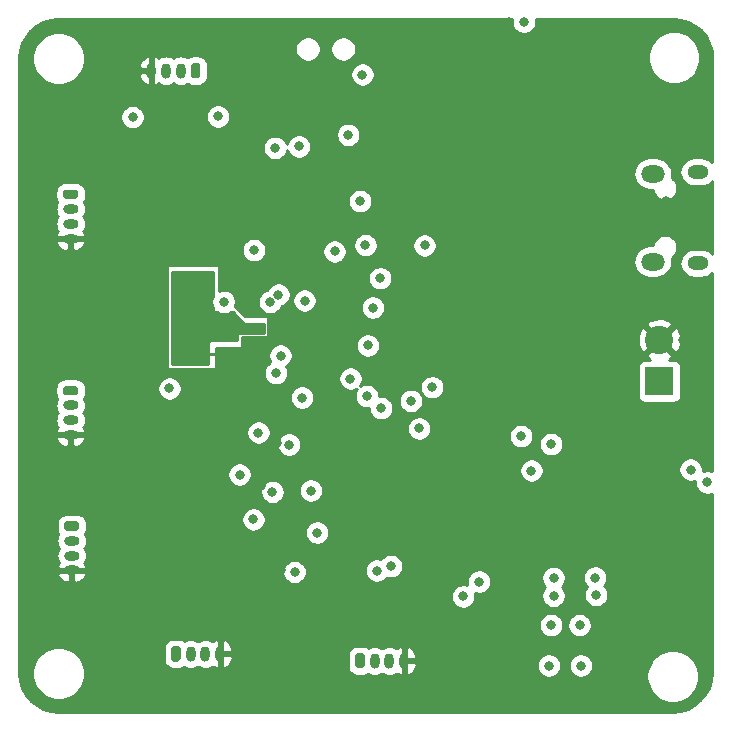
<source format=gbr>
%TF.GenerationSoftware,KiCad,Pcbnew,(5.1.8)-1*%
%TF.CreationDate,2021-01-21T22:43:38-05:00*%
%TF.ProjectId,Sensor Project,53656e73-6f72-4205-9072-6f6a6563742e,rev?*%
%TF.SameCoordinates,Original*%
%TF.FileFunction,Copper,L2,Inr*%
%TF.FilePolarity,Positive*%
%FSLAX46Y46*%
G04 Gerber Fmt 4.6, Leading zero omitted, Abs format (unit mm)*
G04 Created by KiCad (PCBNEW (5.1.8)-1) date 2021-01-21 22:43:38*
%MOMM*%
%LPD*%
G01*
G04 APERTURE LIST*
%TA.AperFunction,ComponentPad*%
%ADD10O,1.800000X1.150000*%
%TD*%
%TA.AperFunction,ComponentPad*%
%ADD11O,2.000000X1.450000*%
%TD*%
%TA.AperFunction,ComponentPad*%
%ADD12C,2.400000*%
%TD*%
%TA.AperFunction,ComponentPad*%
%ADD13R,2.400000X2.400000*%
%TD*%
%TA.AperFunction,ComponentPad*%
%ADD14O,0.800000X1.300000*%
%TD*%
%TA.AperFunction,ComponentPad*%
%ADD15O,1.300000X0.800000*%
%TD*%
%TA.AperFunction,ViaPad*%
%ADD16C,0.800000*%
%TD*%
%TA.AperFunction,Conductor*%
%ADD17C,0.250000*%
%TD*%
%TA.AperFunction,Conductor*%
%ADD18C,0.254000*%
%TD*%
%TA.AperFunction,Conductor*%
%ADD19C,0.100000*%
%TD*%
G04 APERTURE END LIST*
D10*
%TO.N,Net-(J1-Pad6)*%
%TO.C,J1*%
X183100000Y-79595000D03*
X183100000Y-87345000D03*
D11*
X179300000Y-79745000D03*
X179300000Y-87195000D03*
%TD*%
D12*
%TO.N,GND*%
%TO.C,J2*%
X179860000Y-93830000D03*
D13*
%TO.N,VCC*%
X179860000Y-97330000D03*
%TD*%
D14*
%TO.N,GND*%
%TO.C,J4*%
X136840000Y-71030000D03*
%TO.N,Net-(J4-Pad3)*%
X138090000Y-71030000D03*
%TO.N,Net-(J4-Pad2)*%
X139340000Y-71030000D03*
%TO.N,+3V3*%
%TA.AperFunction,ComponentPad*%
G36*
G01*
X140990000Y-70580000D02*
X140990000Y-71480000D01*
G75*
G02*
X140790000Y-71680000I-200000J0D01*
G01*
X140390000Y-71680000D01*
G75*
G02*
X140190000Y-71480000I0J200000D01*
G01*
X140190000Y-70580000D01*
G75*
G02*
X140390000Y-70380000I200000J0D01*
G01*
X140790000Y-70380000D01*
G75*
G02*
X140990000Y-70580000I0J-200000D01*
G01*
G37*
%TD.AperFunction*%
%TD*%
%TO.N,GND*%
%TO.C,J3*%
X158250000Y-121000000D03*
%TO.N,Net-(J3-Pad3)*%
X157000000Y-121000000D03*
%TO.N,Net-(J3-Pad2)*%
X155750000Y-121000000D03*
%TO.N,+3V3*%
%TA.AperFunction,ComponentPad*%
G36*
G01*
X154100000Y-121450000D02*
X154100000Y-120550000D01*
G75*
G02*
X154300000Y-120350000I200000J0D01*
G01*
X154700000Y-120350000D01*
G75*
G02*
X154900000Y-120550000I0J-200000D01*
G01*
X154900000Y-121450000D01*
G75*
G02*
X154700000Y-121650000I-200000J0D01*
G01*
X154300000Y-121650000D01*
G75*
G02*
X154100000Y-121450000I0J200000D01*
G01*
G37*
%TD.AperFunction*%
%TD*%
%TO.N,GND*%
%TO.C,J7*%
X142670000Y-120410000D03*
%TO.N,Net-(J7-Pad3)*%
X141420000Y-120410000D03*
%TO.N,Net-(J7-Pad2)*%
X140170000Y-120410000D03*
%TO.N,+3V3*%
%TA.AperFunction,ComponentPad*%
G36*
G01*
X138520000Y-120860000D02*
X138520000Y-119960000D01*
G75*
G02*
X138720000Y-119760000I200000J0D01*
G01*
X139120000Y-119760000D01*
G75*
G02*
X139320000Y-119960000I0J-200000D01*
G01*
X139320000Y-120860000D01*
G75*
G02*
X139120000Y-121060000I-200000J0D01*
G01*
X138720000Y-121060000D01*
G75*
G02*
X138520000Y-120860000I0J200000D01*
G01*
G37*
%TD.AperFunction*%
%TD*%
D15*
%TO.N,GND*%
%TO.C,J6*%
X130100000Y-113340000D03*
%TO.N,Net-(J6-Pad3)*%
X130100000Y-112090000D03*
%TO.N,Net-(J6-Pad2)*%
X130100000Y-110840000D03*
%TO.N,+3V3*%
%TA.AperFunction,ComponentPad*%
G36*
G01*
X129650000Y-109190000D02*
X130550000Y-109190000D01*
G75*
G02*
X130750000Y-109390000I0J-200000D01*
G01*
X130750000Y-109790000D01*
G75*
G02*
X130550000Y-109990000I-200000J0D01*
G01*
X129650000Y-109990000D01*
G75*
G02*
X129450000Y-109790000I0J200000D01*
G01*
X129450000Y-109390000D01*
G75*
G02*
X129650000Y-109190000I200000J0D01*
G01*
G37*
%TD.AperFunction*%
%TD*%
%TO.N,GND*%
%TO.C,J8*%
X130000000Y-85250000D03*
%TO.N,Net-(J8-Pad3)*%
X130000000Y-84000000D03*
%TO.N,Net-(J8-Pad2)*%
X130000000Y-82750000D03*
%TO.N,+3V3*%
%TA.AperFunction,ComponentPad*%
G36*
G01*
X129550000Y-81100000D02*
X130450000Y-81100000D01*
G75*
G02*
X130650000Y-81300000I0J-200000D01*
G01*
X130650000Y-81700000D01*
G75*
G02*
X130450000Y-81900000I-200000J0D01*
G01*
X129550000Y-81900000D01*
G75*
G02*
X129350000Y-81700000I0J200000D01*
G01*
X129350000Y-81300000D01*
G75*
G02*
X129550000Y-81100000I200000J0D01*
G01*
G37*
%TD.AperFunction*%
%TD*%
%TO.N,GND*%
%TO.C,J9*%
X130000000Y-101870000D03*
%TO.N,Net-(J9-Pad3)*%
X130000000Y-100620000D03*
%TO.N,Net-(J9-Pad2)*%
X130000000Y-99370000D03*
%TO.N,+3V3*%
%TA.AperFunction,ComponentPad*%
G36*
G01*
X129550000Y-97720000D02*
X130450000Y-97720000D01*
G75*
G02*
X130650000Y-97920000I0J-200000D01*
G01*
X130650000Y-98320000D01*
G75*
G02*
X130450000Y-98520000I-200000J0D01*
G01*
X129550000Y-98520000D01*
G75*
G02*
X129350000Y-98320000I0J200000D01*
G01*
X129350000Y-97920000D01*
G75*
G02*
X129550000Y-97720000I200000J0D01*
G01*
G37*
%TD.AperFunction*%
%TD*%
D16*
%TO.N,GND*%
X153100000Y-104500000D03*
X172000000Y-82200000D03*
X160380000Y-71810000D03*
X163310000Y-67010000D03*
X139700000Y-95500000D03*
X141700000Y-88880000D03*
X143090000Y-95010000D03*
X144120000Y-95020000D03*
X147800000Y-86300000D03*
X147330000Y-80070000D03*
X157050000Y-73270000D03*
X158590000Y-84500000D03*
X157080000Y-82080000D03*
X157475000Y-102875000D03*
X160300000Y-104900000D03*
X165850000Y-66970000D03*
X167120000Y-66950000D03*
X146090000Y-106240000D03*
X147180000Y-110610000D03*
X148230000Y-71390000D03*
X170200000Y-99430000D03*
X165500000Y-98800000D03*
X165500000Y-103800000D03*
X176300000Y-120600000D03*
X182440000Y-103180000D03*
X175250000Y-92120000D03*
X175250000Y-94170000D03*
X176100000Y-80900000D03*
X176100000Y-82100000D03*
X176400000Y-117200000D03*
X176700000Y-109300000D03*
X178060000Y-107100000D03*
X178060000Y-108010000D03*
X178040000Y-104720000D03*
X180300000Y-110700000D03*
X181600000Y-110700000D03*
X157400000Y-87850000D03*
X160800000Y-114500000D03*
X161780000Y-115280000D03*
X173040000Y-102870000D03*
X149180000Y-110550000D03*
X147800000Y-113340000D03*
X181150000Y-104130000D03*
X143700000Y-88900000D03*
X147490000Y-102580000D03*
X141740000Y-86750000D03*
X140570000Y-86720000D03*
X139420000Y-86720000D03*
X138290000Y-86730000D03*
X137170000Y-86750000D03*
X137220000Y-87820000D03*
X137150000Y-89030000D03*
X137170000Y-90300000D03*
X137160000Y-91350000D03*
X137060000Y-93570000D03*
X137080000Y-94610000D03*
X137080000Y-95640000D03*
X138070000Y-96640000D03*
X139040000Y-96600000D03*
X140080000Y-96630000D03*
X141240000Y-96600000D03*
X137070000Y-96610000D03*
X137080000Y-92410000D03*
X143975000Y-85885000D03*
X176400000Y-122300000D03*
X176400000Y-118800000D03*
X159900000Y-88365000D03*
X180400000Y-82100000D03*
X177200000Y-80900000D03*
X177300000Y-82100000D03*
X176700000Y-107700000D03*
X179000000Y-107100000D03*
X179000000Y-108000000D03*
X179000000Y-109000000D03*
X178000000Y-109000000D03*
X177730000Y-93830000D03*
X181870000Y-93830000D03*
%TO.N,+3V3*%
X145525000Y-86225000D03*
X147330000Y-77580000D03*
X142490000Y-74910000D03*
X135260000Y-74960000D03*
X154520000Y-82090000D03*
X168390000Y-66890000D03*
X147090000Y-106700000D03*
X156300000Y-99600000D03*
X149340000Y-77450000D03*
X154710000Y-71360000D03*
X170700000Y-102650000D03*
X146900000Y-90600000D03*
X147600000Y-90000000D03*
X170900000Y-115500000D03*
X174490000Y-115410000D03*
X174420000Y-113960000D03*
X170900000Y-113970000D03*
X155600000Y-91100000D03*
X183900000Y-105900000D03*
X148970000Y-113480000D03*
X159510000Y-101330000D03*
X138370000Y-97930000D03*
X142970000Y-90600000D03*
X163240000Y-115540000D03*
X164600000Y-114300000D03*
X148500000Y-102700000D03*
X155100000Y-98600000D03*
X182495000Y-104805000D03*
X170700000Y-117980000D03*
X173100000Y-117980000D03*
X170500000Y-121400000D03*
X173200000Y-121400000D03*
%TO.N,NRST*%
X153515000Y-76475000D03*
X149810000Y-90500000D03*
%TO.N,USART1_TX*%
X155170000Y-94290000D03*
X155930000Y-113360000D03*
%TO.N,USART1_RX*%
X153700000Y-97100000D03*
X157130000Y-112990000D03*
%TO.N,SWO*%
X159980000Y-85830000D03*
X156210000Y-88610000D03*
%TO.N,INT_ACC*%
X147790000Y-95150000D03*
X150880000Y-110150000D03*
%TO.N,INT_GYR*%
X147380000Y-96650000D03*
X145900000Y-101670000D03*
%TO.N,SPI1_SCK*%
X149600000Y-98720000D03*
X144310000Y-105240000D03*
%TO.N,SPI1_MOSI*%
X150340000Y-106590000D03*
X145480000Y-109020000D03*
%TO.N,SPI2_!CS*%
X158820000Y-99000000D03*
X169020000Y-104900000D03*
%TO.N,SPI2_MISO*%
X168160000Y-101970000D03*
X160610000Y-97840000D03*
%TO.N,SPI3_MOSI*%
X154970000Y-85810000D03*
X152360000Y-86340000D03*
%TD*%
D17*
%TO.N,GND*%
X143090000Y-95010000D02*
X141530000Y-95010000D01*
%TD*%
D18*
%TO.N,GND*%
X167355000Y-66788061D02*
X167355000Y-66991939D01*
X167394774Y-67191898D01*
X167472795Y-67380256D01*
X167586063Y-67549774D01*
X167730226Y-67693937D01*
X167899744Y-67807205D01*
X168088102Y-67885226D01*
X168288061Y-67925000D01*
X168491939Y-67925000D01*
X168691898Y-67885226D01*
X168880256Y-67807205D01*
X169049774Y-67693937D01*
X169193937Y-67549774D01*
X169307205Y-67380256D01*
X169385226Y-67191898D01*
X169425000Y-66991939D01*
X169425000Y-66788061D01*
X169399527Y-66660000D01*
X180967722Y-66660000D01*
X181648126Y-66726714D01*
X182271572Y-66914943D01*
X182846579Y-67220681D01*
X183351247Y-67632279D01*
X183766362Y-68134067D01*
X184076105Y-68706924D01*
X184268682Y-69329039D01*
X184339995Y-70007535D01*
X184333236Y-78794355D01*
X184284739Y-78735261D01*
X184100492Y-78584054D01*
X183890287Y-78471697D01*
X183662201Y-78402508D01*
X183484437Y-78385000D01*
X182715563Y-78385000D01*
X182537799Y-78402508D01*
X182309713Y-78471697D01*
X182099508Y-78584054D01*
X181915261Y-78735261D01*
X181764054Y-78919508D01*
X181651697Y-79129713D01*
X181582508Y-79357799D01*
X181559146Y-79595000D01*
X181582508Y-79832201D01*
X181651697Y-80060287D01*
X181764054Y-80270492D01*
X181915261Y-80454739D01*
X182099508Y-80605946D01*
X182309713Y-80718303D01*
X182537799Y-80787492D01*
X182715563Y-80805000D01*
X183484437Y-80805000D01*
X183662201Y-80787492D01*
X183890287Y-80718303D01*
X184100492Y-80605946D01*
X184284739Y-80454739D01*
X184332003Y-80397148D01*
X184327280Y-86537097D01*
X184284739Y-86485261D01*
X184100492Y-86334054D01*
X183890287Y-86221697D01*
X183662201Y-86152508D01*
X183484437Y-86135000D01*
X182715563Y-86135000D01*
X182537799Y-86152508D01*
X182309713Y-86221697D01*
X182099508Y-86334054D01*
X181915261Y-86485261D01*
X181764054Y-86669508D01*
X181651697Y-86879713D01*
X181582508Y-87107799D01*
X181559146Y-87345000D01*
X181582508Y-87582201D01*
X181651697Y-87810287D01*
X181764054Y-88020492D01*
X181915261Y-88204739D01*
X182099508Y-88355946D01*
X182309713Y-88468303D01*
X182537799Y-88537492D01*
X182715563Y-88555000D01*
X183484437Y-88555000D01*
X183662201Y-88537492D01*
X183890287Y-88468303D01*
X184100492Y-88355946D01*
X184284739Y-88204739D01*
X184326036Y-88154419D01*
X184313115Y-104950842D01*
X184201898Y-104904774D01*
X184001939Y-104865000D01*
X183798061Y-104865000D01*
X183598102Y-104904774D01*
X183524354Y-104935321D01*
X183530000Y-104906939D01*
X183530000Y-104703061D01*
X183490226Y-104503102D01*
X183412205Y-104314744D01*
X183298937Y-104145226D01*
X183154774Y-104001063D01*
X182985256Y-103887795D01*
X182796898Y-103809774D01*
X182596939Y-103770000D01*
X182393061Y-103770000D01*
X182193102Y-103809774D01*
X182004744Y-103887795D01*
X181835226Y-104001063D01*
X181691063Y-104145226D01*
X181577795Y-104314744D01*
X181499774Y-104503102D01*
X181460000Y-104703061D01*
X181460000Y-104906939D01*
X181499774Y-105106898D01*
X181577795Y-105295256D01*
X181691063Y-105464774D01*
X181835226Y-105608937D01*
X182004744Y-105722205D01*
X182193102Y-105800226D01*
X182393061Y-105840000D01*
X182596939Y-105840000D01*
X182796898Y-105800226D01*
X182870646Y-105769679D01*
X182865000Y-105798061D01*
X182865000Y-106001939D01*
X182904774Y-106201898D01*
X182982795Y-106390256D01*
X183096063Y-106559774D01*
X183240226Y-106703937D01*
X183409744Y-106817205D01*
X183598102Y-106895226D01*
X183798061Y-106935000D01*
X184001939Y-106935000D01*
X184201898Y-106895226D01*
X184311655Y-106849763D01*
X184300026Y-121967461D01*
X184233286Y-122648126D01*
X184045057Y-123271570D01*
X183739323Y-123846573D01*
X183327721Y-124351248D01*
X182825933Y-124766362D01*
X182253077Y-125076104D01*
X181630961Y-125268682D01*
X180952417Y-125340000D01*
X129002279Y-125340000D01*
X128321874Y-125273286D01*
X127698430Y-125085057D01*
X127123427Y-124779323D01*
X126618752Y-124367721D01*
X126203638Y-123865933D01*
X125893896Y-123293077D01*
X125701318Y-122670961D01*
X125630000Y-121992417D01*
X125630000Y-121829872D01*
X126765000Y-121829872D01*
X126765000Y-122270128D01*
X126850890Y-122701925D01*
X127019369Y-123108669D01*
X127263962Y-123474729D01*
X127575271Y-123786038D01*
X127941331Y-124030631D01*
X128348075Y-124199110D01*
X128779872Y-124285000D01*
X129220128Y-124285000D01*
X129651925Y-124199110D01*
X130058669Y-124030631D01*
X130424729Y-123786038D01*
X130736038Y-123474729D01*
X130980631Y-123108669D01*
X131149110Y-122701925D01*
X131235000Y-122270128D01*
X131235000Y-121829872D01*
X131149110Y-121398075D01*
X130980631Y-120991331D01*
X130736038Y-120625271D01*
X130424729Y-120313962D01*
X130058669Y-120069369D01*
X129794630Y-119960000D01*
X137881928Y-119960000D01*
X137881928Y-120860000D01*
X137898031Y-121023500D01*
X137945722Y-121180716D01*
X138023169Y-121325608D01*
X138127394Y-121452606D01*
X138254392Y-121556831D01*
X138399284Y-121634278D01*
X138556500Y-121681969D01*
X138720000Y-121698072D01*
X139120000Y-121698072D01*
X139283500Y-121681969D01*
X139440716Y-121634278D01*
X139585608Y-121556831D01*
X139611894Y-121535259D01*
X139772008Y-121620841D01*
X139967106Y-121680024D01*
X140170000Y-121700007D01*
X140372895Y-121680024D01*
X140567993Y-121620841D01*
X140747797Y-121524734D01*
X140795001Y-121485995D01*
X140842204Y-121524734D01*
X141022008Y-121620841D01*
X141217106Y-121680024D01*
X141420000Y-121700007D01*
X141622895Y-121680024D01*
X141817993Y-121620841D01*
X141997797Y-121524734D01*
X142037938Y-121491791D01*
X142121840Y-121555255D01*
X142307028Y-121644994D01*
X142383877Y-121654666D01*
X142543000Y-121526998D01*
X142543000Y-120537000D01*
X142797000Y-120537000D01*
X142797000Y-121526998D01*
X142956123Y-121654666D01*
X143032972Y-121644994D01*
X143218160Y-121555255D01*
X143382283Y-121431112D01*
X143519033Y-121277336D01*
X143623155Y-121099836D01*
X143690648Y-120905433D01*
X143718918Y-120701599D01*
X143566806Y-120550000D01*
X153461928Y-120550000D01*
X153461928Y-121450000D01*
X153478031Y-121613500D01*
X153525722Y-121770716D01*
X153603169Y-121915608D01*
X153707394Y-122042606D01*
X153834392Y-122146831D01*
X153979284Y-122224278D01*
X154136500Y-122271969D01*
X154300000Y-122288072D01*
X154700000Y-122288072D01*
X154863500Y-122271969D01*
X155020716Y-122224278D01*
X155165608Y-122146831D01*
X155191894Y-122125259D01*
X155352008Y-122210841D01*
X155547106Y-122270024D01*
X155750000Y-122290007D01*
X155952895Y-122270024D01*
X156147993Y-122210841D01*
X156327797Y-122114734D01*
X156375001Y-122075995D01*
X156422204Y-122114734D01*
X156602008Y-122210841D01*
X156797106Y-122270024D01*
X157000000Y-122290007D01*
X157202895Y-122270024D01*
X157397993Y-122210841D01*
X157577797Y-122114734D01*
X157617938Y-122081791D01*
X157701840Y-122145255D01*
X157887028Y-122234994D01*
X157963877Y-122244666D01*
X158123000Y-122116998D01*
X158123000Y-121127000D01*
X158377000Y-121127000D01*
X158377000Y-122116998D01*
X158536123Y-122244666D01*
X158612972Y-122234994D01*
X158798160Y-122145255D01*
X158962283Y-122021112D01*
X159099033Y-121867336D01*
X159203155Y-121689836D01*
X159270648Y-121495433D01*
X159298021Y-121298061D01*
X169465000Y-121298061D01*
X169465000Y-121501939D01*
X169504774Y-121701898D01*
X169582795Y-121890256D01*
X169696063Y-122059774D01*
X169840226Y-122203937D01*
X170009744Y-122317205D01*
X170198102Y-122395226D01*
X170398061Y-122435000D01*
X170601939Y-122435000D01*
X170801898Y-122395226D01*
X170990256Y-122317205D01*
X171159774Y-122203937D01*
X171303937Y-122059774D01*
X171417205Y-121890256D01*
X171495226Y-121701898D01*
X171535000Y-121501939D01*
X171535000Y-121298061D01*
X172165000Y-121298061D01*
X172165000Y-121501939D01*
X172204774Y-121701898D01*
X172282795Y-121890256D01*
X172396063Y-122059774D01*
X172540226Y-122203937D01*
X172709744Y-122317205D01*
X172898102Y-122395226D01*
X173098061Y-122435000D01*
X173301939Y-122435000D01*
X173501898Y-122395226D01*
X173690256Y-122317205D01*
X173859774Y-122203937D01*
X173983839Y-122079872D01*
X178765000Y-122079872D01*
X178765000Y-122520128D01*
X178850890Y-122951925D01*
X179019369Y-123358669D01*
X179263962Y-123724729D01*
X179575271Y-124036038D01*
X179941331Y-124280631D01*
X180348075Y-124449110D01*
X180779872Y-124535000D01*
X181220128Y-124535000D01*
X181651925Y-124449110D01*
X182058669Y-124280631D01*
X182424729Y-124036038D01*
X182736038Y-123724729D01*
X182980631Y-123358669D01*
X183149110Y-122951925D01*
X183235000Y-122520128D01*
X183235000Y-122079872D01*
X183149110Y-121648075D01*
X182980631Y-121241331D01*
X182736038Y-120875271D01*
X182424729Y-120563962D01*
X182058669Y-120319369D01*
X181651925Y-120150890D01*
X181220128Y-120065000D01*
X180779872Y-120065000D01*
X180348075Y-120150890D01*
X179941331Y-120319369D01*
X179575271Y-120563962D01*
X179263962Y-120875271D01*
X179019369Y-121241331D01*
X178850890Y-121648075D01*
X178765000Y-122079872D01*
X173983839Y-122079872D01*
X174003937Y-122059774D01*
X174117205Y-121890256D01*
X174195226Y-121701898D01*
X174235000Y-121501939D01*
X174235000Y-121298061D01*
X174195226Y-121098102D01*
X174117205Y-120909744D01*
X174003937Y-120740226D01*
X173859774Y-120596063D01*
X173690256Y-120482795D01*
X173501898Y-120404774D01*
X173301939Y-120365000D01*
X173098061Y-120365000D01*
X172898102Y-120404774D01*
X172709744Y-120482795D01*
X172540226Y-120596063D01*
X172396063Y-120740226D01*
X172282795Y-120909744D01*
X172204774Y-121098102D01*
X172165000Y-121298061D01*
X171535000Y-121298061D01*
X171495226Y-121098102D01*
X171417205Y-120909744D01*
X171303937Y-120740226D01*
X171159774Y-120596063D01*
X170990256Y-120482795D01*
X170801898Y-120404774D01*
X170601939Y-120365000D01*
X170398061Y-120365000D01*
X170198102Y-120404774D01*
X170009744Y-120482795D01*
X169840226Y-120596063D01*
X169696063Y-120740226D01*
X169582795Y-120909744D01*
X169504774Y-121098102D01*
X169465000Y-121298061D01*
X159298021Y-121298061D01*
X159298918Y-121291599D01*
X159133762Y-121127000D01*
X158377000Y-121127000D01*
X158123000Y-121127000D01*
X158103000Y-121127000D01*
X158103000Y-120873000D01*
X158123000Y-120873000D01*
X158123000Y-119883002D01*
X158377000Y-119883002D01*
X158377000Y-120873000D01*
X159133762Y-120873000D01*
X159298918Y-120708401D01*
X159270648Y-120504567D01*
X159203155Y-120310164D01*
X159099033Y-120132664D01*
X158962283Y-119978888D01*
X158798160Y-119854745D01*
X158612972Y-119765006D01*
X158536123Y-119755334D01*
X158377000Y-119883002D01*
X158123000Y-119883002D01*
X157963877Y-119755334D01*
X157887028Y-119765006D01*
X157701840Y-119854745D01*
X157617938Y-119918209D01*
X157577797Y-119885266D01*
X157397992Y-119789159D01*
X157202894Y-119729976D01*
X157000000Y-119709993D01*
X156797105Y-119729976D01*
X156602007Y-119789159D01*
X156422203Y-119885266D01*
X156375000Y-119924004D01*
X156327797Y-119885266D01*
X156147992Y-119789159D01*
X155952894Y-119729976D01*
X155750000Y-119709993D01*
X155547105Y-119729976D01*
X155352007Y-119789159D01*
X155191894Y-119874741D01*
X155165608Y-119853169D01*
X155020716Y-119775722D01*
X154863500Y-119728031D01*
X154700000Y-119711928D01*
X154300000Y-119711928D01*
X154136500Y-119728031D01*
X153979284Y-119775722D01*
X153834392Y-119853169D01*
X153707394Y-119957394D01*
X153603169Y-120084392D01*
X153525722Y-120229284D01*
X153478031Y-120386500D01*
X153461928Y-120550000D01*
X143566806Y-120550000D01*
X143553762Y-120537000D01*
X142797000Y-120537000D01*
X142543000Y-120537000D01*
X142523000Y-120537000D01*
X142523000Y-120283000D01*
X142543000Y-120283000D01*
X142543000Y-119293002D01*
X142797000Y-119293002D01*
X142797000Y-120283000D01*
X143553762Y-120283000D01*
X143718918Y-120118401D01*
X143690648Y-119914567D01*
X143623155Y-119720164D01*
X143519033Y-119542664D01*
X143382283Y-119388888D01*
X143218160Y-119264745D01*
X143032972Y-119175006D01*
X142956123Y-119165334D01*
X142797000Y-119293002D01*
X142543000Y-119293002D01*
X142383877Y-119165334D01*
X142307028Y-119175006D01*
X142121840Y-119264745D01*
X142037938Y-119328209D01*
X141997797Y-119295266D01*
X141817992Y-119199159D01*
X141622894Y-119139976D01*
X141420000Y-119119993D01*
X141217105Y-119139976D01*
X141022007Y-119199159D01*
X140842203Y-119295266D01*
X140795000Y-119334004D01*
X140747797Y-119295266D01*
X140567992Y-119199159D01*
X140372894Y-119139976D01*
X140170000Y-119119993D01*
X139967105Y-119139976D01*
X139772007Y-119199159D01*
X139611894Y-119284741D01*
X139585608Y-119263169D01*
X139440716Y-119185722D01*
X139283500Y-119138031D01*
X139120000Y-119121928D01*
X138720000Y-119121928D01*
X138556500Y-119138031D01*
X138399284Y-119185722D01*
X138254392Y-119263169D01*
X138127394Y-119367394D01*
X138023169Y-119494392D01*
X137945722Y-119639284D01*
X137898031Y-119796500D01*
X137881928Y-119960000D01*
X129794630Y-119960000D01*
X129651925Y-119900890D01*
X129220128Y-119815000D01*
X128779872Y-119815000D01*
X128348075Y-119900890D01*
X127941331Y-120069369D01*
X127575271Y-120313962D01*
X127263962Y-120625271D01*
X127019369Y-120991331D01*
X126850890Y-121398075D01*
X126765000Y-121829872D01*
X125630000Y-121829872D01*
X125630000Y-117878061D01*
X169665000Y-117878061D01*
X169665000Y-118081939D01*
X169704774Y-118281898D01*
X169782795Y-118470256D01*
X169896063Y-118639774D01*
X170040226Y-118783937D01*
X170209744Y-118897205D01*
X170398102Y-118975226D01*
X170598061Y-119015000D01*
X170801939Y-119015000D01*
X171001898Y-118975226D01*
X171190256Y-118897205D01*
X171359774Y-118783937D01*
X171503937Y-118639774D01*
X171617205Y-118470256D01*
X171695226Y-118281898D01*
X171735000Y-118081939D01*
X171735000Y-117878061D01*
X172065000Y-117878061D01*
X172065000Y-118081939D01*
X172104774Y-118281898D01*
X172182795Y-118470256D01*
X172296063Y-118639774D01*
X172440226Y-118783937D01*
X172609744Y-118897205D01*
X172798102Y-118975226D01*
X172998061Y-119015000D01*
X173201939Y-119015000D01*
X173401898Y-118975226D01*
X173590256Y-118897205D01*
X173759774Y-118783937D01*
X173903937Y-118639774D01*
X174017205Y-118470256D01*
X174095226Y-118281898D01*
X174135000Y-118081939D01*
X174135000Y-117878061D01*
X174095226Y-117678102D01*
X174017205Y-117489744D01*
X173903937Y-117320226D01*
X173759774Y-117176063D01*
X173590256Y-117062795D01*
X173401898Y-116984774D01*
X173201939Y-116945000D01*
X172998061Y-116945000D01*
X172798102Y-116984774D01*
X172609744Y-117062795D01*
X172440226Y-117176063D01*
X172296063Y-117320226D01*
X172182795Y-117489744D01*
X172104774Y-117678102D01*
X172065000Y-117878061D01*
X171735000Y-117878061D01*
X171695226Y-117678102D01*
X171617205Y-117489744D01*
X171503937Y-117320226D01*
X171359774Y-117176063D01*
X171190256Y-117062795D01*
X171001898Y-116984774D01*
X170801939Y-116945000D01*
X170598061Y-116945000D01*
X170398102Y-116984774D01*
X170209744Y-117062795D01*
X170040226Y-117176063D01*
X169896063Y-117320226D01*
X169782795Y-117489744D01*
X169704774Y-117678102D01*
X169665000Y-117878061D01*
X125630000Y-117878061D01*
X125630000Y-115438061D01*
X162205000Y-115438061D01*
X162205000Y-115641939D01*
X162244774Y-115841898D01*
X162322795Y-116030256D01*
X162436063Y-116199774D01*
X162580226Y-116343937D01*
X162749744Y-116457205D01*
X162938102Y-116535226D01*
X163138061Y-116575000D01*
X163341939Y-116575000D01*
X163541898Y-116535226D01*
X163730256Y-116457205D01*
X163899774Y-116343937D01*
X164043937Y-116199774D01*
X164157205Y-116030256D01*
X164235226Y-115841898D01*
X164275000Y-115641939D01*
X164275000Y-115438061D01*
X164241963Y-115271972D01*
X164298102Y-115295226D01*
X164498061Y-115335000D01*
X164701939Y-115335000D01*
X164901898Y-115295226D01*
X165090256Y-115217205D01*
X165259774Y-115103937D01*
X165403937Y-114959774D01*
X165517205Y-114790256D01*
X165595226Y-114601898D01*
X165635000Y-114401939D01*
X165635000Y-114198061D01*
X165595226Y-113998102D01*
X165541361Y-113868061D01*
X169865000Y-113868061D01*
X169865000Y-114071939D01*
X169904774Y-114271898D01*
X169982795Y-114460256D01*
X170096063Y-114629774D01*
X170201289Y-114735000D01*
X170096063Y-114840226D01*
X169982795Y-115009744D01*
X169904774Y-115198102D01*
X169865000Y-115398061D01*
X169865000Y-115601939D01*
X169904774Y-115801898D01*
X169982795Y-115990256D01*
X170096063Y-116159774D01*
X170240226Y-116303937D01*
X170409744Y-116417205D01*
X170598102Y-116495226D01*
X170798061Y-116535000D01*
X171001939Y-116535000D01*
X171201898Y-116495226D01*
X171390256Y-116417205D01*
X171559774Y-116303937D01*
X171703937Y-116159774D01*
X171817205Y-115990256D01*
X171895226Y-115801898D01*
X171935000Y-115601939D01*
X171935000Y-115398061D01*
X171895226Y-115198102D01*
X171817205Y-115009744D01*
X171703937Y-114840226D01*
X171598711Y-114735000D01*
X171703937Y-114629774D01*
X171817205Y-114460256D01*
X171895226Y-114271898D01*
X171935000Y-114071939D01*
X171935000Y-113868061D01*
X171933011Y-113858061D01*
X173385000Y-113858061D01*
X173385000Y-114061939D01*
X173424774Y-114261898D01*
X173502795Y-114450256D01*
X173616063Y-114619774D01*
X173716289Y-114720000D01*
X173686063Y-114750226D01*
X173572795Y-114919744D01*
X173494774Y-115108102D01*
X173455000Y-115308061D01*
X173455000Y-115511939D01*
X173494774Y-115711898D01*
X173572795Y-115900256D01*
X173686063Y-116069774D01*
X173830226Y-116213937D01*
X173999744Y-116327205D01*
X174188102Y-116405226D01*
X174388061Y-116445000D01*
X174591939Y-116445000D01*
X174791898Y-116405226D01*
X174980256Y-116327205D01*
X175149774Y-116213937D01*
X175293937Y-116069774D01*
X175407205Y-115900256D01*
X175485226Y-115711898D01*
X175525000Y-115511939D01*
X175525000Y-115308061D01*
X175485226Y-115108102D01*
X175407205Y-114919744D01*
X175293937Y-114750226D01*
X175193711Y-114650000D01*
X175223937Y-114619774D01*
X175337205Y-114450256D01*
X175415226Y-114261898D01*
X175455000Y-114061939D01*
X175455000Y-113858061D01*
X175415226Y-113658102D01*
X175337205Y-113469744D01*
X175223937Y-113300226D01*
X175079774Y-113156063D01*
X174910256Y-113042795D01*
X174721898Y-112964774D01*
X174521939Y-112925000D01*
X174318061Y-112925000D01*
X174118102Y-112964774D01*
X173929744Y-113042795D01*
X173760226Y-113156063D01*
X173616063Y-113300226D01*
X173502795Y-113469744D01*
X173424774Y-113658102D01*
X173385000Y-113858061D01*
X171933011Y-113858061D01*
X171895226Y-113668102D01*
X171817205Y-113479744D01*
X171703937Y-113310226D01*
X171559774Y-113166063D01*
X171390256Y-113052795D01*
X171201898Y-112974774D01*
X171001939Y-112935000D01*
X170798061Y-112935000D01*
X170598102Y-112974774D01*
X170409744Y-113052795D01*
X170240226Y-113166063D01*
X170096063Y-113310226D01*
X169982795Y-113479744D01*
X169904774Y-113668102D01*
X169865000Y-113868061D01*
X165541361Y-113868061D01*
X165517205Y-113809744D01*
X165403937Y-113640226D01*
X165259774Y-113496063D01*
X165090256Y-113382795D01*
X164901898Y-113304774D01*
X164701939Y-113265000D01*
X164498061Y-113265000D01*
X164298102Y-113304774D01*
X164109744Y-113382795D01*
X163940226Y-113496063D01*
X163796063Y-113640226D01*
X163682795Y-113809744D01*
X163604774Y-113998102D01*
X163565000Y-114198061D01*
X163565000Y-114401939D01*
X163598037Y-114568028D01*
X163541898Y-114544774D01*
X163341939Y-114505000D01*
X163138061Y-114505000D01*
X162938102Y-114544774D01*
X162749744Y-114622795D01*
X162580226Y-114736063D01*
X162436063Y-114880226D01*
X162322795Y-115049744D01*
X162244774Y-115238102D01*
X162205000Y-115438061D01*
X125630000Y-115438061D01*
X125630000Y-113626123D01*
X128855334Y-113626123D01*
X128865006Y-113702972D01*
X128954745Y-113888160D01*
X129078888Y-114052283D01*
X129232664Y-114189033D01*
X129410164Y-114293155D01*
X129604567Y-114360648D01*
X129808401Y-114388918D01*
X129973000Y-114223762D01*
X129973000Y-113467000D01*
X130227000Y-113467000D01*
X130227000Y-114223762D01*
X130391599Y-114388918D01*
X130595433Y-114360648D01*
X130789836Y-114293155D01*
X130967336Y-114189033D01*
X131121112Y-114052283D01*
X131245255Y-113888160D01*
X131334994Y-113702972D01*
X131344666Y-113626123D01*
X131216998Y-113467000D01*
X130227000Y-113467000D01*
X129973000Y-113467000D01*
X128983002Y-113467000D01*
X128855334Y-113626123D01*
X125630000Y-113626123D01*
X125630000Y-113378061D01*
X147935000Y-113378061D01*
X147935000Y-113581939D01*
X147974774Y-113781898D01*
X148052795Y-113970256D01*
X148166063Y-114139774D01*
X148310226Y-114283937D01*
X148479744Y-114397205D01*
X148668102Y-114475226D01*
X148868061Y-114515000D01*
X149071939Y-114515000D01*
X149271898Y-114475226D01*
X149460256Y-114397205D01*
X149629774Y-114283937D01*
X149773937Y-114139774D01*
X149887205Y-113970256D01*
X149965226Y-113781898D01*
X150005000Y-113581939D01*
X150005000Y-113378061D01*
X149981131Y-113258061D01*
X154895000Y-113258061D01*
X154895000Y-113461939D01*
X154934774Y-113661898D01*
X155012795Y-113850256D01*
X155126063Y-114019774D01*
X155270226Y-114163937D01*
X155439744Y-114277205D01*
X155628102Y-114355226D01*
X155828061Y-114395000D01*
X156031939Y-114395000D01*
X156231898Y-114355226D01*
X156420256Y-114277205D01*
X156589774Y-114163937D01*
X156733937Y-114019774D01*
X156772430Y-113962166D01*
X156828102Y-113985226D01*
X157028061Y-114025000D01*
X157231939Y-114025000D01*
X157431898Y-113985226D01*
X157620256Y-113907205D01*
X157789774Y-113793937D01*
X157933937Y-113649774D01*
X158047205Y-113480256D01*
X158125226Y-113291898D01*
X158165000Y-113091939D01*
X158165000Y-112888061D01*
X158125226Y-112688102D01*
X158047205Y-112499744D01*
X157933937Y-112330226D01*
X157789774Y-112186063D01*
X157620256Y-112072795D01*
X157431898Y-111994774D01*
X157231939Y-111955000D01*
X157028061Y-111955000D01*
X156828102Y-111994774D01*
X156639744Y-112072795D01*
X156470226Y-112186063D01*
X156326063Y-112330226D01*
X156287570Y-112387834D01*
X156231898Y-112364774D01*
X156031939Y-112325000D01*
X155828061Y-112325000D01*
X155628102Y-112364774D01*
X155439744Y-112442795D01*
X155270226Y-112556063D01*
X155126063Y-112700226D01*
X155012795Y-112869744D01*
X154934774Y-113058102D01*
X154895000Y-113258061D01*
X149981131Y-113258061D01*
X149965226Y-113178102D01*
X149887205Y-112989744D01*
X149773937Y-112820226D01*
X149629774Y-112676063D01*
X149460256Y-112562795D01*
X149271898Y-112484774D01*
X149071939Y-112445000D01*
X148868061Y-112445000D01*
X148668102Y-112484774D01*
X148479744Y-112562795D01*
X148310226Y-112676063D01*
X148166063Y-112820226D01*
X148052795Y-112989744D01*
X147974774Y-113178102D01*
X147935000Y-113378061D01*
X125630000Y-113378061D01*
X125630000Y-110840000D01*
X128809993Y-110840000D01*
X128829976Y-111042895D01*
X128889159Y-111237993D01*
X128985266Y-111417797D01*
X129024004Y-111465000D01*
X128985266Y-111512203D01*
X128889159Y-111692007D01*
X128829976Y-111887105D01*
X128809993Y-112090000D01*
X128829976Y-112292895D01*
X128889159Y-112487993D01*
X128985266Y-112667797D01*
X129018209Y-112707938D01*
X128954745Y-112791840D01*
X128865006Y-112977028D01*
X128855334Y-113053877D01*
X128983002Y-113213000D01*
X129973000Y-113213000D01*
X129973000Y-113193000D01*
X130227000Y-113193000D01*
X130227000Y-113213000D01*
X131216998Y-113213000D01*
X131344666Y-113053877D01*
X131334994Y-112977028D01*
X131245255Y-112791840D01*
X131181791Y-112707938D01*
X131214734Y-112667797D01*
X131310841Y-112487993D01*
X131370024Y-112292895D01*
X131390007Y-112090000D01*
X131370024Y-111887105D01*
X131310841Y-111692007D01*
X131214734Y-111512203D01*
X131175996Y-111465000D01*
X131214734Y-111417797D01*
X131310841Y-111237993D01*
X131370024Y-111042895D01*
X131390007Y-110840000D01*
X131370024Y-110637105D01*
X131310841Y-110442007D01*
X131225259Y-110281894D01*
X131246831Y-110255608D01*
X131324278Y-110110716D01*
X131371969Y-109953500D01*
X131388072Y-109790000D01*
X131388072Y-109390000D01*
X131371969Y-109226500D01*
X131324278Y-109069284D01*
X131246831Y-108924392D01*
X131241636Y-108918061D01*
X144445000Y-108918061D01*
X144445000Y-109121939D01*
X144484774Y-109321898D01*
X144562795Y-109510256D01*
X144676063Y-109679774D01*
X144820226Y-109823937D01*
X144989744Y-109937205D01*
X145178102Y-110015226D01*
X145378061Y-110055000D01*
X145581939Y-110055000D01*
X145616823Y-110048061D01*
X149845000Y-110048061D01*
X149845000Y-110251939D01*
X149884774Y-110451898D01*
X149962795Y-110640256D01*
X150076063Y-110809774D01*
X150220226Y-110953937D01*
X150389744Y-111067205D01*
X150578102Y-111145226D01*
X150778061Y-111185000D01*
X150981939Y-111185000D01*
X151181898Y-111145226D01*
X151370256Y-111067205D01*
X151539774Y-110953937D01*
X151683937Y-110809774D01*
X151797205Y-110640256D01*
X151875226Y-110451898D01*
X151915000Y-110251939D01*
X151915000Y-110048061D01*
X151875226Y-109848102D01*
X151797205Y-109659744D01*
X151683937Y-109490226D01*
X151539774Y-109346063D01*
X151370256Y-109232795D01*
X151181898Y-109154774D01*
X150981939Y-109115000D01*
X150778061Y-109115000D01*
X150578102Y-109154774D01*
X150389744Y-109232795D01*
X150220226Y-109346063D01*
X150076063Y-109490226D01*
X149962795Y-109659744D01*
X149884774Y-109848102D01*
X149845000Y-110048061D01*
X145616823Y-110048061D01*
X145781898Y-110015226D01*
X145970256Y-109937205D01*
X146139774Y-109823937D01*
X146283937Y-109679774D01*
X146397205Y-109510256D01*
X146475226Y-109321898D01*
X146515000Y-109121939D01*
X146515000Y-108918061D01*
X146475226Y-108718102D01*
X146397205Y-108529744D01*
X146283937Y-108360226D01*
X146139774Y-108216063D01*
X145970256Y-108102795D01*
X145781898Y-108024774D01*
X145581939Y-107985000D01*
X145378061Y-107985000D01*
X145178102Y-108024774D01*
X144989744Y-108102795D01*
X144820226Y-108216063D01*
X144676063Y-108360226D01*
X144562795Y-108529744D01*
X144484774Y-108718102D01*
X144445000Y-108918061D01*
X131241636Y-108918061D01*
X131142606Y-108797394D01*
X131015608Y-108693169D01*
X130870716Y-108615722D01*
X130713500Y-108568031D01*
X130550000Y-108551928D01*
X129650000Y-108551928D01*
X129486500Y-108568031D01*
X129329284Y-108615722D01*
X129184392Y-108693169D01*
X129057394Y-108797394D01*
X128953169Y-108924392D01*
X128875722Y-109069284D01*
X128828031Y-109226500D01*
X128811928Y-109390000D01*
X128811928Y-109790000D01*
X128828031Y-109953500D01*
X128875722Y-110110716D01*
X128953169Y-110255608D01*
X128974741Y-110281894D01*
X128889159Y-110442007D01*
X128829976Y-110637105D01*
X128809993Y-110840000D01*
X125630000Y-110840000D01*
X125630000Y-106598061D01*
X146055000Y-106598061D01*
X146055000Y-106801939D01*
X146094774Y-107001898D01*
X146172795Y-107190256D01*
X146286063Y-107359774D01*
X146430226Y-107503937D01*
X146599744Y-107617205D01*
X146788102Y-107695226D01*
X146988061Y-107735000D01*
X147191939Y-107735000D01*
X147391898Y-107695226D01*
X147580256Y-107617205D01*
X147749774Y-107503937D01*
X147893937Y-107359774D01*
X148007205Y-107190256D01*
X148085226Y-107001898D01*
X148125000Y-106801939D01*
X148125000Y-106598061D01*
X148103120Y-106488061D01*
X149305000Y-106488061D01*
X149305000Y-106691939D01*
X149344774Y-106891898D01*
X149422795Y-107080256D01*
X149536063Y-107249774D01*
X149680226Y-107393937D01*
X149849744Y-107507205D01*
X150038102Y-107585226D01*
X150238061Y-107625000D01*
X150441939Y-107625000D01*
X150641898Y-107585226D01*
X150830256Y-107507205D01*
X150999774Y-107393937D01*
X151143937Y-107249774D01*
X151257205Y-107080256D01*
X151335226Y-106891898D01*
X151375000Y-106691939D01*
X151375000Y-106488061D01*
X151335226Y-106288102D01*
X151257205Y-106099744D01*
X151143937Y-105930226D01*
X150999774Y-105786063D01*
X150830256Y-105672795D01*
X150641898Y-105594774D01*
X150441939Y-105555000D01*
X150238061Y-105555000D01*
X150038102Y-105594774D01*
X149849744Y-105672795D01*
X149680226Y-105786063D01*
X149536063Y-105930226D01*
X149422795Y-106099744D01*
X149344774Y-106288102D01*
X149305000Y-106488061D01*
X148103120Y-106488061D01*
X148085226Y-106398102D01*
X148007205Y-106209744D01*
X147893937Y-106040226D01*
X147749774Y-105896063D01*
X147580256Y-105782795D01*
X147391898Y-105704774D01*
X147191939Y-105665000D01*
X146988061Y-105665000D01*
X146788102Y-105704774D01*
X146599744Y-105782795D01*
X146430226Y-105896063D01*
X146286063Y-106040226D01*
X146172795Y-106209744D01*
X146094774Y-106398102D01*
X146055000Y-106598061D01*
X125630000Y-106598061D01*
X125630000Y-105138061D01*
X143275000Y-105138061D01*
X143275000Y-105341939D01*
X143314774Y-105541898D01*
X143392795Y-105730256D01*
X143506063Y-105899774D01*
X143650226Y-106043937D01*
X143819744Y-106157205D01*
X144008102Y-106235226D01*
X144208061Y-106275000D01*
X144411939Y-106275000D01*
X144611898Y-106235226D01*
X144800256Y-106157205D01*
X144969774Y-106043937D01*
X145113937Y-105899774D01*
X145227205Y-105730256D01*
X145305226Y-105541898D01*
X145345000Y-105341939D01*
X145345000Y-105138061D01*
X145305226Y-104938102D01*
X145247219Y-104798061D01*
X167985000Y-104798061D01*
X167985000Y-105001939D01*
X168024774Y-105201898D01*
X168102795Y-105390256D01*
X168216063Y-105559774D01*
X168360226Y-105703937D01*
X168529744Y-105817205D01*
X168718102Y-105895226D01*
X168918061Y-105935000D01*
X169121939Y-105935000D01*
X169321898Y-105895226D01*
X169510256Y-105817205D01*
X169679774Y-105703937D01*
X169823937Y-105559774D01*
X169937205Y-105390256D01*
X170015226Y-105201898D01*
X170055000Y-105001939D01*
X170055000Y-104798061D01*
X170015226Y-104598102D01*
X169937205Y-104409744D01*
X169823937Y-104240226D01*
X169679774Y-104096063D01*
X169510256Y-103982795D01*
X169321898Y-103904774D01*
X169121939Y-103865000D01*
X168918061Y-103865000D01*
X168718102Y-103904774D01*
X168529744Y-103982795D01*
X168360226Y-104096063D01*
X168216063Y-104240226D01*
X168102795Y-104409744D01*
X168024774Y-104598102D01*
X167985000Y-104798061D01*
X145247219Y-104798061D01*
X145227205Y-104749744D01*
X145113937Y-104580226D01*
X144969774Y-104436063D01*
X144800256Y-104322795D01*
X144611898Y-104244774D01*
X144411939Y-104205000D01*
X144208061Y-104205000D01*
X144008102Y-104244774D01*
X143819744Y-104322795D01*
X143650226Y-104436063D01*
X143506063Y-104580226D01*
X143392795Y-104749744D01*
X143314774Y-104938102D01*
X143275000Y-105138061D01*
X125630000Y-105138061D01*
X125630000Y-102156123D01*
X128755334Y-102156123D01*
X128765006Y-102232972D01*
X128854745Y-102418160D01*
X128978888Y-102582283D01*
X129132664Y-102719033D01*
X129310164Y-102823155D01*
X129504567Y-102890648D01*
X129708401Y-102918918D01*
X129873000Y-102753762D01*
X129873000Y-101997000D01*
X130127000Y-101997000D01*
X130127000Y-102753762D01*
X130291599Y-102918918D01*
X130495433Y-102890648D01*
X130689836Y-102823155D01*
X130867336Y-102719033D01*
X131021112Y-102582283D01*
X131145255Y-102418160D01*
X131234994Y-102232972D01*
X131244666Y-102156123D01*
X131116998Y-101997000D01*
X130127000Y-101997000D01*
X129873000Y-101997000D01*
X128883002Y-101997000D01*
X128755334Y-102156123D01*
X125630000Y-102156123D01*
X125630000Y-99370000D01*
X128709993Y-99370000D01*
X128729976Y-99572895D01*
X128789159Y-99767993D01*
X128885266Y-99947797D01*
X128924004Y-99995000D01*
X128885266Y-100042203D01*
X128789159Y-100222007D01*
X128729976Y-100417105D01*
X128709993Y-100620000D01*
X128729976Y-100822895D01*
X128789159Y-101017993D01*
X128885266Y-101197797D01*
X128918209Y-101237938D01*
X128854745Y-101321840D01*
X128765006Y-101507028D01*
X128755334Y-101583877D01*
X128883002Y-101743000D01*
X129873000Y-101743000D01*
X129873000Y-101723000D01*
X130127000Y-101723000D01*
X130127000Y-101743000D01*
X131116998Y-101743000D01*
X131244666Y-101583877D01*
X131242676Y-101568061D01*
X144865000Y-101568061D01*
X144865000Y-101771939D01*
X144904774Y-101971898D01*
X144982795Y-102160256D01*
X145096063Y-102329774D01*
X145240226Y-102473937D01*
X145409744Y-102587205D01*
X145598102Y-102665226D01*
X145798061Y-102705000D01*
X146001939Y-102705000D01*
X146201898Y-102665226D01*
X146364047Y-102598061D01*
X147465000Y-102598061D01*
X147465000Y-102801939D01*
X147504774Y-103001898D01*
X147582795Y-103190256D01*
X147696063Y-103359774D01*
X147840226Y-103503937D01*
X148009744Y-103617205D01*
X148198102Y-103695226D01*
X148398061Y-103735000D01*
X148601939Y-103735000D01*
X148801898Y-103695226D01*
X148990256Y-103617205D01*
X149159774Y-103503937D01*
X149303937Y-103359774D01*
X149417205Y-103190256D01*
X149495226Y-103001898D01*
X149535000Y-102801939D01*
X149535000Y-102598061D01*
X149495226Y-102398102D01*
X149417205Y-102209744D01*
X149303937Y-102040226D01*
X149159774Y-101896063D01*
X148990256Y-101782795D01*
X148801898Y-101704774D01*
X148601939Y-101665000D01*
X148398061Y-101665000D01*
X148198102Y-101704774D01*
X148009744Y-101782795D01*
X147840226Y-101896063D01*
X147696063Y-102040226D01*
X147582795Y-102209744D01*
X147504774Y-102398102D01*
X147465000Y-102598061D01*
X146364047Y-102598061D01*
X146390256Y-102587205D01*
X146559774Y-102473937D01*
X146703937Y-102329774D01*
X146817205Y-102160256D01*
X146895226Y-101971898D01*
X146935000Y-101771939D01*
X146935000Y-101568061D01*
X146895226Y-101368102D01*
X146837219Y-101228061D01*
X158475000Y-101228061D01*
X158475000Y-101431939D01*
X158514774Y-101631898D01*
X158592795Y-101820256D01*
X158706063Y-101989774D01*
X158850226Y-102133937D01*
X159019744Y-102247205D01*
X159208102Y-102325226D01*
X159408061Y-102365000D01*
X159611939Y-102365000D01*
X159811898Y-102325226D01*
X160000256Y-102247205D01*
X160169774Y-102133937D01*
X160313937Y-101989774D01*
X160395262Y-101868061D01*
X167125000Y-101868061D01*
X167125000Y-102071939D01*
X167164774Y-102271898D01*
X167242795Y-102460256D01*
X167356063Y-102629774D01*
X167500226Y-102773937D01*
X167669744Y-102887205D01*
X167858102Y-102965226D01*
X168058061Y-103005000D01*
X168261939Y-103005000D01*
X168461898Y-102965226D01*
X168650256Y-102887205D01*
X168819774Y-102773937D01*
X168963937Y-102629774D01*
X169018535Y-102548061D01*
X169665000Y-102548061D01*
X169665000Y-102751939D01*
X169704774Y-102951898D01*
X169782795Y-103140256D01*
X169896063Y-103309774D01*
X170040226Y-103453937D01*
X170209744Y-103567205D01*
X170398102Y-103645226D01*
X170598061Y-103685000D01*
X170801939Y-103685000D01*
X171001898Y-103645226D01*
X171190256Y-103567205D01*
X171359774Y-103453937D01*
X171503937Y-103309774D01*
X171617205Y-103140256D01*
X171695226Y-102951898D01*
X171735000Y-102751939D01*
X171735000Y-102548061D01*
X171695226Y-102348102D01*
X171617205Y-102159744D01*
X171503937Y-101990226D01*
X171359774Y-101846063D01*
X171190256Y-101732795D01*
X171001898Y-101654774D01*
X170801939Y-101615000D01*
X170598061Y-101615000D01*
X170398102Y-101654774D01*
X170209744Y-101732795D01*
X170040226Y-101846063D01*
X169896063Y-101990226D01*
X169782795Y-102159744D01*
X169704774Y-102348102D01*
X169665000Y-102548061D01*
X169018535Y-102548061D01*
X169077205Y-102460256D01*
X169155226Y-102271898D01*
X169195000Y-102071939D01*
X169195000Y-101868061D01*
X169155226Y-101668102D01*
X169077205Y-101479744D01*
X168963937Y-101310226D01*
X168819774Y-101166063D01*
X168650256Y-101052795D01*
X168461898Y-100974774D01*
X168261939Y-100935000D01*
X168058061Y-100935000D01*
X167858102Y-100974774D01*
X167669744Y-101052795D01*
X167500226Y-101166063D01*
X167356063Y-101310226D01*
X167242795Y-101479744D01*
X167164774Y-101668102D01*
X167125000Y-101868061D01*
X160395262Y-101868061D01*
X160427205Y-101820256D01*
X160505226Y-101631898D01*
X160545000Y-101431939D01*
X160545000Y-101228061D01*
X160505226Y-101028102D01*
X160427205Y-100839744D01*
X160313937Y-100670226D01*
X160169774Y-100526063D01*
X160000256Y-100412795D01*
X159811898Y-100334774D01*
X159611939Y-100295000D01*
X159408061Y-100295000D01*
X159208102Y-100334774D01*
X159019744Y-100412795D01*
X158850226Y-100526063D01*
X158706063Y-100670226D01*
X158592795Y-100839744D01*
X158514774Y-101028102D01*
X158475000Y-101228061D01*
X146837219Y-101228061D01*
X146817205Y-101179744D01*
X146703937Y-101010226D01*
X146559774Y-100866063D01*
X146390256Y-100752795D01*
X146201898Y-100674774D01*
X146001939Y-100635000D01*
X145798061Y-100635000D01*
X145598102Y-100674774D01*
X145409744Y-100752795D01*
X145240226Y-100866063D01*
X145096063Y-101010226D01*
X144982795Y-101179744D01*
X144904774Y-101368102D01*
X144865000Y-101568061D01*
X131242676Y-101568061D01*
X131234994Y-101507028D01*
X131145255Y-101321840D01*
X131081791Y-101237938D01*
X131114734Y-101197797D01*
X131210841Y-101017993D01*
X131270024Y-100822895D01*
X131290007Y-100620000D01*
X131270024Y-100417105D01*
X131210841Y-100222007D01*
X131114734Y-100042203D01*
X131075996Y-99995000D01*
X131114734Y-99947797D01*
X131210841Y-99767993D01*
X131270024Y-99572895D01*
X131290007Y-99370000D01*
X131270024Y-99167105D01*
X131210841Y-98972007D01*
X131125259Y-98811894D01*
X131146831Y-98785608D01*
X131224278Y-98640716D01*
X131271969Y-98483500D01*
X131288072Y-98320000D01*
X131288072Y-97920000D01*
X131279017Y-97828061D01*
X137335000Y-97828061D01*
X137335000Y-98031939D01*
X137374774Y-98231898D01*
X137452795Y-98420256D01*
X137566063Y-98589774D01*
X137710226Y-98733937D01*
X137879744Y-98847205D01*
X138068102Y-98925226D01*
X138268061Y-98965000D01*
X138471939Y-98965000D01*
X138671898Y-98925226D01*
X138860256Y-98847205D01*
X139029774Y-98733937D01*
X139145650Y-98618061D01*
X148565000Y-98618061D01*
X148565000Y-98821939D01*
X148604774Y-99021898D01*
X148682795Y-99210256D01*
X148796063Y-99379774D01*
X148940226Y-99523937D01*
X149109744Y-99637205D01*
X149298102Y-99715226D01*
X149498061Y-99755000D01*
X149701939Y-99755000D01*
X149901898Y-99715226D01*
X150090256Y-99637205D01*
X150259774Y-99523937D01*
X150403937Y-99379774D01*
X150517205Y-99210256D01*
X150595226Y-99021898D01*
X150635000Y-98821939D01*
X150635000Y-98618061D01*
X150595226Y-98418102D01*
X150517205Y-98229744D01*
X150403937Y-98060226D01*
X150259774Y-97916063D01*
X150090256Y-97802795D01*
X149901898Y-97724774D01*
X149701939Y-97685000D01*
X149498061Y-97685000D01*
X149298102Y-97724774D01*
X149109744Y-97802795D01*
X148940226Y-97916063D01*
X148796063Y-98060226D01*
X148682795Y-98229744D01*
X148604774Y-98418102D01*
X148565000Y-98618061D01*
X139145650Y-98618061D01*
X139173937Y-98589774D01*
X139287205Y-98420256D01*
X139365226Y-98231898D01*
X139405000Y-98031939D01*
X139405000Y-97828061D01*
X139365226Y-97628102D01*
X139287205Y-97439744D01*
X139173937Y-97270226D01*
X139029774Y-97126063D01*
X138860256Y-97012795D01*
X138671898Y-96934774D01*
X138471939Y-96895000D01*
X138268061Y-96895000D01*
X138068102Y-96934774D01*
X137879744Y-97012795D01*
X137710226Y-97126063D01*
X137566063Y-97270226D01*
X137452795Y-97439744D01*
X137374774Y-97628102D01*
X137335000Y-97828061D01*
X131279017Y-97828061D01*
X131271969Y-97756500D01*
X131224278Y-97599284D01*
X131146831Y-97454392D01*
X131042606Y-97327394D01*
X130915608Y-97223169D01*
X130770716Y-97145722D01*
X130613500Y-97098031D01*
X130450000Y-97081928D01*
X129550000Y-97081928D01*
X129386500Y-97098031D01*
X129229284Y-97145722D01*
X129084392Y-97223169D01*
X128957394Y-97327394D01*
X128853169Y-97454392D01*
X128775722Y-97599284D01*
X128728031Y-97756500D01*
X128711928Y-97920000D01*
X128711928Y-98320000D01*
X128728031Y-98483500D01*
X128775722Y-98640716D01*
X128853169Y-98785608D01*
X128874741Y-98811894D01*
X128789159Y-98972007D01*
X128729976Y-99167105D01*
X128709993Y-99370000D01*
X125630000Y-99370000D01*
X125630000Y-96548061D01*
X146345000Y-96548061D01*
X146345000Y-96751939D01*
X146384774Y-96951898D01*
X146462795Y-97140256D01*
X146576063Y-97309774D01*
X146720226Y-97453937D01*
X146889744Y-97567205D01*
X147078102Y-97645226D01*
X147278061Y-97685000D01*
X147481939Y-97685000D01*
X147681898Y-97645226D01*
X147870256Y-97567205D01*
X148039774Y-97453937D01*
X148183937Y-97309774D01*
X148297205Y-97140256D01*
X148356104Y-96998061D01*
X152665000Y-96998061D01*
X152665000Y-97201939D01*
X152704774Y-97401898D01*
X152782795Y-97590256D01*
X152896063Y-97759774D01*
X153040226Y-97903937D01*
X153209744Y-98017205D01*
X153398102Y-98095226D01*
X153598061Y-98135000D01*
X153801939Y-98135000D01*
X154001898Y-98095226D01*
X154190256Y-98017205D01*
X154288481Y-97951573D01*
X154182795Y-98109744D01*
X154104774Y-98298102D01*
X154065000Y-98498061D01*
X154065000Y-98701939D01*
X154104774Y-98901898D01*
X154182795Y-99090256D01*
X154296063Y-99259774D01*
X154440226Y-99403937D01*
X154609744Y-99517205D01*
X154798102Y-99595226D01*
X154998061Y-99635000D01*
X155201939Y-99635000D01*
X155265000Y-99622456D01*
X155265000Y-99701939D01*
X155304774Y-99901898D01*
X155382795Y-100090256D01*
X155496063Y-100259774D01*
X155640226Y-100403937D01*
X155809744Y-100517205D01*
X155998102Y-100595226D01*
X156198061Y-100635000D01*
X156401939Y-100635000D01*
X156601898Y-100595226D01*
X156790256Y-100517205D01*
X156959774Y-100403937D01*
X157103937Y-100259774D01*
X157217205Y-100090256D01*
X157295226Y-99901898D01*
X157335000Y-99701939D01*
X157335000Y-99498061D01*
X157295226Y-99298102D01*
X157217205Y-99109744D01*
X157103937Y-98940226D01*
X157061772Y-98898061D01*
X157785000Y-98898061D01*
X157785000Y-99101939D01*
X157824774Y-99301898D01*
X157902795Y-99490256D01*
X158016063Y-99659774D01*
X158160226Y-99803937D01*
X158329744Y-99917205D01*
X158518102Y-99995226D01*
X158718061Y-100035000D01*
X158921939Y-100035000D01*
X159121898Y-99995226D01*
X159310256Y-99917205D01*
X159479774Y-99803937D01*
X159623937Y-99659774D01*
X159737205Y-99490256D01*
X159815226Y-99301898D01*
X159855000Y-99101939D01*
X159855000Y-98898061D01*
X159815226Y-98698102D01*
X159737205Y-98509744D01*
X159623937Y-98340226D01*
X159479774Y-98196063D01*
X159310256Y-98082795D01*
X159121898Y-98004774D01*
X158921939Y-97965000D01*
X158718061Y-97965000D01*
X158518102Y-98004774D01*
X158329744Y-98082795D01*
X158160226Y-98196063D01*
X158016063Y-98340226D01*
X157902795Y-98509744D01*
X157824774Y-98698102D01*
X157785000Y-98898061D01*
X157061772Y-98898061D01*
X156959774Y-98796063D01*
X156790256Y-98682795D01*
X156601898Y-98604774D01*
X156401939Y-98565000D01*
X156198061Y-98565000D01*
X156135000Y-98577544D01*
X156135000Y-98498061D01*
X156095226Y-98298102D01*
X156017205Y-98109744D01*
X155903937Y-97940226D01*
X155759774Y-97796063D01*
X155672968Y-97738061D01*
X159575000Y-97738061D01*
X159575000Y-97941939D01*
X159614774Y-98141898D01*
X159692795Y-98330256D01*
X159806063Y-98499774D01*
X159950226Y-98643937D01*
X160119744Y-98757205D01*
X160308102Y-98835226D01*
X160508061Y-98875000D01*
X160711939Y-98875000D01*
X160911898Y-98835226D01*
X161100256Y-98757205D01*
X161269774Y-98643937D01*
X161413937Y-98499774D01*
X161527205Y-98330256D01*
X161605226Y-98141898D01*
X161645000Y-97941939D01*
X161645000Y-97738061D01*
X161605226Y-97538102D01*
X161527205Y-97349744D01*
X161413937Y-97180226D01*
X161269774Y-97036063D01*
X161100256Y-96922795D01*
X160911898Y-96844774D01*
X160711939Y-96805000D01*
X160508061Y-96805000D01*
X160308102Y-96844774D01*
X160119744Y-96922795D01*
X159950226Y-97036063D01*
X159806063Y-97180226D01*
X159692795Y-97349744D01*
X159614774Y-97538102D01*
X159575000Y-97738061D01*
X155672968Y-97738061D01*
X155590256Y-97682795D01*
X155401898Y-97604774D01*
X155201939Y-97565000D01*
X154998061Y-97565000D01*
X154798102Y-97604774D01*
X154609744Y-97682795D01*
X154511519Y-97748427D01*
X154617205Y-97590256D01*
X154695226Y-97401898D01*
X154735000Y-97201939D01*
X154735000Y-96998061D01*
X154695226Y-96798102D01*
X154617205Y-96609744D01*
X154503937Y-96440226D01*
X154359774Y-96296063D01*
X154190256Y-96182795D01*
X154062799Y-96130000D01*
X178021928Y-96130000D01*
X178021928Y-98530000D01*
X178034188Y-98654482D01*
X178070498Y-98774180D01*
X178129463Y-98884494D01*
X178208815Y-98981185D01*
X178305506Y-99060537D01*
X178415820Y-99119502D01*
X178535518Y-99155812D01*
X178660000Y-99168072D01*
X181060000Y-99168072D01*
X181184482Y-99155812D01*
X181304180Y-99119502D01*
X181414494Y-99060537D01*
X181511185Y-98981185D01*
X181590537Y-98884494D01*
X181649502Y-98774180D01*
X181685812Y-98654482D01*
X181698072Y-98530000D01*
X181698072Y-96130000D01*
X181685812Y-96005518D01*
X181649502Y-95885820D01*
X181590537Y-95775506D01*
X181511185Y-95678815D01*
X181414494Y-95599463D01*
X181304180Y-95540498D01*
X181184482Y-95504188D01*
X181060000Y-95491928D01*
X180653097Y-95491928D01*
X180838486Y-95392836D01*
X180958374Y-95107980D01*
X179860000Y-94009605D01*
X178761626Y-95107980D01*
X178881514Y-95392836D01*
X179080912Y-95491928D01*
X178660000Y-95491928D01*
X178535518Y-95504188D01*
X178415820Y-95540498D01*
X178305506Y-95599463D01*
X178208815Y-95678815D01*
X178129463Y-95775506D01*
X178070498Y-95885820D01*
X178034188Y-96005518D01*
X178021928Y-96130000D01*
X154062799Y-96130000D01*
X154001898Y-96104774D01*
X153801939Y-96065000D01*
X153598061Y-96065000D01*
X153398102Y-96104774D01*
X153209744Y-96182795D01*
X153040226Y-96296063D01*
X152896063Y-96440226D01*
X152782795Y-96609744D01*
X152704774Y-96798102D01*
X152665000Y-96998061D01*
X148356104Y-96998061D01*
X148375226Y-96951898D01*
X148415000Y-96751939D01*
X148415000Y-96548061D01*
X148375226Y-96348102D01*
X148297205Y-96159744D01*
X148245102Y-96081766D01*
X148280256Y-96067205D01*
X148449774Y-95953937D01*
X148593937Y-95809774D01*
X148707205Y-95640256D01*
X148785226Y-95451898D01*
X148825000Y-95251939D01*
X148825000Y-95048061D01*
X148785226Y-94848102D01*
X148707205Y-94659744D01*
X148593937Y-94490226D01*
X148449774Y-94346063D01*
X148280256Y-94232795D01*
X148172260Y-94188061D01*
X154135000Y-94188061D01*
X154135000Y-94391939D01*
X154174774Y-94591898D01*
X154252795Y-94780256D01*
X154366063Y-94949774D01*
X154510226Y-95093937D01*
X154679744Y-95207205D01*
X154868102Y-95285226D01*
X155068061Y-95325000D01*
X155271939Y-95325000D01*
X155471898Y-95285226D01*
X155660256Y-95207205D01*
X155829774Y-95093937D01*
X155973937Y-94949774D01*
X156087205Y-94780256D01*
X156165226Y-94591898D01*
X156205000Y-94391939D01*
X156205000Y-94188061D01*
X156165226Y-93988102D01*
X156122389Y-93884684D01*
X178016933Y-93884684D01*
X178063015Y-94243198D01*
X178178154Y-94585833D01*
X178297164Y-94808486D01*
X178582020Y-94928374D01*
X179680395Y-93830000D01*
X180039605Y-93830000D01*
X181137980Y-94928374D01*
X181422836Y-94808486D01*
X181583699Y-94484790D01*
X181678322Y-94135931D01*
X181703067Y-93775316D01*
X181656985Y-93416802D01*
X181541846Y-93074167D01*
X181422836Y-92851514D01*
X181137980Y-92731626D01*
X180039605Y-93830000D01*
X179680395Y-93830000D01*
X178582020Y-92731626D01*
X178297164Y-92851514D01*
X178136301Y-93175210D01*
X178041678Y-93524069D01*
X178016933Y-93884684D01*
X156122389Y-93884684D01*
X156087205Y-93799744D01*
X155973937Y-93630226D01*
X155829774Y-93486063D01*
X155660256Y-93372795D01*
X155471898Y-93294774D01*
X155271939Y-93255000D01*
X155068061Y-93255000D01*
X154868102Y-93294774D01*
X154679744Y-93372795D01*
X154510226Y-93486063D01*
X154366063Y-93630226D01*
X154252795Y-93799744D01*
X154174774Y-93988102D01*
X154135000Y-94188061D01*
X148172260Y-94188061D01*
X148091898Y-94154774D01*
X147891939Y-94115000D01*
X147688061Y-94115000D01*
X147488102Y-94154774D01*
X147299744Y-94232795D01*
X147130226Y-94346063D01*
X146986063Y-94490226D01*
X146872795Y-94659744D01*
X146794774Y-94848102D01*
X146755000Y-95048061D01*
X146755000Y-95251939D01*
X146794774Y-95451898D01*
X146872795Y-95640256D01*
X146924898Y-95718234D01*
X146889744Y-95732795D01*
X146720226Y-95846063D01*
X146576063Y-95990226D01*
X146462795Y-96159744D01*
X146384774Y-96348102D01*
X146345000Y-96548061D01*
X125630000Y-96548061D01*
X125630000Y-87610000D01*
X138173000Y-87610000D01*
X138173000Y-96200000D01*
X138175440Y-96224776D01*
X138182667Y-96248601D01*
X138194403Y-96270557D01*
X138210197Y-96289803D01*
X138229443Y-96305597D01*
X138251399Y-96317333D01*
X138275224Y-96324560D01*
X138300000Y-96327000D01*
X142230000Y-96327000D01*
X142254776Y-96324560D01*
X142278601Y-96317333D01*
X142300557Y-96305597D01*
X142319803Y-96289803D01*
X142335597Y-96270557D01*
X142347333Y-96248601D01*
X142354560Y-96224776D01*
X142357000Y-96200000D01*
X142357000Y-95810000D01*
X142356997Y-95809106D01*
X142347898Y-94517000D01*
X144430000Y-94517000D01*
X144454776Y-94514560D01*
X144478601Y-94507333D01*
X144500557Y-94495597D01*
X144519803Y-94479803D01*
X144535597Y-94460557D01*
X144547333Y-94438601D01*
X144554560Y-94414776D01*
X144557000Y-94390000D01*
X144557000Y-93617000D01*
X146590000Y-93617000D01*
X146614776Y-93614560D01*
X146638601Y-93607333D01*
X146660557Y-93595597D01*
X146679803Y-93579803D01*
X146695597Y-93560557D01*
X146707333Y-93538601D01*
X146714560Y-93514776D01*
X146717000Y-93490000D01*
X146717000Y-92552020D01*
X178761626Y-92552020D01*
X179860000Y-93650395D01*
X180958374Y-92552020D01*
X180838486Y-92267164D01*
X180514790Y-92106301D01*
X180165931Y-92011678D01*
X179805316Y-91986933D01*
X179446802Y-92033015D01*
X179104167Y-92148154D01*
X178881514Y-92267164D01*
X178761626Y-92552020D01*
X146717000Y-92552020D01*
X146717000Y-91920000D01*
X146714560Y-91895224D01*
X146707333Y-91871399D01*
X146695597Y-91849443D01*
X146679803Y-91830197D01*
X146660557Y-91814403D01*
X146638601Y-91802667D01*
X146614776Y-91795440D01*
X146590000Y-91793000D01*
X144759483Y-91793000D01*
X144697564Y-91718697D01*
X144687124Y-91707596D01*
X143987124Y-91047596D01*
X143967422Y-91032375D01*
X143945130Y-91021289D01*
X143921104Y-91014766D01*
X143918566Y-91014545D01*
X143965226Y-90901898D01*
X144005000Y-90701939D01*
X144005000Y-90498061D01*
X145865000Y-90498061D01*
X145865000Y-90701939D01*
X145904774Y-90901898D01*
X145982795Y-91090256D01*
X146096063Y-91259774D01*
X146240226Y-91403937D01*
X146409744Y-91517205D01*
X146598102Y-91595226D01*
X146798061Y-91635000D01*
X147001939Y-91635000D01*
X147201898Y-91595226D01*
X147390256Y-91517205D01*
X147559774Y-91403937D01*
X147703937Y-91259774D01*
X147817205Y-91090256D01*
X147852498Y-91005052D01*
X147901898Y-90995226D01*
X148090256Y-90917205D01*
X148259774Y-90803937D01*
X148403937Y-90659774D01*
X148517205Y-90490256D01*
X148555393Y-90398061D01*
X148775000Y-90398061D01*
X148775000Y-90601939D01*
X148814774Y-90801898D01*
X148892795Y-90990256D01*
X149006063Y-91159774D01*
X149150226Y-91303937D01*
X149319744Y-91417205D01*
X149508102Y-91495226D01*
X149708061Y-91535000D01*
X149911939Y-91535000D01*
X150111898Y-91495226D01*
X150300256Y-91417205D01*
X150469774Y-91303937D01*
X150613937Y-91159774D01*
X150721989Y-90998061D01*
X154565000Y-90998061D01*
X154565000Y-91201939D01*
X154604774Y-91401898D01*
X154682795Y-91590256D01*
X154796063Y-91759774D01*
X154940226Y-91903937D01*
X155109744Y-92017205D01*
X155298102Y-92095226D01*
X155498061Y-92135000D01*
X155701939Y-92135000D01*
X155901898Y-92095226D01*
X156090256Y-92017205D01*
X156259774Y-91903937D01*
X156403937Y-91759774D01*
X156517205Y-91590256D01*
X156595226Y-91401898D01*
X156635000Y-91201939D01*
X156635000Y-90998061D01*
X156595226Y-90798102D01*
X156517205Y-90609744D01*
X156403937Y-90440226D01*
X156259774Y-90296063D01*
X156090256Y-90182795D01*
X155901898Y-90104774D01*
X155701939Y-90065000D01*
X155498061Y-90065000D01*
X155298102Y-90104774D01*
X155109744Y-90182795D01*
X154940226Y-90296063D01*
X154796063Y-90440226D01*
X154682795Y-90609744D01*
X154604774Y-90798102D01*
X154565000Y-90998061D01*
X150721989Y-90998061D01*
X150727205Y-90990256D01*
X150805226Y-90801898D01*
X150845000Y-90601939D01*
X150845000Y-90398061D01*
X150805226Y-90198102D01*
X150727205Y-90009744D01*
X150613937Y-89840226D01*
X150469774Y-89696063D01*
X150300256Y-89582795D01*
X150111898Y-89504774D01*
X149911939Y-89465000D01*
X149708061Y-89465000D01*
X149508102Y-89504774D01*
X149319744Y-89582795D01*
X149150226Y-89696063D01*
X149006063Y-89840226D01*
X148892795Y-90009744D01*
X148814774Y-90198102D01*
X148775000Y-90398061D01*
X148555393Y-90398061D01*
X148595226Y-90301898D01*
X148635000Y-90101939D01*
X148635000Y-89898061D01*
X148595226Y-89698102D01*
X148517205Y-89509744D01*
X148403937Y-89340226D01*
X148259774Y-89196063D01*
X148090256Y-89082795D01*
X147901898Y-89004774D01*
X147701939Y-88965000D01*
X147498061Y-88965000D01*
X147298102Y-89004774D01*
X147109744Y-89082795D01*
X146940226Y-89196063D01*
X146796063Y-89340226D01*
X146682795Y-89509744D01*
X146647502Y-89594948D01*
X146598102Y-89604774D01*
X146409744Y-89682795D01*
X146240226Y-89796063D01*
X146096063Y-89940226D01*
X145982795Y-90109744D01*
X145904774Y-90298102D01*
X145865000Y-90498061D01*
X144005000Y-90498061D01*
X143965226Y-90298102D01*
X143887205Y-90109744D01*
X143773937Y-89940226D01*
X143629774Y-89796063D01*
X143460256Y-89682795D01*
X143271898Y-89604774D01*
X143071939Y-89565000D01*
X142868061Y-89565000D01*
X142668102Y-89604774D01*
X142537000Y-89659079D01*
X142537000Y-88508061D01*
X155175000Y-88508061D01*
X155175000Y-88711939D01*
X155214774Y-88911898D01*
X155292795Y-89100256D01*
X155406063Y-89269774D01*
X155550226Y-89413937D01*
X155719744Y-89527205D01*
X155908102Y-89605226D01*
X156108061Y-89645000D01*
X156311939Y-89645000D01*
X156511898Y-89605226D01*
X156700256Y-89527205D01*
X156869774Y-89413937D01*
X157013937Y-89269774D01*
X157127205Y-89100256D01*
X157205226Y-88911898D01*
X157245000Y-88711939D01*
X157245000Y-88508061D01*
X157205226Y-88308102D01*
X157127205Y-88119744D01*
X157013937Y-87950226D01*
X156869774Y-87806063D01*
X156700256Y-87692795D01*
X156511898Y-87614774D01*
X156311939Y-87575000D01*
X156108061Y-87575000D01*
X155908102Y-87614774D01*
X155719744Y-87692795D01*
X155550226Y-87806063D01*
X155406063Y-87950226D01*
X155292795Y-88119744D01*
X155214774Y-88308102D01*
X155175000Y-88508061D01*
X142537000Y-88508061D01*
X142537000Y-87610000D01*
X142534560Y-87585224D01*
X142527333Y-87561399D01*
X142515597Y-87539443D01*
X142499803Y-87520197D01*
X142480557Y-87504403D01*
X142458601Y-87492667D01*
X142434776Y-87485440D01*
X142410000Y-87483000D01*
X138300000Y-87483000D01*
X138275224Y-87485440D01*
X138251399Y-87492667D01*
X138229443Y-87504403D01*
X138210197Y-87520197D01*
X138194403Y-87539443D01*
X138182667Y-87561399D01*
X138175440Y-87585224D01*
X138173000Y-87610000D01*
X125630000Y-87610000D01*
X125630000Y-85536123D01*
X128755334Y-85536123D01*
X128765006Y-85612972D01*
X128854745Y-85798160D01*
X128978888Y-85962283D01*
X129132664Y-86099033D01*
X129310164Y-86203155D01*
X129504567Y-86270648D01*
X129708401Y-86298918D01*
X129873000Y-86133762D01*
X129873000Y-85377000D01*
X130127000Y-85377000D01*
X130127000Y-86133762D01*
X130291599Y-86298918D01*
X130495433Y-86270648D01*
X130689836Y-86203155D01*
X130826374Y-86123061D01*
X144490000Y-86123061D01*
X144490000Y-86326939D01*
X144529774Y-86526898D01*
X144607795Y-86715256D01*
X144721063Y-86884774D01*
X144865226Y-87028937D01*
X145034744Y-87142205D01*
X145223102Y-87220226D01*
X145423061Y-87260000D01*
X145626939Y-87260000D01*
X145826898Y-87220226D01*
X146015256Y-87142205D01*
X146184774Y-87028937D01*
X146328937Y-86884774D01*
X146442205Y-86715256D01*
X146520226Y-86526898D01*
X146560000Y-86326939D01*
X146560000Y-86238061D01*
X151325000Y-86238061D01*
X151325000Y-86441939D01*
X151364774Y-86641898D01*
X151442795Y-86830256D01*
X151556063Y-86999774D01*
X151700226Y-87143937D01*
X151869744Y-87257205D01*
X152058102Y-87335226D01*
X152258061Y-87375000D01*
X152461939Y-87375000D01*
X152661898Y-87335226D01*
X152850256Y-87257205D01*
X152943352Y-87195000D01*
X177658420Y-87195000D01*
X177684678Y-87461607D01*
X177762445Y-87717968D01*
X177888730Y-87954231D01*
X178058682Y-88161318D01*
X178265769Y-88331270D01*
X178502032Y-88457555D01*
X178758393Y-88535322D01*
X178958191Y-88555000D01*
X179641809Y-88555000D01*
X179841607Y-88535322D01*
X180097968Y-88457555D01*
X180334231Y-88331270D01*
X180541318Y-88161318D01*
X180711270Y-87954231D01*
X180837555Y-87717968D01*
X180915322Y-87461607D01*
X180941580Y-87195000D01*
X180915322Y-86928393D01*
X180892282Y-86852442D01*
X181009774Y-86773937D01*
X181153937Y-86629774D01*
X181267205Y-86460256D01*
X181345226Y-86271898D01*
X181385000Y-86071939D01*
X181385000Y-85868061D01*
X181345226Y-85668102D01*
X181267205Y-85479744D01*
X181153937Y-85310226D01*
X181009774Y-85166063D01*
X180840256Y-85052795D01*
X180651898Y-84974774D01*
X180451939Y-84935000D01*
X180248061Y-84935000D01*
X180048102Y-84974774D01*
X179859744Y-85052795D01*
X179690226Y-85166063D01*
X179546063Y-85310226D01*
X179432795Y-85479744D01*
X179354774Y-85668102D01*
X179321576Y-85835000D01*
X178958191Y-85835000D01*
X178758393Y-85854678D01*
X178502032Y-85932445D01*
X178265769Y-86058730D01*
X178058682Y-86228682D01*
X177888730Y-86435769D01*
X177762445Y-86672032D01*
X177684678Y-86928393D01*
X177658420Y-87195000D01*
X152943352Y-87195000D01*
X153019774Y-87143937D01*
X153163937Y-86999774D01*
X153277205Y-86830256D01*
X153355226Y-86641898D01*
X153395000Y-86441939D01*
X153395000Y-86238061D01*
X153355226Y-86038102D01*
X153277205Y-85849744D01*
X153182536Y-85708061D01*
X153935000Y-85708061D01*
X153935000Y-85911939D01*
X153974774Y-86111898D01*
X154052795Y-86300256D01*
X154166063Y-86469774D01*
X154310226Y-86613937D01*
X154479744Y-86727205D01*
X154668102Y-86805226D01*
X154868061Y-86845000D01*
X155071939Y-86845000D01*
X155271898Y-86805226D01*
X155460256Y-86727205D01*
X155629774Y-86613937D01*
X155773937Y-86469774D01*
X155887205Y-86300256D01*
X155965226Y-86111898D01*
X156005000Y-85911939D01*
X156005000Y-85728061D01*
X158945000Y-85728061D01*
X158945000Y-85931939D01*
X158984774Y-86131898D01*
X159062795Y-86320256D01*
X159176063Y-86489774D01*
X159320226Y-86633937D01*
X159489744Y-86747205D01*
X159678102Y-86825226D01*
X159878061Y-86865000D01*
X160081939Y-86865000D01*
X160281898Y-86825226D01*
X160470256Y-86747205D01*
X160639774Y-86633937D01*
X160783937Y-86489774D01*
X160897205Y-86320256D01*
X160975226Y-86131898D01*
X161015000Y-85931939D01*
X161015000Y-85728061D01*
X160975226Y-85528102D01*
X160897205Y-85339744D01*
X160783937Y-85170226D01*
X160639774Y-85026063D01*
X160470256Y-84912795D01*
X160281898Y-84834774D01*
X160081939Y-84795000D01*
X159878061Y-84795000D01*
X159678102Y-84834774D01*
X159489744Y-84912795D01*
X159320226Y-85026063D01*
X159176063Y-85170226D01*
X159062795Y-85339744D01*
X158984774Y-85528102D01*
X158945000Y-85728061D01*
X156005000Y-85728061D01*
X156005000Y-85708061D01*
X155965226Y-85508102D01*
X155887205Y-85319744D01*
X155773937Y-85150226D01*
X155629774Y-85006063D01*
X155460256Y-84892795D01*
X155271898Y-84814774D01*
X155071939Y-84775000D01*
X154868061Y-84775000D01*
X154668102Y-84814774D01*
X154479744Y-84892795D01*
X154310226Y-85006063D01*
X154166063Y-85150226D01*
X154052795Y-85319744D01*
X153974774Y-85508102D01*
X153935000Y-85708061D01*
X153182536Y-85708061D01*
X153163937Y-85680226D01*
X153019774Y-85536063D01*
X152850256Y-85422795D01*
X152661898Y-85344774D01*
X152461939Y-85305000D01*
X152258061Y-85305000D01*
X152058102Y-85344774D01*
X151869744Y-85422795D01*
X151700226Y-85536063D01*
X151556063Y-85680226D01*
X151442795Y-85849744D01*
X151364774Y-86038102D01*
X151325000Y-86238061D01*
X146560000Y-86238061D01*
X146560000Y-86123061D01*
X146520226Y-85923102D01*
X146442205Y-85734744D01*
X146328937Y-85565226D01*
X146184774Y-85421063D01*
X146015256Y-85307795D01*
X145826898Y-85229774D01*
X145626939Y-85190000D01*
X145423061Y-85190000D01*
X145223102Y-85229774D01*
X145034744Y-85307795D01*
X144865226Y-85421063D01*
X144721063Y-85565226D01*
X144607795Y-85734744D01*
X144529774Y-85923102D01*
X144490000Y-86123061D01*
X130826374Y-86123061D01*
X130867336Y-86099033D01*
X131021112Y-85962283D01*
X131145255Y-85798160D01*
X131234994Y-85612972D01*
X131244666Y-85536123D01*
X131116998Y-85377000D01*
X130127000Y-85377000D01*
X129873000Y-85377000D01*
X128883002Y-85377000D01*
X128755334Y-85536123D01*
X125630000Y-85536123D01*
X125630000Y-82750000D01*
X128709993Y-82750000D01*
X128729976Y-82952895D01*
X128789159Y-83147993D01*
X128885266Y-83327797D01*
X128924004Y-83375000D01*
X128885266Y-83422203D01*
X128789159Y-83602007D01*
X128729976Y-83797105D01*
X128709993Y-84000000D01*
X128729976Y-84202895D01*
X128789159Y-84397993D01*
X128885266Y-84577797D01*
X128918209Y-84617938D01*
X128854745Y-84701840D01*
X128765006Y-84887028D01*
X128755334Y-84963877D01*
X128883002Y-85123000D01*
X129873000Y-85123000D01*
X129873000Y-85103000D01*
X130127000Y-85103000D01*
X130127000Y-85123000D01*
X131116998Y-85123000D01*
X131244666Y-84963877D01*
X131234994Y-84887028D01*
X131145255Y-84701840D01*
X131081791Y-84617938D01*
X131114734Y-84577797D01*
X131210841Y-84397993D01*
X131270024Y-84202895D01*
X131290007Y-84000000D01*
X131270024Y-83797105D01*
X131210841Y-83602007D01*
X131114734Y-83422203D01*
X131075996Y-83375000D01*
X131114734Y-83327797D01*
X131210841Y-83147993D01*
X131270024Y-82952895D01*
X131290007Y-82750000D01*
X131270024Y-82547105D01*
X131210841Y-82352007D01*
X131125259Y-82191894D01*
X131146831Y-82165608D01*
X131224278Y-82020716D01*
X131234183Y-81988061D01*
X153485000Y-81988061D01*
X153485000Y-82191939D01*
X153524774Y-82391898D01*
X153602795Y-82580256D01*
X153716063Y-82749774D01*
X153860226Y-82893937D01*
X154029744Y-83007205D01*
X154218102Y-83085226D01*
X154418061Y-83125000D01*
X154621939Y-83125000D01*
X154821898Y-83085226D01*
X155010256Y-83007205D01*
X155179774Y-82893937D01*
X155323937Y-82749774D01*
X155437205Y-82580256D01*
X155515226Y-82391898D01*
X155555000Y-82191939D01*
X155555000Y-81988061D01*
X155515226Y-81788102D01*
X155437205Y-81599744D01*
X155323937Y-81430226D01*
X155179774Y-81286063D01*
X155010256Y-81172795D01*
X154821898Y-81094774D01*
X154621939Y-81055000D01*
X154418061Y-81055000D01*
X154218102Y-81094774D01*
X154029744Y-81172795D01*
X153860226Y-81286063D01*
X153716063Y-81430226D01*
X153602795Y-81599744D01*
X153524774Y-81788102D01*
X153485000Y-81988061D01*
X131234183Y-81988061D01*
X131271969Y-81863500D01*
X131288072Y-81700000D01*
X131288072Y-81300000D01*
X131271969Y-81136500D01*
X131224278Y-80979284D01*
X131146831Y-80834392D01*
X131042606Y-80707394D01*
X130915608Y-80603169D01*
X130770716Y-80525722D01*
X130613500Y-80478031D01*
X130450000Y-80461928D01*
X129550000Y-80461928D01*
X129386500Y-80478031D01*
X129229284Y-80525722D01*
X129084392Y-80603169D01*
X128957394Y-80707394D01*
X128853169Y-80834392D01*
X128775722Y-80979284D01*
X128728031Y-81136500D01*
X128711928Y-81300000D01*
X128711928Y-81700000D01*
X128728031Y-81863500D01*
X128775722Y-82020716D01*
X128853169Y-82165608D01*
X128874741Y-82191894D01*
X128789159Y-82352007D01*
X128729976Y-82547105D01*
X128709993Y-82750000D01*
X125630000Y-82750000D01*
X125630000Y-79745000D01*
X177658420Y-79745000D01*
X177684678Y-80011607D01*
X177762445Y-80267968D01*
X177888730Y-80504231D01*
X178058682Y-80711318D01*
X178265769Y-80881270D01*
X178502032Y-81007555D01*
X178758393Y-81085322D01*
X178958191Y-81105000D01*
X179321576Y-81105000D01*
X179354774Y-81271898D01*
X179432795Y-81460256D01*
X179546063Y-81629774D01*
X179690226Y-81773937D01*
X179859744Y-81887205D01*
X180048102Y-81965226D01*
X180248061Y-82005000D01*
X180451939Y-82005000D01*
X180651898Y-81965226D01*
X180840256Y-81887205D01*
X181009774Y-81773937D01*
X181153937Y-81629774D01*
X181267205Y-81460256D01*
X181345226Y-81271898D01*
X181385000Y-81071939D01*
X181385000Y-80868061D01*
X181345226Y-80668102D01*
X181267205Y-80479744D01*
X181153937Y-80310226D01*
X181009774Y-80166063D01*
X180892282Y-80087558D01*
X180915322Y-80011607D01*
X180941580Y-79745000D01*
X180915322Y-79478393D01*
X180837555Y-79222032D01*
X180711270Y-78985769D01*
X180541318Y-78778682D01*
X180334231Y-78608730D01*
X180097968Y-78482445D01*
X179841607Y-78404678D01*
X179641809Y-78385000D01*
X178958191Y-78385000D01*
X178758393Y-78404678D01*
X178502032Y-78482445D01*
X178265769Y-78608730D01*
X178058682Y-78778682D01*
X177888730Y-78985769D01*
X177762445Y-79222032D01*
X177684678Y-79478393D01*
X177658420Y-79745000D01*
X125630000Y-79745000D01*
X125630000Y-77478061D01*
X146295000Y-77478061D01*
X146295000Y-77681939D01*
X146334774Y-77881898D01*
X146412795Y-78070256D01*
X146526063Y-78239774D01*
X146670226Y-78383937D01*
X146839744Y-78497205D01*
X147028102Y-78575226D01*
X147228061Y-78615000D01*
X147431939Y-78615000D01*
X147631898Y-78575226D01*
X147820256Y-78497205D01*
X147989774Y-78383937D01*
X148133937Y-78239774D01*
X148247205Y-78070256D01*
X148325226Y-77881898D01*
X148349037Y-77762190D01*
X148422795Y-77940256D01*
X148536063Y-78109774D01*
X148680226Y-78253937D01*
X148849744Y-78367205D01*
X149038102Y-78445226D01*
X149238061Y-78485000D01*
X149441939Y-78485000D01*
X149641898Y-78445226D01*
X149830256Y-78367205D01*
X149999774Y-78253937D01*
X150143937Y-78109774D01*
X150257205Y-77940256D01*
X150335226Y-77751898D01*
X150375000Y-77551939D01*
X150375000Y-77348061D01*
X150335226Y-77148102D01*
X150257205Y-76959744D01*
X150143937Y-76790226D01*
X149999774Y-76646063D01*
X149830256Y-76532795D01*
X149641898Y-76454774D01*
X149441939Y-76415000D01*
X149238061Y-76415000D01*
X149038102Y-76454774D01*
X148849744Y-76532795D01*
X148680226Y-76646063D01*
X148536063Y-76790226D01*
X148422795Y-76959744D01*
X148344774Y-77148102D01*
X148320963Y-77267810D01*
X148247205Y-77089744D01*
X148133937Y-76920226D01*
X147989774Y-76776063D01*
X147820256Y-76662795D01*
X147631898Y-76584774D01*
X147431939Y-76545000D01*
X147228061Y-76545000D01*
X147028102Y-76584774D01*
X146839744Y-76662795D01*
X146670226Y-76776063D01*
X146526063Y-76920226D01*
X146412795Y-77089744D01*
X146334774Y-77278102D01*
X146295000Y-77478061D01*
X125630000Y-77478061D01*
X125630000Y-76373061D01*
X152480000Y-76373061D01*
X152480000Y-76576939D01*
X152519774Y-76776898D01*
X152597795Y-76965256D01*
X152711063Y-77134774D01*
X152855226Y-77278937D01*
X153024744Y-77392205D01*
X153213102Y-77470226D01*
X153413061Y-77510000D01*
X153616939Y-77510000D01*
X153816898Y-77470226D01*
X154005256Y-77392205D01*
X154174774Y-77278937D01*
X154318937Y-77134774D01*
X154432205Y-76965256D01*
X154510226Y-76776898D01*
X154550000Y-76576939D01*
X154550000Y-76373061D01*
X154510226Y-76173102D01*
X154432205Y-75984744D01*
X154318937Y-75815226D01*
X154174774Y-75671063D01*
X154005256Y-75557795D01*
X153816898Y-75479774D01*
X153616939Y-75440000D01*
X153413061Y-75440000D01*
X153213102Y-75479774D01*
X153024744Y-75557795D01*
X152855226Y-75671063D01*
X152711063Y-75815226D01*
X152597795Y-75984744D01*
X152519774Y-76173102D01*
X152480000Y-76373061D01*
X125630000Y-76373061D01*
X125630000Y-74858061D01*
X134225000Y-74858061D01*
X134225000Y-75061939D01*
X134264774Y-75261898D01*
X134342795Y-75450256D01*
X134456063Y-75619774D01*
X134600226Y-75763937D01*
X134769744Y-75877205D01*
X134958102Y-75955226D01*
X135158061Y-75995000D01*
X135361939Y-75995000D01*
X135561898Y-75955226D01*
X135750256Y-75877205D01*
X135919774Y-75763937D01*
X136063937Y-75619774D01*
X136177205Y-75450256D01*
X136255226Y-75261898D01*
X136295000Y-75061939D01*
X136295000Y-74858061D01*
X136285055Y-74808061D01*
X141455000Y-74808061D01*
X141455000Y-75011939D01*
X141494774Y-75211898D01*
X141572795Y-75400256D01*
X141686063Y-75569774D01*
X141830226Y-75713937D01*
X141999744Y-75827205D01*
X142188102Y-75905226D01*
X142388061Y-75945000D01*
X142591939Y-75945000D01*
X142791898Y-75905226D01*
X142980256Y-75827205D01*
X143149774Y-75713937D01*
X143293937Y-75569774D01*
X143407205Y-75400256D01*
X143485226Y-75211898D01*
X143525000Y-75011939D01*
X143525000Y-74808061D01*
X143485226Y-74608102D01*
X143407205Y-74419744D01*
X143293937Y-74250226D01*
X143149774Y-74106063D01*
X142980256Y-73992795D01*
X142791898Y-73914774D01*
X142591939Y-73875000D01*
X142388061Y-73875000D01*
X142188102Y-73914774D01*
X141999744Y-73992795D01*
X141830226Y-74106063D01*
X141686063Y-74250226D01*
X141572795Y-74419744D01*
X141494774Y-74608102D01*
X141455000Y-74808061D01*
X136285055Y-74808061D01*
X136255226Y-74658102D01*
X136177205Y-74469744D01*
X136063937Y-74300226D01*
X135919774Y-74156063D01*
X135750256Y-74042795D01*
X135561898Y-73964774D01*
X135361939Y-73925000D01*
X135158061Y-73925000D01*
X134958102Y-73964774D01*
X134769744Y-74042795D01*
X134600226Y-74156063D01*
X134456063Y-74300226D01*
X134342795Y-74469744D01*
X134264774Y-74658102D01*
X134225000Y-74858061D01*
X125630000Y-74858061D01*
X125630000Y-70032278D01*
X125654748Y-69779872D01*
X126765000Y-69779872D01*
X126765000Y-70220128D01*
X126850890Y-70651925D01*
X127019369Y-71058669D01*
X127263962Y-71424729D01*
X127575271Y-71736038D01*
X127941331Y-71980631D01*
X128348075Y-72149110D01*
X128779872Y-72235000D01*
X129220128Y-72235000D01*
X129651925Y-72149110D01*
X130058669Y-71980631D01*
X130424729Y-71736038D01*
X130736038Y-71424729D01*
X130804947Y-71321599D01*
X135791082Y-71321599D01*
X135819352Y-71525433D01*
X135886845Y-71719836D01*
X135990967Y-71897336D01*
X136127717Y-72051112D01*
X136291840Y-72175255D01*
X136477028Y-72264994D01*
X136553877Y-72274666D01*
X136713000Y-72146998D01*
X136713000Y-71157000D01*
X135956238Y-71157000D01*
X135791082Y-71321599D01*
X130804947Y-71321599D01*
X130980631Y-71058669D01*
X131113290Y-70738401D01*
X135791082Y-70738401D01*
X135956238Y-70903000D01*
X136713000Y-70903000D01*
X136713000Y-69913002D01*
X136967000Y-69913002D01*
X136967000Y-70903000D01*
X136987000Y-70903000D01*
X136987000Y-71157000D01*
X136967000Y-71157000D01*
X136967000Y-72146998D01*
X137126123Y-72274666D01*
X137202972Y-72264994D01*
X137388160Y-72175255D01*
X137472062Y-72111791D01*
X137512203Y-72144734D01*
X137692007Y-72240841D01*
X137887105Y-72300024D01*
X138090000Y-72320007D01*
X138292894Y-72300024D01*
X138487992Y-72240841D01*
X138667797Y-72144734D01*
X138715000Y-72105996D01*
X138762203Y-72144734D01*
X138942007Y-72240841D01*
X139137105Y-72300024D01*
X139340000Y-72320007D01*
X139542894Y-72300024D01*
X139737992Y-72240841D01*
X139898106Y-72155259D01*
X139924392Y-72176831D01*
X140069284Y-72254278D01*
X140226500Y-72301969D01*
X140390000Y-72318072D01*
X140790000Y-72318072D01*
X140953500Y-72301969D01*
X141110716Y-72254278D01*
X141255608Y-72176831D01*
X141382606Y-72072606D01*
X141486831Y-71945608D01*
X141564278Y-71800716D01*
X141611969Y-71643500D01*
X141628072Y-71480000D01*
X141628072Y-71258061D01*
X153675000Y-71258061D01*
X153675000Y-71461939D01*
X153714774Y-71661898D01*
X153792795Y-71850256D01*
X153906063Y-72019774D01*
X154050226Y-72163937D01*
X154219744Y-72277205D01*
X154408102Y-72355226D01*
X154608061Y-72395000D01*
X154811939Y-72395000D01*
X155011898Y-72355226D01*
X155200256Y-72277205D01*
X155369774Y-72163937D01*
X155513937Y-72019774D01*
X155627205Y-71850256D01*
X155705226Y-71661898D01*
X155745000Y-71461939D01*
X155745000Y-71258061D01*
X155705226Y-71058102D01*
X155627205Y-70869744D01*
X155513937Y-70700226D01*
X155369774Y-70556063D01*
X155200256Y-70442795D01*
X155011898Y-70364774D01*
X154811939Y-70325000D01*
X154608061Y-70325000D01*
X154408102Y-70364774D01*
X154219744Y-70442795D01*
X154050226Y-70556063D01*
X153906063Y-70700226D01*
X153792795Y-70869744D01*
X153714774Y-71058102D01*
X153675000Y-71258061D01*
X141628072Y-71258061D01*
X141628072Y-70580000D01*
X141611969Y-70416500D01*
X141564278Y-70259284D01*
X141486831Y-70114392D01*
X141382606Y-69987394D01*
X141255608Y-69883169D01*
X141110716Y-69805722D01*
X140953500Y-69758031D01*
X140790000Y-69741928D01*
X140390000Y-69741928D01*
X140226500Y-69758031D01*
X140069284Y-69805722D01*
X139924392Y-69883169D01*
X139898106Y-69904741D01*
X139737993Y-69819159D01*
X139542895Y-69759976D01*
X139340000Y-69739993D01*
X139137106Y-69759976D01*
X138942008Y-69819159D01*
X138762204Y-69915266D01*
X138715001Y-69954005D01*
X138667797Y-69915266D01*
X138487993Y-69819159D01*
X138292895Y-69759976D01*
X138090000Y-69739993D01*
X137887106Y-69759976D01*
X137692008Y-69819159D01*
X137512204Y-69915266D01*
X137472063Y-69948209D01*
X137388160Y-69884745D01*
X137202972Y-69795006D01*
X137126123Y-69785334D01*
X136967000Y-69913002D01*
X136713000Y-69913002D01*
X136553877Y-69785334D01*
X136477028Y-69795006D01*
X136291840Y-69884745D01*
X136127717Y-70008888D01*
X135990967Y-70162664D01*
X135886845Y-70340164D01*
X135819352Y-70534567D01*
X135791082Y-70738401D01*
X131113290Y-70738401D01*
X131149110Y-70651925D01*
X131235000Y-70220128D01*
X131235000Y-69779872D01*
X131149110Y-69348075D01*
X131043512Y-69093137D01*
X149005000Y-69093137D01*
X149005000Y-69306863D01*
X149046696Y-69516483D01*
X149128485Y-69713940D01*
X149247225Y-69891647D01*
X149398353Y-70042775D01*
X149576060Y-70161515D01*
X149773517Y-70243304D01*
X149983137Y-70285000D01*
X150196863Y-70285000D01*
X150406483Y-70243304D01*
X150603940Y-70161515D01*
X150781647Y-70042775D01*
X150932775Y-69891647D01*
X151051515Y-69713940D01*
X151133304Y-69516483D01*
X151175000Y-69306863D01*
X151175000Y-69093137D01*
X152005000Y-69093137D01*
X152005000Y-69306863D01*
X152046696Y-69516483D01*
X152128485Y-69713940D01*
X152247225Y-69891647D01*
X152398353Y-70042775D01*
X152576060Y-70161515D01*
X152773517Y-70243304D01*
X152983137Y-70285000D01*
X153196863Y-70285000D01*
X153406483Y-70243304D01*
X153603940Y-70161515D01*
X153781647Y-70042775D01*
X153932775Y-69891647D01*
X154047551Y-69719872D01*
X178865000Y-69719872D01*
X178865000Y-70160128D01*
X178950890Y-70591925D01*
X179119369Y-70998669D01*
X179363962Y-71364729D01*
X179675271Y-71676038D01*
X180041331Y-71920631D01*
X180448075Y-72089110D01*
X180879872Y-72175000D01*
X181320128Y-72175000D01*
X181751925Y-72089110D01*
X182158669Y-71920631D01*
X182524729Y-71676038D01*
X182836038Y-71364729D01*
X183080631Y-70998669D01*
X183249110Y-70591925D01*
X183335000Y-70160128D01*
X183335000Y-69719872D01*
X183249110Y-69288075D01*
X183080631Y-68881331D01*
X182836038Y-68515271D01*
X182524729Y-68203962D01*
X182158669Y-67959369D01*
X181751925Y-67790890D01*
X181320128Y-67705000D01*
X180879872Y-67705000D01*
X180448075Y-67790890D01*
X180041331Y-67959369D01*
X179675271Y-68203962D01*
X179363962Y-68515271D01*
X179119369Y-68881331D01*
X178950890Y-69288075D01*
X178865000Y-69719872D01*
X154047551Y-69719872D01*
X154051515Y-69713940D01*
X154133304Y-69516483D01*
X154175000Y-69306863D01*
X154175000Y-69093137D01*
X154133304Y-68883517D01*
X154051515Y-68686060D01*
X153932775Y-68508353D01*
X153781647Y-68357225D01*
X153603940Y-68238485D01*
X153406483Y-68156696D01*
X153196863Y-68115000D01*
X152983137Y-68115000D01*
X152773517Y-68156696D01*
X152576060Y-68238485D01*
X152398353Y-68357225D01*
X152247225Y-68508353D01*
X152128485Y-68686060D01*
X152046696Y-68883517D01*
X152005000Y-69093137D01*
X151175000Y-69093137D01*
X151133304Y-68883517D01*
X151051515Y-68686060D01*
X150932775Y-68508353D01*
X150781647Y-68357225D01*
X150603940Y-68238485D01*
X150406483Y-68156696D01*
X150196863Y-68115000D01*
X149983137Y-68115000D01*
X149773517Y-68156696D01*
X149576060Y-68238485D01*
X149398353Y-68357225D01*
X149247225Y-68508353D01*
X149128485Y-68686060D01*
X149046696Y-68883517D01*
X149005000Y-69093137D01*
X131043512Y-69093137D01*
X130980631Y-68941331D01*
X130736038Y-68575271D01*
X130424729Y-68263962D01*
X130058669Y-68019369D01*
X129651925Y-67850890D01*
X129220128Y-67765000D01*
X128779872Y-67765000D01*
X128348075Y-67850890D01*
X127941331Y-68019369D01*
X127575271Y-68263962D01*
X127263962Y-68575271D01*
X127019369Y-68941331D01*
X126850890Y-69348075D01*
X126765000Y-69779872D01*
X125654748Y-69779872D01*
X125696714Y-69351874D01*
X125884943Y-68728428D01*
X126190681Y-68153421D01*
X126602279Y-67648753D01*
X127104067Y-67233638D01*
X127676924Y-66923895D01*
X128299039Y-66731318D01*
X128977584Y-66660000D01*
X167380473Y-66660000D01*
X167355000Y-66788061D01*
%TA.AperFunction,Conductor*%
D19*
G36*
X167355000Y-66788061D02*
G01*
X167355000Y-66991939D01*
X167394774Y-67191898D01*
X167472795Y-67380256D01*
X167586063Y-67549774D01*
X167730226Y-67693937D01*
X167899744Y-67807205D01*
X168088102Y-67885226D01*
X168288061Y-67925000D01*
X168491939Y-67925000D01*
X168691898Y-67885226D01*
X168880256Y-67807205D01*
X169049774Y-67693937D01*
X169193937Y-67549774D01*
X169307205Y-67380256D01*
X169385226Y-67191898D01*
X169425000Y-66991939D01*
X169425000Y-66788061D01*
X169399527Y-66660000D01*
X180967722Y-66660000D01*
X181648126Y-66726714D01*
X182271572Y-66914943D01*
X182846579Y-67220681D01*
X183351247Y-67632279D01*
X183766362Y-68134067D01*
X184076105Y-68706924D01*
X184268682Y-69329039D01*
X184339995Y-70007535D01*
X184333236Y-78794355D01*
X184284739Y-78735261D01*
X184100492Y-78584054D01*
X183890287Y-78471697D01*
X183662201Y-78402508D01*
X183484437Y-78385000D01*
X182715563Y-78385000D01*
X182537799Y-78402508D01*
X182309713Y-78471697D01*
X182099508Y-78584054D01*
X181915261Y-78735261D01*
X181764054Y-78919508D01*
X181651697Y-79129713D01*
X181582508Y-79357799D01*
X181559146Y-79595000D01*
X181582508Y-79832201D01*
X181651697Y-80060287D01*
X181764054Y-80270492D01*
X181915261Y-80454739D01*
X182099508Y-80605946D01*
X182309713Y-80718303D01*
X182537799Y-80787492D01*
X182715563Y-80805000D01*
X183484437Y-80805000D01*
X183662201Y-80787492D01*
X183890287Y-80718303D01*
X184100492Y-80605946D01*
X184284739Y-80454739D01*
X184332003Y-80397148D01*
X184327280Y-86537097D01*
X184284739Y-86485261D01*
X184100492Y-86334054D01*
X183890287Y-86221697D01*
X183662201Y-86152508D01*
X183484437Y-86135000D01*
X182715563Y-86135000D01*
X182537799Y-86152508D01*
X182309713Y-86221697D01*
X182099508Y-86334054D01*
X181915261Y-86485261D01*
X181764054Y-86669508D01*
X181651697Y-86879713D01*
X181582508Y-87107799D01*
X181559146Y-87345000D01*
X181582508Y-87582201D01*
X181651697Y-87810287D01*
X181764054Y-88020492D01*
X181915261Y-88204739D01*
X182099508Y-88355946D01*
X182309713Y-88468303D01*
X182537799Y-88537492D01*
X182715563Y-88555000D01*
X183484437Y-88555000D01*
X183662201Y-88537492D01*
X183890287Y-88468303D01*
X184100492Y-88355946D01*
X184284739Y-88204739D01*
X184326036Y-88154419D01*
X184313115Y-104950842D01*
X184201898Y-104904774D01*
X184001939Y-104865000D01*
X183798061Y-104865000D01*
X183598102Y-104904774D01*
X183524354Y-104935321D01*
X183530000Y-104906939D01*
X183530000Y-104703061D01*
X183490226Y-104503102D01*
X183412205Y-104314744D01*
X183298937Y-104145226D01*
X183154774Y-104001063D01*
X182985256Y-103887795D01*
X182796898Y-103809774D01*
X182596939Y-103770000D01*
X182393061Y-103770000D01*
X182193102Y-103809774D01*
X182004744Y-103887795D01*
X181835226Y-104001063D01*
X181691063Y-104145226D01*
X181577795Y-104314744D01*
X181499774Y-104503102D01*
X181460000Y-104703061D01*
X181460000Y-104906939D01*
X181499774Y-105106898D01*
X181577795Y-105295256D01*
X181691063Y-105464774D01*
X181835226Y-105608937D01*
X182004744Y-105722205D01*
X182193102Y-105800226D01*
X182393061Y-105840000D01*
X182596939Y-105840000D01*
X182796898Y-105800226D01*
X182870646Y-105769679D01*
X182865000Y-105798061D01*
X182865000Y-106001939D01*
X182904774Y-106201898D01*
X182982795Y-106390256D01*
X183096063Y-106559774D01*
X183240226Y-106703937D01*
X183409744Y-106817205D01*
X183598102Y-106895226D01*
X183798061Y-106935000D01*
X184001939Y-106935000D01*
X184201898Y-106895226D01*
X184311655Y-106849763D01*
X184300026Y-121967461D01*
X184233286Y-122648126D01*
X184045057Y-123271570D01*
X183739323Y-123846573D01*
X183327721Y-124351248D01*
X182825933Y-124766362D01*
X182253077Y-125076104D01*
X181630961Y-125268682D01*
X180952417Y-125340000D01*
X129002279Y-125340000D01*
X128321874Y-125273286D01*
X127698430Y-125085057D01*
X127123427Y-124779323D01*
X126618752Y-124367721D01*
X126203638Y-123865933D01*
X125893896Y-123293077D01*
X125701318Y-122670961D01*
X125630000Y-121992417D01*
X125630000Y-121829872D01*
X126765000Y-121829872D01*
X126765000Y-122270128D01*
X126850890Y-122701925D01*
X127019369Y-123108669D01*
X127263962Y-123474729D01*
X127575271Y-123786038D01*
X127941331Y-124030631D01*
X128348075Y-124199110D01*
X128779872Y-124285000D01*
X129220128Y-124285000D01*
X129651925Y-124199110D01*
X130058669Y-124030631D01*
X130424729Y-123786038D01*
X130736038Y-123474729D01*
X130980631Y-123108669D01*
X131149110Y-122701925D01*
X131235000Y-122270128D01*
X131235000Y-121829872D01*
X131149110Y-121398075D01*
X130980631Y-120991331D01*
X130736038Y-120625271D01*
X130424729Y-120313962D01*
X130058669Y-120069369D01*
X129794630Y-119960000D01*
X137881928Y-119960000D01*
X137881928Y-120860000D01*
X137898031Y-121023500D01*
X137945722Y-121180716D01*
X138023169Y-121325608D01*
X138127394Y-121452606D01*
X138254392Y-121556831D01*
X138399284Y-121634278D01*
X138556500Y-121681969D01*
X138720000Y-121698072D01*
X139120000Y-121698072D01*
X139283500Y-121681969D01*
X139440716Y-121634278D01*
X139585608Y-121556831D01*
X139611894Y-121535259D01*
X139772008Y-121620841D01*
X139967106Y-121680024D01*
X140170000Y-121700007D01*
X140372895Y-121680024D01*
X140567993Y-121620841D01*
X140747797Y-121524734D01*
X140795001Y-121485995D01*
X140842204Y-121524734D01*
X141022008Y-121620841D01*
X141217106Y-121680024D01*
X141420000Y-121700007D01*
X141622895Y-121680024D01*
X141817993Y-121620841D01*
X141997797Y-121524734D01*
X142037938Y-121491791D01*
X142121840Y-121555255D01*
X142307028Y-121644994D01*
X142383877Y-121654666D01*
X142543000Y-121526998D01*
X142543000Y-120537000D01*
X142797000Y-120537000D01*
X142797000Y-121526998D01*
X142956123Y-121654666D01*
X143032972Y-121644994D01*
X143218160Y-121555255D01*
X143382283Y-121431112D01*
X143519033Y-121277336D01*
X143623155Y-121099836D01*
X143690648Y-120905433D01*
X143718918Y-120701599D01*
X143566806Y-120550000D01*
X153461928Y-120550000D01*
X153461928Y-121450000D01*
X153478031Y-121613500D01*
X153525722Y-121770716D01*
X153603169Y-121915608D01*
X153707394Y-122042606D01*
X153834392Y-122146831D01*
X153979284Y-122224278D01*
X154136500Y-122271969D01*
X154300000Y-122288072D01*
X154700000Y-122288072D01*
X154863500Y-122271969D01*
X155020716Y-122224278D01*
X155165608Y-122146831D01*
X155191894Y-122125259D01*
X155352008Y-122210841D01*
X155547106Y-122270024D01*
X155750000Y-122290007D01*
X155952895Y-122270024D01*
X156147993Y-122210841D01*
X156327797Y-122114734D01*
X156375001Y-122075995D01*
X156422204Y-122114734D01*
X156602008Y-122210841D01*
X156797106Y-122270024D01*
X157000000Y-122290007D01*
X157202895Y-122270024D01*
X157397993Y-122210841D01*
X157577797Y-122114734D01*
X157617938Y-122081791D01*
X157701840Y-122145255D01*
X157887028Y-122234994D01*
X157963877Y-122244666D01*
X158123000Y-122116998D01*
X158123000Y-121127000D01*
X158377000Y-121127000D01*
X158377000Y-122116998D01*
X158536123Y-122244666D01*
X158612972Y-122234994D01*
X158798160Y-122145255D01*
X158962283Y-122021112D01*
X159099033Y-121867336D01*
X159203155Y-121689836D01*
X159270648Y-121495433D01*
X159298021Y-121298061D01*
X169465000Y-121298061D01*
X169465000Y-121501939D01*
X169504774Y-121701898D01*
X169582795Y-121890256D01*
X169696063Y-122059774D01*
X169840226Y-122203937D01*
X170009744Y-122317205D01*
X170198102Y-122395226D01*
X170398061Y-122435000D01*
X170601939Y-122435000D01*
X170801898Y-122395226D01*
X170990256Y-122317205D01*
X171159774Y-122203937D01*
X171303937Y-122059774D01*
X171417205Y-121890256D01*
X171495226Y-121701898D01*
X171535000Y-121501939D01*
X171535000Y-121298061D01*
X172165000Y-121298061D01*
X172165000Y-121501939D01*
X172204774Y-121701898D01*
X172282795Y-121890256D01*
X172396063Y-122059774D01*
X172540226Y-122203937D01*
X172709744Y-122317205D01*
X172898102Y-122395226D01*
X173098061Y-122435000D01*
X173301939Y-122435000D01*
X173501898Y-122395226D01*
X173690256Y-122317205D01*
X173859774Y-122203937D01*
X173983839Y-122079872D01*
X178765000Y-122079872D01*
X178765000Y-122520128D01*
X178850890Y-122951925D01*
X179019369Y-123358669D01*
X179263962Y-123724729D01*
X179575271Y-124036038D01*
X179941331Y-124280631D01*
X180348075Y-124449110D01*
X180779872Y-124535000D01*
X181220128Y-124535000D01*
X181651925Y-124449110D01*
X182058669Y-124280631D01*
X182424729Y-124036038D01*
X182736038Y-123724729D01*
X182980631Y-123358669D01*
X183149110Y-122951925D01*
X183235000Y-122520128D01*
X183235000Y-122079872D01*
X183149110Y-121648075D01*
X182980631Y-121241331D01*
X182736038Y-120875271D01*
X182424729Y-120563962D01*
X182058669Y-120319369D01*
X181651925Y-120150890D01*
X181220128Y-120065000D01*
X180779872Y-120065000D01*
X180348075Y-120150890D01*
X179941331Y-120319369D01*
X179575271Y-120563962D01*
X179263962Y-120875271D01*
X179019369Y-121241331D01*
X178850890Y-121648075D01*
X178765000Y-122079872D01*
X173983839Y-122079872D01*
X174003937Y-122059774D01*
X174117205Y-121890256D01*
X174195226Y-121701898D01*
X174235000Y-121501939D01*
X174235000Y-121298061D01*
X174195226Y-121098102D01*
X174117205Y-120909744D01*
X174003937Y-120740226D01*
X173859774Y-120596063D01*
X173690256Y-120482795D01*
X173501898Y-120404774D01*
X173301939Y-120365000D01*
X173098061Y-120365000D01*
X172898102Y-120404774D01*
X172709744Y-120482795D01*
X172540226Y-120596063D01*
X172396063Y-120740226D01*
X172282795Y-120909744D01*
X172204774Y-121098102D01*
X172165000Y-121298061D01*
X171535000Y-121298061D01*
X171495226Y-121098102D01*
X171417205Y-120909744D01*
X171303937Y-120740226D01*
X171159774Y-120596063D01*
X170990256Y-120482795D01*
X170801898Y-120404774D01*
X170601939Y-120365000D01*
X170398061Y-120365000D01*
X170198102Y-120404774D01*
X170009744Y-120482795D01*
X169840226Y-120596063D01*
X169696063Y-120740226D01*
X169582795Y-120909744D01*
X169504774Y-121098102D01*
X169465000Y-121298061D01*
X159298021Y-121298061D01*
X159298918Y-121291599D01*
X159133762Y-121127000D01*
X158377000Y-121127000D01*
X158123000Y-121127000D01*
X158103000Y-121127000D01*
X158103000Y-120873000D01*
X158123000Y-120873000D01*
X158123000Y-119883002D01*
X158377000Y-119883002D01*
X158377000Y-120873000D01*
X159133762Y-120873000D01*
X159298918Y-120708401D01*
X159270648Y-120504567D01*
X159203155Y-120310164D01*
X159099033Y-120132664D01*
X158962283Y-119978888D01*
X158798160Y-119854745D01*
X158612972Y-119765006D01*
X158536123Y-119755334D01*
X158377000Y-119883002D01*
X158123000Y-119883002D01*
X157963877Y-119755334D01*
X157887028Y-119765006D01*
X157701840Y-119854745D01*
X157617938Y-119918209D01*
X157577797Y-119885266D01*
X157397992Y-119789159D01*
X157202894Y-119729976D01*
X157000000Y-119709993D01*
X156797105Y-119729976D01*
X156602007Y-119789159D01*
X156422203Y-119885266D01*
X156375000Y-119924004D01*
X156327797Y-119885266D01*
X156147992Y-119789159D01*
X155952894Y-119729976D01*
X155750000Y-119709993D01*
X155547105Y-119729976D01*
X155352007Y-119789159D01*
X155191894Y-119874741D01*
X155165608Y-119853169D01*
X155020716Y-119775722D01*
X154863500Y-119728031D01*
X154700000Y-119711928D01*
X154300000Y-119711928D01*
X154136500Y-119728031D01*
X153979284Y-119775722D01*
X153834392Y-119853169D01*
X153707394Y-119957394D01*
X153603169Y-120084392D01*
X153525722Y-120229284D01*
X153478031Y-120386500D01*
X153461928Y-120550000D01*
X143566806Y-120550000D01*
X143553762Y-120537000D01*
X142797000Y-120537000D01*
X142543000Y-120537000D01*
X142523000Y-120537000D01*
X142523000Y-120283000D01*
X142543000Y-120283000D01*
X142543000Y-119293002D01*
X142797000Y-119293002D01*
X142797000Y-120283000D01*
X143553762Y-120283000D01*
X143718918Y-120118401D01*
X143690648Y-119914567D01*
X143623155Y-119720164D01*
X143519033Y-119542664D01*
X143382283Y-119388888D01*
X143218160Y-119264745D01*
X143032972Y-119175006D01*
X142956123Y-119165334D01*
X142797000Y-119293002D01*
X142543000Y-119293002D01*
X142383877Y-119165334D01*
X142307028Y-119175006D01*
X142121840Y-119264745D01*
X142037938Y-119328209D01*
X141997797Y-119295266D01*
X141817992Y-119199159D01*
X141622894Y-119139976D01*
X141420000Y-119119993D01*
X141217105Y-119139976D01*
X141022007Y-119199159D01*
X140842203Y-119295266D01*
X140795000Y-119334004D01*
X140747797Y-119295266D01*
X140567992Y-119199159D01*
X140372894Y-119139976D01*
X140170000Y-119119993D01*
X139967105Y-119139976D01*
X139772007Y-119199159D01*
X139611894Y-119284741D01*
X139585608Y-119263169D01*
X139440716Y-119185722D01*
X139283500Y-119138031D01*
X139120000Y-119121928D01*
X138720000Y-119121928D01*
X138556500Y-119138031D01*
X138399284Y-119185722D01*
X138254392Y-119263169D01*
X138127394Y-119367394D01*
X138023169Y-119494392D01*
X137945722Y-119639284D01*
X137898031Y-119796500D01*
X137881928Y-119960000D01*
X129794630Y-119960000D01*
X129651925Y-119900890D01*
X129220128Y-119815000D01*
X128779872Y-119815000D01*
X128348075Y-119900890D01*
X127941331Y-120069369D01*
X127575271Y-120313962D01*
X127263962Y-120625271D01*
X127019369Y-120991331D01*
X126850890Y-121398075D01*
X126765000Y-121829872D01*
X125630000Y-121829872D01*
X125630000Y-117878061D01*
X169665000Y-117878061D01*
X169665000Y-118081939D01*
X169704774Y-118281898D01*
X169782795Y-118470256D01*
X169896063Y-118639774D01*
X170040226Y-118783937D01*
X170209744Y-118897205D01*
X170398102Y-118975226D01*
X170598061Y-119015000D01*
X170801939Y-119015000D01*
X171001898Y-118975226D01*
X171190256Y-118897205D01*
X171359774Y-118783937D01*
X171503937Y-118639774D01*
X171617205Y-118470256D01*
X171695226Y-118281898D01*
X171735000Y-118081939D01*
X171735000Y-117878061D01*
X172065000Y-117878061D01*
X172065000Y-118081939D01*
X172104774Y-118281898D01*
X172182795Y-118470256D01*
X172296063Y-118639774D01*
X172440226Y-118783937D01*
X172609744Y-118897205D01*
X172798102Y-118975226D01*
X172998061Y-119015000D01*
X173201939Y-119015000D01*
X173401898Y-118975226D01*
X173590256Y-118897205D01*
X173759774Y-118783937D01*
X173903937Y-118639774D01*
X174017205Y-118470256D01*
X174095226Y-118281898D01*
X174135000Y-118081939D01*
X174135000Y-117878061D01*
X174095226Y-117678102D01*
X174017205Y-117489744D01*
X173903937Y-117320226D01*
X173759774Y-117176063D01*
X173590256Y-117062795D01*
X173401898Y-116984774D01*
X173201939Y-116945000D01*
X172998061Y-116945000D01*
X172798102Y-116984774D01*
X172609744Y-117062795D01*
X172440226Y-117176063D01*
X172296063Y-117320226D01*
X172182795Y-117489744D01*
X172104774Y-117678102D01*
X172065000Y-117878061D01*
X171735000Y-117878061D01*
X171695226Y-117678102D01*
X171617205Y-117489744D01*
X171503937Y-117320226D01*
X171359774Y-117176063D01*
X171190256Y-117062795D01*
X171001898Y-116984774D01*
X170801939Y-116945000D01*
X170598061Y-116945000D01*
X170398102Y-116984774D01*
X170209744Y-117062795D01*
X170040226Y-117176063D01*
X169896063Y-117320226D01*
X169782795Y-117489744D01*
X169704774Y-117678102D01*
X169665000Y-117878061D01*
X125630000Y-117878061D01*
X125630000Y-115438061D01*
X162205000Y-115438061D01*
X162205000Y-115641939D01*
X162244774Y-115841898D01*
X162322795Y-116030256D01*
X162436063Y-116199774D01*
X162580226Y-116343937D01*
X162749744Y-116457205D01*
X162938102Y-116535226D01*
X163138061Y-116575000D01*
X163341939Y-116575000D01*
X163541898Y-116535226D01*
X163730256Y-116457205D01*
X163899774Y-116343937D01*
X164043937Y-116199774D01*
X164157205Y-116030256D01*
X164235226Y-115841898D01*
X164275000Y-115641939D01*
X164275000Y-115438061D01*
X164241963Y-115271972D01*
X164298102Y-115295226D01*
X164498061Y-115335000D01*
X164701939Y-115335000D01*
X164901898Y-115295226D01*
X165090256Y-115217205D01*
X165259774Y-115103937D01*
X165403937Y-114959774D01*
X165517205Y-114790256D01*
X165595226Y-114601898D01*
X165635000Y-114401939D01*
X165635000Y-114198061D01*
X165595226Y-113998102D01*
X165541361Y-113868061D01*
X169865000Y-113868061D01*
X169865000Y-114071939D01*
X169904774Y-114271898D01*
X169982795Y-114460256D01*
X170096063Y-114629774D01*
X170201289Y-114735000D01*
X170096063Y-114840226D01*
X169982795Y-115009744D01*
X169904774Y-115198102D01*
X169865000Y-115398061D01*
X169865000Y-115601939D01*
X169904774Y-115801898D01*
X169982795Y-115990256D01*
X170096063Y-116159774D01*
X170240226Y-116303937D01*
X170409744Y-116417205D01*
X170598102Y-116495226D01*
X170798061Y-116535000D01*
X171001939Y-116535000D01*
X171201898Y-116495226D01*
X171390256Y-116417205D01*
X171559774Y-116303937D01*
X171703937Y-116159774D01*
X171817205Y-115990256D01*
X171895226Y-115801898D01*
X171935000Y-115601939D01*
X171935000Y-115398061D01*
X171895226Y-115198102D01*
X171817205Y-115009744D01*
X171703937Y-114840226D01*
X171598711Y-114735000D01*
X171703937Y-114629774D01*
X171817205Y-114460256D01*
X171895226Y-114271898D01*
X171935000Y-114071939D01*
X171935000Y-113868061D01*
X171933011Y-113858061D01*
X173385000Y-113858061D01*
X173385000Y-114061939D01*
X173424774Y-114261898D01*
X173502795Y-114450256D01*
X173616063Y-114619774D01*
X173716289Y-114720000D01*
X173686063Y-114750226D01*
X173572795Y-114919744D01*
X173494774Y-115108102D01*
X173455000Y-115308061D01*
X173455000Y-115511939D01*
X173494774Y-115711898D01*
X173572795Y-115900256D01*
X173686063Y-116069774D01*
X173830226Y-116213937D01*
X173999744Y-116327205D01*
X174188102Y-116405226D01*
X174388061Y-116445000D01*
X174591939Y-116445000D01*
X174791898Y-116405226D01*
X174980256Y-116327205D01*
X175149774Y-116213937D01*
X175293937Y-116069774D01*
X175407205Y-115900256D01*
X175485226Y-115711898D01*
X175525000Y-115511939D01*
X175525000Y-115308061D01*
X175485226Y-115108102D01*
X175407205Y-114919744D01*
X175293937Y-114750226D01*
X175193711Y-114650000D01*
X175223937Y-114619774D01*
X175337205Y-114450256D01*
X175415226Y-114261898D01*
X175455000Y-114061939D01*
X175455000Y-113858061D01*
X175415226Y-113658102D01*
X175337205Y-113469744D01*
X175223937Y-113300226D01*
X175079774Y-113156063D01*
X174910256Y-113042795D01*
X174721898Y-112964774D01*
X174521939Y-112925000D01*
X174318061Y-112925000D01*
X174118102Y-112964774D01*
X173929744Y-113042795D01*
X173760226Y-113156063D01*
X173616063Y-113300226D01*
X173502795Y-113469744D01*
X173424774Y-113658102D01*
X173385000Y-113858061D01*
X171933011Y-113858061D01*
X171895226Y-113668102D01*
X171817205Y-113479744D01*
X171703937Y-113310226D01*
X171559774Y-113166063D01*
X171390256Y-113052795D01*
X171201898Y-112974774D01*
X171001939Y-112935000D01*
X170798061Y-112935000D01*
X170598102Y-112974774D01*
X170409744Y-113052795D01*
X170240226Y-113166063D01*
X170096063Y-113310226D01*
X169982795Y-113479744D01*
X169904774Y-113668102D01*
X169865000Y-113868061D01*
X165541361Y-113868061D01*
X165517205Y-113809744D01*
X165403937Y-113640226D01*
X165259774Y-113496063D01*
X165090256Y-113382795D01*
X164901898Y-113304774D01*
X164701939Y-113265000D01*
X164498061Y-113265000D01*
X164298102Y-113304774D01*
X164109744Y-113382795D01*
X163940226Y-113496063D01*
X163796063Y-113640226D01*
X163682795Y-113809744D01*
X163604774Y-113998102D01*
X163565000Y-114198061D01*
X163565000Y-114401939D01*
X163598037Y-114568028D01*
X163541898Y-114544774D01*
X163341939Y-114505000D01*
X163138061Y-114505000D01*
X162938102Y-114544774D01*
X162749744Y-114622795D01*
X162580226Y-114736063D01*
X162436063Y-114880226D01*
X162322795Y-115049744D01*
X162244774Y-115238102D01*
X162205000Y-115438061D01*
X125630000Y-115438061D01*
X125630000Y-113626123D01*
X128855334Y-113626123D01*
X128865006Y-113702972D01*
X128954745Y-113888160D01*
X129078888Y-114052283D01*
X129232664Y-114189033D01*
X129410164Y-114293155D01*
X129604567Y-114360648D01*
X129808401Y-114388918D01*
X129973000Y-114223762D01*
X129973000Y-113467000D01*
X130227000Y-113467000D01*
X130227000Y-114223762D01*
X130391599Y-114388918D01*
X130595433Y-114360648D01*
X130789836Y-114293155D01*
X130967336Y-114189033D01*
X131121112Y-114052283D01*
X131245255Y-113888160D01*
X131334994Y-113702972D01*
X131344666Y-113626123D01*
X131216998Y-113467000D01*
X130227000Y-113467000D01*
X129973000Y-113467000D01*
X128983002Y-113467000D01*
X128855334Y-113626123D01*
X125630000Y-113626123D01*
X125630000Y-113378061D01*
X147935000Y-113378061D01*
X147935000Y-113581939D01*
X147974774Y-113781898D01*
X148052795Y-113970256D01*
X148166063Y-114139774D01*
X148310226Y-114283937D01*
X148479744Y-114397205D01*
X148668102Y-114475226D01*
X148868061Y-114515000D01*
X149071939Y-114515000D01*
X149271898Y-114475226D01*
X149460256Y-114397205D01*
X149629774Y-114283937D01*
X149773937Y-114139774D01*
X149887205Y-113970256D01*
X149965226Y-113781898D01*
X150005000Y-113581939D01*
X150005000Y-113378061D01*
X149981131Y-113258061D01*
X154895000Y-113258061D01*
X154895000Y-113461939D01*
X154934774Y-113661898D01*
X155012795Y-113850256D01*
X155126063Y-114019774D01*
X155270226Y-114163937D01*
X155439744Y-114277205D01*
X155628102Y-114355226D01*
X155828061Y-114395000D01*
X156031939Y-114395000D01*
X156231898Y-114355226D01*
X156420256Y-114277205D01*
X156589774Y-114163937D01*
X156733937Y-114019774D01*
X156772430Y-113962166D01*
X156828102Y-113985226D01*
X157028061Y-114025000D01*
X157231939Y-114025000D01*
X157431898Y-113985226D01*
X157620256Y-113907205D01*
X157789774Y-113793937D01*
X157933937Y-113649774D01*
X158047205Y-113480256D01*
X158125226Y-113291898D01*
X158165000Y-113091939D01*
X158165000Y-112888061D01*
X158125226Y-112688102D01*
X158047205Y-112499744D01*
X157933937Y-112330226D01*
X157789774Y-112186063D01*
X157620256Y-112072795D01*
X157431898Y-111994774D01*
X157231939Y-111955000D01*
X157028061Y-111955000D01*
X156828102Y-111994774D01*
X156639744Y-112072795D01*
X156470226Y-112186063D01*
X156326063Y-112330226D01*
X156287570Y-112387834D01*
X156231898Y-112364774D01*
X156031939Y-112325000D01*
X155828061Y-112325000D01*
X155628102Y-112364774D01*
X155439744Y-112442795D01*
X155270226Y-112556063D01*
X155126063Y-112700226D01*
X155012795Y-112869744D01*
X154934774Y-113058102D01*
X154895000Y-113258061D01*
X149981131Y-113258061D01*
X149965226Y-113178102D01*
X149887205Y-112989744D01*
X149773937Y-112820226D01*
X149629774Y-112676063D01*
X149460256Y-112562795D01*
X149271898Y-112484774D01*
X149071939Y-112445000D01*
X148868061Y-112445000D01*
X148668102Y-112484774D01*
X148479744Y-112562795D01*
X148310226Y-112676063D01*
X148166063Y-112820226D01*
X148052795Y-112989744D01*
X147974774Y-113178102D01*
X147935000Y-113378061D01*
X125630000Y-113378061D01*
X125630000Y-110840000D01*
X128809993Y-110840000D01*
X128829976Y-111042895D01*
X128889159Y-111237993D01*
X128985266Y-111417797D01*
X129024004Y-111465000D01*
X128985266Y-111512203D01*
X128889159Y-111692007D01*
X128829976Y-111887105D01*
X128809993Y-112090000D01*
X128829976Y-112292895D01*
X128889159Y-112487993D01*
X128985266Y-112667797D01*
X129018209Y-112707938D01*
X128954745Y-112791840D01*
X128865006Y-112977028D01*
X128855334Y-113053877D01*
X128983002Y-113213000D01*
X129973000Y-113213000D01*
X129973000Y-113193000D01*
X130227000Y-113193000D01*
X130227000Y-113213000D01*
X131216998Y-113213000D01*
X131344666Y-113053877D01*
X131334994Y-112977028D01*
X131245255Y-112791840D01*
X131181791Y-112707938D01*
X131214734Y-112667797D01*
X131310841Y-112487993D01*
X131370024Y-112292895D01*
X131390007Y-112090000D01*
X131370024Y-111887105D01*
X131310841Y-111692007D01*
X131214734Y-111512203D01*
X131175996Y-111465000D01*
X131214734Y-111417797D01*
X131310841Y-111237993D01*
X131370024Y-111042895D01*
X131390007Y-110840000D01*
X131370024Y-110637105D01*
X131310841Y-110442007D01*
X131225259Y-110281894D01*
X131246831Y-110255608D01*
X131324278Y-110110716D01*
X131371969Y-109953500D01*
X131388072Y-109790000D01*
X131388072Y-109390000D01*
X131371969Y-109226500D01*
X131324278Y-109069284D01*
X131246831Y-108924392D01*
X131241636Y-108918061D01*
X144445000Y-108918061D01*
X144445000Y-109121939D01*
X144484774Y-109321898D01*
X144562795Y-109510256D01*
X144676063Y-109679774D01*
X144820226Y-109823937D01*
X144989744Y-109937205D01*
X145178102Y-110015226D01*
X145378061Y-110055000D01*
X145581939Y-110055000D01*
X145616823Y-110048061D01*
X149845000Y-110048061D01*
X149845000Y-110251939D01*
X149884774Y-110451898D01*
X149962795Y-110640256D01*
X150076063Y-110809774D01*
X150220226Y-110953937D01*
X150389744Y-111067205D01*
X150578102Y-111145226D01*
X150778061Y-111185000D01*
X150981939Y-111185000D01*
X151181898Y-111145226D01*
X151370256Y-111067205D01*
X151539774Y-110953937D01*
X151683937Y-110809774D01*
X151797205Y-110640256D01*
X151875226Y-110451898D01*
X151915000Y-110251939D01*
X151915000Y-110048061D01*
X151875226Y-109848102D01*
X151797205Y-109659744D01*
X151683937Y-109490226D01*
X151539774Y-109346063D01*
X151370256Y-109232795D01*
X151181898Y-109154774D01*
X150981939Y-109115000D01*
X150778061Y-109115000D01*
X150578102Y-109154774D01*
X150389744Y-109232795D01*
X150220226Y-109346063D01*
X150076063Y-109490226D01*
X149962795Y-109659744D01*
X149884774Y-109848102D01*
X149845000Y-110048061D01*
X145616823Y-110048061D01*
X145781898Y-110015226D01*
X145970256Y-109937205D01*
X146139774Y-109823937D01*
X146283937Y-109679774D01*
X146397205Y-109510256D01*
X146475226Y-109321898D01*
X146515000Y-109121939D01*
X146515000Y-108918061D01*
X146475226Y-108718102D01*
X146397205Y-108529744D01*
X146283937Y-108360226D01*
X146139774Y-108216063D01*
X145970256Y-108102795D01*
X145781898Y-108024774D01*
X145581939Y-107985000D01*
X145378061Y-107985000D01*
X145178102Y-108024774D01*
X144989744Y-108102795D01*
X144820226Y-108216063D01*
X144676063Y-108360226D01*
X144562795Y-108529744D01*
X144484774Y-108718102D01*
X144445000Y-108918061D01*
X131241636Y-108918061D01*
X131142606Y-108797394D01*
X131015608Y-108693169D01*
X130870716Y-108615722D01*
X130713500Y-108568031D01*
X130550000Y-108551928D01*
X129650000Y-108551928D01*
X129486500Y-108568031D01*
X129329284Y-108615722D01*
X129184392Y-108693169D01*
X129057394Y-108797394D01*
X128953169Y-108924392D01*
X128875722Y-109069284D01*
X128828031Y-109226500D01*
X128811928Y-109390000D01*
X128811928Y-109790000D01*
X128828031Y-109953500D01*
X128875722Y-110110716D01*
X128953169Y-110255608D01*
X128974741Y-110281894D01*
X128889159Y-110442007D01*
X128829976Y-110637105D01*
X128809993Y-110840000D01*
X125630000Y-110840000D01*
X125630000Y-106598061D01*
X146055000Y-106598061D01*
X146055000Y-106801939D01*
X146094774Y-107001898D01*
X146172795Y-107190256D01*
X146286063Y-107359774D01*
X146430226Y-107503937D01*
X146599744Y-107617205D01*
X146788102Y-107695226D01*
X146988061Y-107735000D01*
X147191939Y-107735000D01*
X147391898Y-107695226D01*
X147580256Y-107617205D01*
X147749774Y-107503937D01*
X147893937Y-107359774D01*
X148007205Y-107190256D01*
X148085226Y-107001898D01*
X148125000Y-106801939D01*
X148125000Y-106598061D01*
X148103120Y-106488061D01*
X149305000Y-106488061D01*
X149305000Y-106691939D01*
X149344774Y-106891898D01*
X149422795Y-107080256D01*
X149536063Y-107249774D01*
X149680226Y-107393937D01*
X149849744Y-107507205D01*
X150038102Y-107585226D01*
X150238061Y-107625000D01*
X150441939Y-107625000D01*
X150641898Y-107585226D01*
X150830256Y-107507205D01*
X150999774Y-107393937D01*
X151143937Y-107249774D01*
X151257205Y-107080256D01*
X151335226Y-106891898D01*
X151375000Y-106691939D01*
X151375000Y-106488061D01*
X151335226Y-106288102D01*
X151257205Y-106099744D01*
X151143937Y-105930226D01*
X150999774Y-105786063D01*
X150830256Y-105672795D01*
X150641898Y-105594774D01*
X150441939Y-105555000D01*
X150238061Y-105555000D01*
X150038102Y-105594774D01*
X149849744Y-105672795D01*
X149680226Y-105786063D01*
X149536063Y-105930226D01*
X149422795Y-106099744D01*
X149344774Y-106288102D01*
X149305000Y-106488061D01*
X148103120Y-106488061D01*
X148085226Y-106398102D01*
X148007205Y-106209744D01*
X147893937Y-106040226D01*
X147749774Y-105896063D01*
X147580256Y-105782795D01*
X147391898Y-105704774D01*
X147191939Y-105665000D01*
X146988061Y-105665000D01*
X146788102Y-105704774D01*
X146599744Y-105782795D01*
X146430226Y-105896063D01*
X146286063Y-106040226D01*
X146172795Y-106209744D01*
X146094774Y-106398102D01*
X146055000Y-106598061D01*
X125630000Y-106598061D01*
X125630000Y-105138061D01*
X143275000Y-105138061D01*
X143275000Y-105341939D01*
X143314774Y-105541898D01*
X143392795Y-105730256D01*
X143506063Y-105899774D01*
X143650226Y-106043937D01*
X143819744Y-106157205D01*
X144008102Y-106235226D01*
X144208061Y-106275000D01*
X144411939Y-106275000D01*
X144611898Y-106235226D01*
X144800256Y-106157205D01*
X144969774Y-106043937D01*
X145113937Y-105899774D01*
X145227205Y-105730256D01*
X145305226Y-105541898D01*
X145345000Y-105341939D01*
X145345000Y-105138061D01*
X145305226Y-104938102D01*
X145247219Y-104798061D01*
X167985000Y-104798061D01*
X167985000Y-105001939D01*
X168024774Y-105201898D01*
X168102795Y-105390256D01*
X168216063Y-105559774D01*
X168360226Y-105703937D01*
X168529744Y-105817205D01*
X168718102Y-105895226D01*
X168918061Y-105935000D01*
X169121939Y-105935000D01*
X169321898Y-105895226D01*
X169510256Y-105817205D01*
X169679774Y-105703937D01*
X169823937Y-105559774D01*
X169937205Y-105390256D01*
X170015226Y-105201898D01*
X170055000Y-105001939D01*
X170055000Y-104798061D01*
X170015226Y-104598102D01*
X169937205Y-104409744D01*
X169823937Y-104240226D01*
X169679774Y-104096063D01*
X169510256Y-103982795D01*
X169321898Y-103904774D01*
X169121939Y-103865000D01*
X168918061Y-103865000D01*
X168718102Y-103904774D01*
X168529744Y-103982795D01*
X168360226Y-104096063D01*
X168216063Y-104240226D01*
X168102795Y-104409744D01*
X168024774Y-104598102D01*
X167985000Y-104798061D01*
X145247219Y-104798061D01*
X145227205Y-104749744D01*
X145113937Y-104580226D01*
X144969774Y-104436063D01*
X144800256Y-104322795D01*
X144611898Y-104244774D01*
X144411939Y-104205000D01*
X144208061Y-104205000D01*
X144008102Y-104244774D01*
X143819744Y-104322795D01*
X143650226Y-104436063D01*
X143506063Y-104580226D01*
X143392795Y-104749744D01*
X143314774Y-104938102D01*
X143275000Y-105138061D01*
X125630000Y-105138061D01*
X125630000Y-102156123D01*
X128755334Y-102156123D01*
X128765006Y-102232972D01*
X128854745Y-102418160D01*
X128978888Y-102582283D01*
X129132664Y-102719033D01*
X129310164Y-102823155D01*
X129504567Y-102890648D01*
X129708401Y-102918918D01*
X129873000Y-102753762D01*
X129873000Y-101997000D01*
X130127000Y-101997000D01*
X130127000Y-102753762D01*
X130291599Y-102918918D01*
X130495433Y-102890648D01*
X130689836Y-102823155D01*
X130867336Y-102719033D01*
X131021112Y-102582283D01*
X131145255Y-102418160D01*
X131234994Y-102232972D01*
X131244666Y-102156123D01*
X131116998Y-101997000D01*
X130127000Y-101997000D01*
X129873000Y-101997000D01*
X128883002Y-101997000D01*
X128755334Y-102156123D01*
X125630000Y-102156123D01*
X125630000Y-99370000D01*
X128709993Y-99370000D01*
X128729976Y-99572895D01*
X128789159Y-99767993D01*
X128885266Y-99947797D01*
X128924004Y-99995000D01*
X128885266Y-100042203D01*
X128789159Y-100222007D01*
X128729976Y-100417105D01*
X128709993Y-100620000D01*
X128729976Y-100822895D01*
X128789159Y-101017993D01*
X128885266Y-101197797D01*
X128918209Y-101237938D01*
X128854745Y-101321840D01*
X128765006Y-101507028D01*
X128755334Y-101583877D01*
X128883002Y-101743000D01*
X129873000Y-101743000D01*
X129873000Y-101723000D01*
X130127000Y-101723000D01*
X130127000Y-101743000D01*
X131116998Y-101743000D01*
X131244666Y-101583877D01*
X131242676Y-101568061D01*
X144865000Y-101568061D01*
X144865000Y-101771939D01*
X144904774Y-101971898D01*
X144982795Y-102160256D01*
X145096063Y-102329774D01*
X145240226Y-102473937D01*
X145409744Y-102587205D01*
X145598102Y-102665226D01*
X145798061Y-102705000D01*
X146001939Y-102705000D01*
X146201898Y-102665226D01*
X146364047Y-102598061D01*
X147465000Y-102598061D01*
X147465000Y-102801939D01*
X147504774Y-103001898D01*
X147582795Y-103190256D01*
X147696063Y-103359774D01*
X147840226Y-103503937D01*
X148009744Y-103617205D01*
X148198102Y-103695226D01*
X148398061Y-103735000D01*
X148601939Y-103735000D01*
X148801898Y-103695226D01*
X148990256Y-103617205D01*
X149159774Y-103503937D01*
X149303937Y-103359774D01*
X149417205Y-103190256D01*
X149495226Y-103001898D01*
X149535000Y-102801939D01*
X149535000Y-102598061D01*
X149495226Y-102398102D01*
X149417205Y-102209744D01*
X149303937Y-102040226D01*
X149159774Y-101896063D01*
X148990256Y-101782795D01*
X148801898Y-101704774D01*
X148601939Y-101665000D01*
X148398061Y-101665000D01*
X148198102Y-101704774D01*
X148009744Y-101782795D01*
X147840226Y-101896063D01*
X147696063Y-102040226D01*
X147582795Y-102209744D01*
X147504774Y-102398102D01*
X147465000Y-102598061D01*
X146364047Y-102598061D01*
X146390256Y-102587205D01*
X146559774Y-102473937D01*
X146703937Y-102329774D01*
X146817205Y-102160256D01*
X146895226Y-101971898D01*
X146935000Y-101771939D01*
X146935000Y-101568061D01*
X146895226Y-101368102D01*
X146837219Y-101228061D01*
X158475000Y-101228061D01*
X158475000Y-101431939D01*
X158514774Y-101631898D01*
X158592795Y-101820256D01*
X158706063Y-101989774D01*
X158850226Y-102133937D01*
X159019744Y-102247205D01*
X159208102Y-102325226D01*
X159408061Y-102365000D01*
X159611939Y-102365000D01*
X159811898Y-102325226D01*
X160000256Y-102247205D01*
X160169774Y-102133937D01*
X160313937Y-101989774D01*
X160395262Y-101868061D01*
X167125000Y-101868061D01*
X167125000Y-102071939D01*
X167164774Y-102271898D01*
X167242795Y-102460256D01*
X167356063Y-102629774D01*
X167500226Y-102773937D01*
X167669744Y-102887205D01*
X167858102Y-102965226D01*
X168058061Y-103005000D01*
X168261939Y-103005000D01*
X168461898Y-102965226D01*
X168650256Y-102887205D01*
X168819774Y-102773937D01*
X168963937Y-102629774D01*
X169018535Y-102548061D01*
X169665000Y-102548061D01*
X169665000Y-102751939D01*
X169704774Y-102951898D01*
X169782795Y-103140256D01*
X169896063Y-103309774D01*
X170040226Y-103453937D01*
X170209744Y-103567205D01*
X170398102Y-103645226D01*
X170598061Y-103685000D01*
X170801939Y-103685000D01*
X171001898Y-103645226D01*
X171190256Y-103567205D01*
X171359774Y-103453937D01*
X171503937Y-103309774D01*
X171617205Y-103140256D01*
X171695226Y-102951898D01*
X171735000Y-102751939D01*
X171735000Y-102548061D01*
X171695226Y-102348102D01*
X171617205Y-102159744D01*
X171503937Y-101990226D01*
X171359774Y-101846063D01*
X171190256Y-101732795D01*
X171001898Y-101654774D01*
X170801939Y-101615000D01*
X170598061Y-101615000D01*
X170398102Y-101654774D01*
X170209744Y-101732795D01*
X170040226Y-101846063D01*
X169896063Y-101990226D01*
X169782795Y-102159744D01*
X169704774Y-102348102D01*
X169665000Y-102548061D01*
X169018535Y-102548061D01*
X169077205Y-102460256D01*
X169155226Y-102271898D01*
X169195000Y-102071939D01*
X169195000Y-101868061D01*
X169155226Y-101668102D01*
X169077205Y-101479744D01*
X168963937Y-101310226D01*
X168819774Y-101166063D01*
X168650256Y-101052795D01*
X168461898Y-100974774D01*
X168261939Y-100935000D01*
X168058061Y-100935000D01*
X167858102Y-100974774D01*
X167669744Y-101052795D01*
X167500226Y-101166063D01*
X167356063Y-101310226D01*
X167242795Y-101479744D01*
X167164774Y-101668102D01*
X167125000Y-101868061D01*
X160395262Y-101868061D01*
X160427205Y-101820256D01*
X160505226Y-101631898D01*
X160545000Y-101431939D01*
X160545000Y-101228061D01*
X160505226Y-101028102D01*
X160427205Y-100839744D01*
X160313937Y-100670226D01*
X160169774Y-100526063D01*
X160000256Y-100412795D01*
X159811898Y-100334774D01*
X159611939Y-100295000D01*
X159408061Y-100295000D01*
X159208102Y-100334774D01*
X159019744Y-100412795D01*
X158850226Y-100526063D01*
X158706063Y-100670226D01*
X158592795Y-100839744D01*
X158514774Y-101028102D01*
X158475000Y-101228061D01*
X146837219Y-101228061D01*
X146817205Y-101179744D01*
X146703937Y-101010226D01*
X146559774Y-100866063D01*
X146390256Y-100752795D01*
X146201898Y-100674774D01*
X146001939Y-100635000D01*
X145798061Y-100635000D01*
X145598102Y-100674774D01*
X145409744Y-100752795D01*
X145240226Y-100866063D01*
X145096063Y-101010226D01*
X144982795Y-101179744D01*
X144904774Y-101368102D01*
X144865000Y-101568061D01*
X131242676Y-101568061D01*
X131234994Y-101507028D01*
X131145255Y-101321840D01*
X131081791Y-101237938D01*
X131114734Y-101197797D01*
X131210841Y-101017993D01*
X131270024Y-100822895D01*
X131290007Y-100620000D01*
X131270024Y-100417105D01*
X131210841Y-100222007D01*
X131114734Y-100042203D01*
X131075996Y-99995000D01*
X131114734Y-99947797D01*
X131210841Y-99767993D01*
X131270024Y-99572895D01*
X131290007Y-99370000D01*
X131270024Y-99167105D01*
X131210841Y-98972007D01*
X131125259Y-98811894D01*
X131146831Y-98785608D01*
X131224278Y-98640716D01*
X131271969Y-98483500D01*
X131288072Y-98320000D01*
X131288072Y-97920000D01*
X131279017Y-97828061D01*
X137335000Y-97828061D01*
X137335000Y-98031939D01*
X137374774Y-98231898D01*
X137452795Y-98420256D01*
X137566063Y-98589774D01*
X137710226Y-98733937D01*
X137879744Y-98847205D01*
X138068102Y-98925226D01*
X138268061Y-98965000D01*
X138471939Y-98965000D01*
X138671898Y-98925226D01*
X138860256Y-98847205D01*
X139029774Y-98733937D01*
X139145650Y-98618061D01*
X148565000Y-98618061D01*
X148565000Y-98821939D01*
X148604774Y-99021898D01*
X148682795Y-99210256D01*
X148796063Y-99379774D01*
X148940226Y-99523937D01*
X149109744Y-99637205D01*
X149298102Y-99715226D01*
X149498061Y-99755000D01*
X149701939Y-99755000D01*
X149901898Y-99715226D01*
X150090256Y-99637205D01*
X150259774Y-99523937D01*
X150403937Y-99379774D01*
X150517205Y-99210256D01*
X150595226Y-99021898D01*
X150635000Y-98821939D01*
X150635000Y-98618061D01*
X150595226Y-98418102D01*
X150517205Y-98229744D01*
X150403937Y-98060226D01*
X150259774Y-97916063D01*
X150090256Y-97802795D01*
X149901898Y-97724774D01*
X149701939Y-97685000D01*
X149498061Y-97685000D01*
X149298102Y-97724774D01*
X149109744Y-97802795D01*
X148940226Y-97916063D01*
X148796063Y-98060226D01*
X148682795Y-98229744D01*
X148604774Y-98418102D01*
X148565000Y-98618061D01*
X139145650Y-98618061D01*
X139173937Y-98589774D01*
X139287205Y-98420256D01*
X139365226Y-98231898D01*
X139405000Y-98031939D01*
X139405000Y-97828061D01*
X139365226Y-97628102D01*
X139287205Y-97439744D01*
X139173937Y-97270226D01*
X139029774Y-97126063D01*
X138860256Y-97012795D01*
X138671898Y-96934774D01*
X138471939Y-96895000D01*
X138268061Y-96895000D01*
X138068102Y-96934774D01*
X137879744Y-97012795D01*
X137710226Y-97126063D01*
X137566063Y-97270226D01*
X137452795Y-97439744D01*
X137374774Y-97628102D01*
X137335000Y-97828061D01*
X131279017Y-97828061D01*
X131271969Y-97756500D01*
X131224278Y-97599284D01*
X131146831Y-97454392D01*
X131042606Y-97327394D01*
X130915608Y-97223169D01*
X130770716Y-97145722D01*
X130613500Y-97098031D01*
X130450000Y-97081928D01*
X129550000Y-97081928D01*
X129386500Y-97098031D01*
X129229284Y-97145722D01*
X129084392Y-97223169D01*
X128957394Y-97327394D01*
X128853169Y-97454392D01*
X128775722Y-97599284D01*
X128728031Y-97756500D01*
X128711928Y-97920000D01*
X128711928Y-98320000D01*
X128728031Y-98483500D01*
X128775722Y-98640716D01*
X128853169Y-98785608D01*
X128874741Y-98811894D01*
X128789159Y-98972007D01*
X128729976Y-99167105D01*
X128709993Y-99370000D01*
X125630000Y-99370000D01*
X125630000Y-96548061D01*
X146345000Y-96548061D01*
X146345000Y-96751939D01*
X146384774Y-96951898D01*
X146462795Y-97140256D01*
X146576063Y-97309774D01*
X146720226Y-97453937D01*
X146889744Y-97567205D01*
X147078102Y-97645226D01*
X147278061Y-97685000D01*
X147481939Y-97685000D01*
X147681898Y-97645226D01*
X147870256Y-97567205D01*
X148039774Y-97453937D01*
X148183937Y-97309774D01*
X148297205Y-97140256D01*
X148356104Y-96998061D01*
X152665000Y-96998061D01*
X152665000Y-97201939D01*
X152704774Y-97401898D01*
X152782795Y-97590256D01*
X152896063Y-97759774D01*
X153040226Y-97903937D01*
X153209744Y-98017205D01*
X153398102Y-98095226D01*
X153598061Y-98135000D01*
X153801939Y-98135000D01*
X154001898Y-98095226D01*
X154190256Y-98017205D01*
X154288481Y-97951573D01*
X154182795Y-98109744D01*
X154104774Y-98298102D01*
X154065000Y-98498061D01*
X154065000Y-98701939D01*
X154104774Y-98901898D01*
X154182795Y-99090256D01*
X154296063Y-99259774D01*
X154440226Y-99403937D01*
X154609744Y-99517205D01*
X154798102Y-99595226D01*
X154998061Y-99635000D01*
X155201939Y-99635000D01*
X155265000Y-99622456D01*
X155265000Y-99701939D01*
X155304774Y-99901898D01*
X155382795Y-100090256D01*
X155496063Y-100259774D01*
X155640226Y-100403937D01*
X155809744Y-100517205D01*
X155998102Y-100595226D01*
X156198061Y-100635000D01*
X156401939Y-100635000D01*
X156601898Y-100595226D01*
X156790256Y-100517205D01*
X156959774Y-100403937D01*
X157103937Y-100259774D01*
X157217205Y-100090256D01*
X157295226Y-99901898D01*
X157335000Y-99701939D01*
X157335000Y-99498061D01*
X157295226Y-99298102D01*
X157217205Y-99109744D01*
X157103937Y-98940226D01*
X157061772Y-98898061D01*
X157785000Y-98898061D01*
X157785000Y-99101939D01*
X157824774Y-99301898D01*
X157902795Y-99490256D01*
X158016063Y-99659774D01*
X158160226Y-99803937D01*
X158329744Y-99917205D01*
X158518102Y-99995226D01*
X158718061Y-100035000D01*
X158921939Y-100035000D01*
X159121898Y-99995226D01*
X159310256Y-99917205D01*
X159479774Y-99803937D01*
X159623937Y-99659774D01*
X159737205Y-99490256D01*
X159815226Y-99301898D01*
X159855000Y-99101939D01*
X159855000Y-98898061D01*
X159815226Y-98698102D01*
X159737205Y-98509744D01*
X159623937Y-98340226D01*
X159479774Y-98196063D01*
X159310256Y-98082795D01*
X159121898Y-98004774D01*
X158921939Y-97965000D01*
X158718061Y-97965000D01*
X158518102Y-98004774D01*
X158329744Y-98082795D01*
X158160226Y-98196063D01*
X158016063Y-98340226D01*
X157902795Y-98509744D01*
X157824774Y-98698102D01*
X157785000Y-98898061D01*
X157061772Y-98898061D01*
X156959774Y-98796063D01*
X156790256Y-98682795D01*
X156601898Y-98604774D01*
X156401939Y-98565000D01*
X156198061Y-98565000D01*
X156135000Y-98577544D01*
X156135000Y-98498061D01*
X156095226Y-98298102D01*
X156017205Y-98109744D01*
X155903937Y-97940226D01*
X155759774Y-97796063D01*
X155672968Y-97738061D01*
X159575000Y-97738061D01*
X159575000Y-97941939D01*
X159614774Y-98141898D01*
X159692795Y-98330256D01*
X159806063Y-98499774D01*
X159950226Y-98643937D01*
X160119744Y-98757205D01*
X160308102Y-98835226D01*
X160508061Y-98875000D01*
X160711939Y-98875000D01*
X160911898Y-98835226D01*
X161100256Y-98757205D01*
X161269774Y-98643937D01*
X161413937Y-98499774D01*
X161527205Y-98330256D01*
X161605226Y-98141898D01*
X161645000Y-97941939D01*
X161645000Y-97738061D01*
X161605226Y-97538102D01*
X161527205Y-97349744D01*
X161413937Y-97180226D01*
X161269774Y-97036063D01*
X161100256Y-96922795D01*
X160911898Y-96844774D01*
X160711939Y-96805000D01*
X160508061Y-96805000D01*
X160308102Y-96844774D01*
X160119744Y-96922795D01*
X159950226Y-97036063D01*
X159806063Y-97180226D01*
X159692795Y-97349744D01*
X159614774Y-97538102D01*
X159575000Y-97738061D01*
X155672968Y-97738061D01*
X155590256Y-97682795D01*
X155401898Y-97604774D01*
X155201939Y-97565000D01*
X154998061Y-97565000D01*
X154798102Y-97604774D01*
X154609744Y-97682795D01*
X154511519Y-97748427D01*
X154617205Y-97590256D01*
X154695226Y-97401898D01*
X154735000Y-97201939D01*
X154735000Y-96998061D01*
X154695226Y-96798102D01*
X154617205Y-96609744D01*
X154503937Y-96440226D01*
X154359774Y-96296063D01*
X154190256Y-96182795D01*
X154062799Y-96130000D01*
X178021928Y-96130000D01*
X178021928Y-98530000D01*
X178034188Y-98654482D01*
X178070498Y-98774180D01*
X178129463Y-98884494D01*
X178208815Y-98981185D01*
X178305506Y-99060537D01*
X178415820Y-99119502D01*
X178535518Y-99155812D01*
X178660000Y-99168072D01*
X181060000Y-99168072D01*
X181184482Y-99155812D01*
X181304180Y-99119502D01*
X181414494Y-99060537D01*
X181511185Y-98981185D01*
X181590537Y-98884494D01*
X181649502Y-98774180D01*
X181685812Y-98654482D01*
X181698072Y-98530000D01*
X181698072Y-96130000D01*
X181685812Y-96005518D01*
X181649502Y-95885820D01*
X181590537Y-95775506D01*
X181511185Y-95678815D01*
X181414494Y-95599463D01*
X181304180Y-95540498D01*
X181184482Y-95504188D01*
X181060000Y-95491928D01*
X180653097Y-95491928D01*
X180838486Y-95392836D01*
X180958374Y-95107980D01*
X179860000Y-94009605D01*
X178761626Y-95107980D01*
X178881514Y-95392836D01*
X179080912Y-95491928D01*
X178660000Y-95491928D01*
X178535518Y-95504188D01*
X178415820Y-95540498D01*
X178305506Y-95599463D01*
X178208815Y-95678815D01*
X178129463Y-95775506D01*
X178070498Y-95885820D01*
X178034188Y-96005518D01*
X178021928Y-96130000D01*
X154062799Y-96130000D01*
X154001898Y-96104774D01*
X153801939Y-96065000D01*
X153598061Y-96065000D01*
X153398102Y-96104774D01*
X153209744Y-96182795D01*
X153040226Y-96296063D01*
X152896063Y-96440226D01*
X152782795Y-96609744D01*
X152704774Y-96798102D01*
X152665000Y-96998061D01*
X148356104Y-96998061D01*
X148375226Y-96951898D01*
X148415000Y-96751939D01*
X148415000Y-96548061D01*
X148375226Y-96348102D01*
X148297205Y-96159744D01*
X148245102Y-96081766D01*
X148280256Y-96067205D01*
X148449774Y-95953937D01*
X148593937Y-95809774D01*
X148707205Y-95640256D01*
X148785226Y-95451898D01*
X148825000Y-95251939D01*
X148825000Y-95048061D01*
X148785226Y-94848102D01*
X148707205Y-94659744D01*
X148593937Y-94490226D01*
X148449774Y-94346063D01*
X148280256Y-94232795D01*
X148172260Y-94188061D01*
X154135000Y-94188061D01*
X154135000Y-94391939D01*
X154174774Y-94591898D01*
X154252795Y-94780256D01*
X154366063Y-94949774D01*
X154510226Y-95093937D01*
X154679744Y-95207205D01*
X154868102Y-95285226D01*
X155068061Y-95325000D01*
X155271939Y-95325000D01*
X155471898Y-95285226D01*
X155660256Y-95207205D01*
X155829774Y-95093937D01*
X155973937Y-94949774D01*
X156087205Y-94780256D01*
X156165226Y-94591898D01*
X156205000Y-94391939D01*
X156205000Y-94188061D01*
X156165226Y-93988102D01*
X156122389Y-93884684D01*
X178016933Y-93884684D01*
X178063015Y-94243198D01*
X178178154Y-94585833D01*
X178297164Y-94808486D01*
X178582020Y-94928374D01*
X179680395Y-93830000D01*
X180039605Y-93830000D01*
X181137980Y-94928374D01*
X181422836Y-94808486D01*
X181583699Y-94484790D01*
X181678322Y-94135931D01*
X181703067Y-93775316D01*
X181656985Y-93416802D01*
X181541846Y-93074167D01*
X181422836Y-92851514D01*
X181137980Y-92731626D01*
X180039605Y-93830000D01*
X179680395Y-93830000D01*
X178582020Y-92731626D01*
X178297164Y-92851514D01*
X178136301Y-93175210D01*
X178041678Y-93524069D01*
X178016933Y-93884684D01*
X156122389Y-93884684D01*
X156087205Y-93799744D01*
X155973937Y-93630226D01*
X155829774Y-93486063D01*
X155660256Y-93372795D01*
X155471898Y-93294774D01*
X155271939Y-93255000D01*
X155068061Y-93255000D01*
X154868102Y-93294774D01*
X154679744Y-93372795D01*
X154510226Y-93486063D01*
X154366063Y-93630226D01*
X154252795Y-93799744D01*
X154174774Y-93988102D01*
X154135000Y-94188061D01*
X148172260Y-94188061D01*
X148091898Y-94154774D01*
X147891939Y-94115000D01*
X147688061Y-94115000D01*
X147488102Y-94154774D01*
X147299744Y-94232795D01*
X147130226Y-94346063D01*
X146986063Y-94490226D01*
X146872795Y-94659744D01*
X146794774Y-94848102D01*
X146755000Y-95048061D01*
X146755000Y-95251939D01*
X146794774Y-95451898D01*
X146872795Y-95640256D01*
X146924898Y-95718234D01*
X146889744Y-95732795D01*
X146720226Y-95846063D01*
X146576063Y-95990226D01*
X146462795Y-96159744D01*
X146384774Y-96348102D01*
X146345000Y-96548061D01*
X125630000Y-96548061D01*
X125630000Y-87610000D01*
X138173000Y-87610000D01*
X138173000Y-96200000D01*
X138175440Y-96224776D01*
X138182667Y-96248601D01*
X138194403Y-96270557D01*
X138210197Y-96289803D01*
X138229443Y-96305597D01*
X138251399Y-96317333D01*
X138275224Y-96324560D01*
X138300000Y-96327000D01*
X142230000Y-96327000D01*
X142254776Y-96324560D01*
X142278601Y-96317333D01*
X142300557Y-96305597D01*
X142319803Y-96289803D01*
X142335597Y-96270557D01*
X142347333Y-96248601D01*
X142354560Y-96224776D01*
X142357000Y-96200000D01*
X142357000Y-95810000D01*
X142356997Y-95809106D01*
X142347898Y-94517000D01*
X144430000Y-94517000D01*
X144454776Y-94514560D01*
X144478601Y-94507333D01*
X144500557Y-94495597D01*
X144519803Y-94479803D01*
X144535597Y-94460557D01*
X144547333Y-94438601D01*
X144554560Y-94414776D01*
X144557000Y-94390000D01*
X144557000Y-93617000D01*
X146590000Y-93617000D01*
X146614776Y-93614560D01*
X146638601Y-93607333D01*
X146660557Y-93595597D01*
X146679803Y-93579803D01*
X146695597Y-93560557D01*
X146707333Y-93538601D01*
X146714560Y-93514776D01*
X146717000Y-93490000D01*
X146717000Y-92552020D01*
X178761626Y-92552020D01*
X179860000Y-93650395D01*
X180958374Y-92552020D01*
X180838486Y-92267164D01*
X180514790Y-92106301D01*
X180165931Y-92011678D01*
X179805316Y-91986933D01*
X179446802Y-92033015D01*
X179104167Y-92148154D01*
X178881514Y-92267164D01*
X178761626Y-92552020D01*
X146717000Y-92552020D01*
X146717000Y-91920000D01*
X146714560Y-91895224D01*
X146707333Y-91871399D01*
X146695597Y-91849443D01*
X146679803Y-91830197D01*
X146660557Y-91814403D01*
X146638601Y-91802667D01*
X146614776Y-91795440D01*
X146590000Y-91793000D01*
X144759483Y-91793000D01*
X144697564Y-91718697D01*
X144687124Y-91707596D01*
X143987124Y-91047596D01*
X143967422Y-91032375D01*
X143945130Y-91021289D01*
X143921104Y-91014766D01*
X143918566Y-91014545D01*
X143965226Y-90901898D01*
X144005000Y-90701939D01*
X144005000Y-90498061D01*
X145865000Y-90498061D01*
X145865000Y-90701939D01*
X145904774Y-90901898D01*
X145982795Y-91090256D01*
X146096063Y-91259774D01*
X146240226Y-91403937D01*
X146409744Y-91517205D01*
X146598102Y-91595226D01*
X146798061Y-91635000D01*
X147001939Y-91635000D01*
X147201898Y-91595226D01*
X147390256Y-91517205D01*
X147559774Y-91403937D01*
X147703937Y-91259774D01*
X147817205Y-91090256D01*
X147852498Y-91005052D01*
X147901898Y-90995226D01*
X148090256Y-90917205D01*
X148259774Y-90803937D01*
X148403937Y-90659774D01*
X148517205Y-90490256D01*
X148555393Y-90398061D01*
X148775000Y-90398061D01*
X148775000Y-90601939D01*
X148814774Y-90801898D01*
X148892795Y-90990256D01*
X149006063Y-91159774D01*
X149150226Y-91303937D01*
X149319744Y-91417205D01*
X149508102Y-91495226D01*
X149708061Y-91535000D01*
X149911939Y-91535000D01*
X150111898Y-91495226D01*
X150300256Y-91417205D01*
X150469774Y-91303937D01*
X150613937Y-91159774D01*
X150721989Y-90998061D01*
X154565000Y-90998061D01*
X154565000Y-91201939D01*
X154604774Y-91401898D01*
X154682795Y-91590256D01*
X154796063Y-91759774D01*
X154940226Y-91903937D01*
X155109744Y-92017205D01*
X155298102Y-92095226D01*
X155498061Y-92135000D01*
X155701939Y-92135000D01*
X155901898Y-92095226D01*
X156090256Y-92017205D01*
X156259774Y-91903937D01*
X156403937Y-91759774D01*
X156517205Y-91590256D01*
X156595226Y-91401898D01*
X156635000Y-91201939D01*
X156635000Y-90998061D01*
X156595226Y-90798102D01*
X156517205Y-90609744D01*
X156403937Y-90440226D01*
X156259774Y-90296063D01*
X156090256Y-90182795D01*
X155901898Y-90104774D01*
X155701939Y-90065000D01*
X155498061Y-90065000D01*
X155298102Y-90104774D01*
X155109744Y-90182795D01*
X154940226Y-90296063D01*
X154796063Y-90440226D01*
X154682795Y-90609744D01*
X154604774Y-90798102D01*
X154565000Y-90998061D01*
X150721989Y-90998061D01*
X150727205Y-90990256D01*
X150805226Y-90801898D01*
X150845000Y-90601939D01*
X150845000Y-90398061D01*
X150805226Y-90198102D01*
X150727205Y-90009744D01*
X150613937Y-89840226D01*
X150469774Y-89696063D01*
X150300256Y-89582795D01*
X150111898Y-89504774D01*
X149911939Y-89465000D01*
X149708061Y-89465000D01*
X149508102Y-89504774D01*
X149319744Y-89582795D01*
X149150226Y-89696063D01*
X149006063Y-89840226D01*
X148892795Y-90009744D01*
X148814774Y-90198102D01*
X148775000Y-90398061D01*
X148555393Y-90398061D01*
X148595226Y-90301898D01*
X148635000Y-90101939D01*
X148635000Y-89898061D01*
X148595226Y-89698102D01*
X148517205Y-89509744D01*
X148403937Y-89340226D01*
X148259774Y-89196063D01*
X148090256Y-89082795D01*
X147901898Y-89004774D01*
X147701939Y-88965000D01*
X147498061Y-88965000D01*
X147298102Y-89004774D01*
X147109744Y-89082795D01*
X146940226Y-89196063D01*
X146796063Y-89340226D01*
X146682795Y-89509744D01*
X146647502Y-89594948D01*
X146598102Y-89604774D01*
X146409744Y-89682795D01*
X146240226Y-89796063D01*
X146096063Y-89940226D01*
X145982795Y-90109744D01*
X145904774Y-90298102D01*
X145865000Y-90498061D01*
X144005000Y-90498061D01*
X143965226Y-90298102D01*
X143887205Y-90109744D01*
X143773937Y-89940226D01*
X143629774Y-89796063D01*
X143460256Y-89682795D01*
X143271898Y-89604774D01*
X143071939Y-89565000D01*
X142868061Y-89565000D01*
X142668102Y-89604774D01*
X142537000Y-89659079D01*
X142537000Y-88508061D01*
X155175000Y-88508061D01*
X155175000Y-88711939D01*
X155214774Y-88911898D01*
X155292795Y-89100256D01*
X155406063Y-89269774D01*
X155550226Y-89413937D01*
X155719744Y-89527205D01*
X155908102Y-89605226D01*
X156108061Y-89645000D01*
X156311939Y-89645000D01*
X156511898Y-89605226D01*
X156700256Y-89527205D01*
X156869774Y-89413937D01*
X157013937Y-89269774D01*
X157127205Y-89100256D01*
X157205226Y-88911898D01*
X157245000Y-88711939D01*
X157245000Y-88508061D01*
X157205226Y-88308102D01*
X157127205Y-88119744D01*
X157013937Y-87950226D01*
X156869774Y-87806063D01*
X156700256Y-87692795D01*
X156511898Y-87614774D01*
X156311939Y-87575000D01*
X156108061Y-87575000D01*
X155908102Y-87614774D01*
X155719744Y-87692795D01*
X155550226Y-87806063D01*
X155406063Y-87950226D01*
X155292795Y-88119744D01*
X155214774Y-88308102D01*
X155175000Y-88508061D01*
X142537000Y-88508061D01*
X142537000Y-87610000D01*
X142534560Y-87585224D01*
X142527333Y-87561399D01*
X142515597Y-87539443D01*
X142499803Y-87520197D01*
X142480557Y-87504403D01*
X142458601Y-87492667D01*
X142434776Y-87485440D01*
X142410000Y-87483000D01*
X138300000Y-87483000D01*
X138275224Y-87485440D01*
X138251399Y-87492667D01*
X138229443Y-87504403D01*
X138210197Y-87520197D01*
X138194403Y-87539443D01*
X138182667Y-87561399D01*
X138175440Y-87585224D01*
X138173000Y-87610000D01*
X125630000Y-87610000D01*
X125630000Y-85536123D01*
X128755334Y-85536123D01*
X128765006Y-85612972D01*
X128854745Y-85798160D01*
X128978888Y-85962283D01*
X129132664Y-86099033D01*
X129310164Y-86203155D01*
X129504567Y-86270648D01*
X129708401Y-86298918D01*
X129873000Y-86133762D01*
X129873000Y-85377000D01*
X130127000Y-85377000D01*
X130127000Y-86133762D01*
X130291599Y-86298918D01*
X130495433Y-86270648D01*
X130689836Y-86203155D01*
X130826374Y-86123061D01*
X144490000Y-86123061D01*
X144490000Y-86326939D01*
X144529774Y-86526898D01*
X144607795Y-86715256D01*
X144721063Y-86884774D01*
X144865226Y-87028937D01*
X145034744Y-87142205D01*
X145223102Y-87220226D01*
X145423061Y-87260000D01*
X145626939Y-87260000D01*
X145826898Y-87220226D01*
X146015256Y-87142205D01*
X146184774Y-87028937D01*
X146328937Y-86884774D01*
X146442205Y-86715256D01*
X146520226Y-86526898D01*
X146560000Y-86326939D01*
X146560000Y-86238061D01*
X151325000Y-86238061D01*
X151325000Y-86441939D01*
X151364774Y-86641898D01*
X151442795Y-86830256D01*
X151556063Y-86999774D01*
X151700226Y-87143937D01*
X151869744Y-87257205D01*
X152058102Y-87335226D01*
X152258061Y-87375000D01*
X152461939Y-87375000D01*
X152661898Y-87335226D01*
X152850256Y-87257205D01*
X152943352Y-87195000D01*
X177658420Y-87195000D01*
X177684678Y-87461607D01*
X177762445Y-87717968D01*
X177888730Y-87954231D01*
X178058682Y-88161318D01*
X178265769Y-88331270D01*
X178502032Y-88457555D01*
X178758393Y-88535322D01*
X178958191Y-88555000D01*
X179641809Y-88555000D01*
X179841607Y-88535322D01*
X180097968Y-88457555D01*
X180334231Y-88331270D01*
X180541318Y-88161318D01*
X180711270Y-87954231D01*
X180837555Y-87717968D01*
X180915322Y-87461607D01*
X180941580Y-87195000D01*
X180915322Y-86928393D01*
X180892282Y-86852442D01*
X181009774Y-86773937D01*
X181153937Y-86629774D01*
X181267205Y-86460256D01*
X181345226Y-86271898D01*
X181385000Y-86071939D01*
X181385000Y-85868061D01*
X181345226Y-85668102D01*
X181267205Y-85479744D01*
X181153937Y-85310226D01*
X181009774Y-85166063D01*
X180840256Y-85052795D01*
X180651898Y-84974774D01*
X180451939Y-84935000D01*
X180248061Y-84935000D01*
X180048102Y-84974774D01*
X179859744Y-85052795D01*
X179690226Y-85166063D01*
X179546063Y-85310226D01*
X179432795Y-85479744D01*
X179354774Y-85668102D01*
X179321576Y-85835000D01*
X178958191Y-85835000D01*
X178758393Y-85854678D01*
X178502032Y-85932445D01*
X178265769Y-86058730D01*
X178058682Y-86228682D01*
X177888730Y-86435769D01*
X177762445Y-86672032D01*
X177684678Y-86928393D01*
X177658420Y-87195000D01*
X152943352Y-87195000D01*
X153019774Y-87143937D01*
X153163937Y-86999774D01*
X153277205Y-86830256D01*
X153355226Y-86641898D01*
X153395000Y-86441939D01*
X153395000Y-86238061D01*
X153355226Y-86038102D01*
X153277205Y-85849744D01*
X153182536Y-85708061D01*
X153935000Y-85708061D01*
X153935000Y-85911939D01*
X153974774Y-86111898D01*
X154052795Y-86300256D01*
X154166063Y-86469774D01*
X154310226Y-86613937D01*
X154479744Y-86727205D01*
X154668102Y-86805226D01*
X154868061Y-86845000D01*
X155071939Y-86845000D01*
X155271898Y-86805226D01*
X155460256Y-86727205D01*
X155629774Y-86613937D01*
X155773937Y-86469774D01*
X155887205Y-86300256D01*
X155965226Y-86111898D01*
X156005000Y-85911939D01*
X156005000Y-85728061D01*
X158945000Y-85728061D01*
X158945000Y-85931939D01*
X158984774Y-86131898D01*
X159062795Y-86320256D01*
X159176063Y-86489774D01*
X159320226Y-86633937D01*
X159489744Y-86747205D01*
X159678102Y-86825226D01*
X159878061Y-86865000D01*
X160081939Y-86865000D01*
X160281898Y-86825226D01*
X160470256Y-86747205D01*
X160639774Y-86633937D01*
X160783937Y-86489774D01*
X160897205Y-86320256D01*
X160975226Y-86131898D01*
X161015000Y-85931939D01*
X161015000Y-85728061D01*
X160975226Y-85528102D01*
X160897205Y-85339744D01*
X160783937Y-85170226D01*
X160639774Y-85026063D01*
X160470256Y-84912795D01*
X160281898Y-84834774D01*
X160081939Y-84795000D01*
X159878061Y-84795000D01*
X159678102Y-84834774D01*
X159489744Y-84912795D01*
X159320226Y-85026063D01*
X159176063Y-85170226D01*
X159062795Y-85339744D01*
X158984774Y-85528102D01*
X158945000Y-85728061D01*
X156005000Y-85728061D01*
X156005000Y-85708061D01*
X155965226Y-85508102D01*
X155887205Y-85319744D01*
X155773937Y-85150226D01*
X155629774Y-85006063D01*
X155460256Y-84892795D01*
X155271898Y-84814774D01*
X155071939Y-84775000D01*
X154868061Y-84775000D01*
X154668102Y-84814774D01*
X154479744Y-84892795D01*
X154310226Y-85006063D01*
X154166063Y-85150226D01*
X154052795Y-85319744D01*
X153974774Y-85508102D01*
X153935000Y-85708061D01*
X153182536Y-85708061D01*
X153163937Y-85680226D01*
X153019774Y-85536063D01*
X152850256Y-85422795D01*
X152661898Y-85344774D01*
X152461939Y-85305000D01*
X152258061Y-85305000D01*
X152058102Y-85344774D01*
X151869744Y-85422795D01*
X151700226Y-85536063D01*
X151556063Y-85680226D01*
X151442795Y-85849744D01*
X151364774Y-86038102D01*
X151325000Y-86238061D01*
X146560000Y-86238061D01*
X146560000Y-86123061D01*
X146520226Y-85923102D01*
X146442205Y-85734744D01*
X146328937Y-85565226D01*
X146184774Y-85421063D01*
X146015256Y-85307795D01*
X145826898Y-85229774D01*
X145626939Y-85190000D01*
X145423061Y-85190000D01*
X145223102Y-85229774D01*
X145034744Y-85307795D01*
X144865226Y-85421063D01*
X144721063Y-85565226D01*
X144607795Y-85734744D01*
X144529774Y-85923102D01*
X144490000Y-86123061D01*
X130826374Y-86123061D01*
X130867336Y-86099033D01*
X131021112Y-85962283D01*
X131145255Y-85798160D01*
X131234994Y-85612972D01*
X131244666Y-85536123D01*
X131116998Y-85377000D01*
X130127000Y-85377000D01*
X129873000Y-85377000D01*
X128883002Y-85377000D01*
X128755334Y-85536123D01*
X125630000Y-85536123D01*
X125630000Y-82750000D01*
X128709993Y-82750000D01*
X128729976Y-82952895D01*
X128789159Y-83147993D01*
X128885266Y-83327797D01*
X128924004Y-83375000D01*
X128885266Y-83422203D01*
X128789159Y-83602007D01*
X128729976Y-83797105D01*
X128709993Y-84000000D01*
X128729976Y-84202895D01*
X128789159Y-84397993D01*
X128885266Y-84577797D01*
X128918209Y-84617938D01*
X128854745Y-84701840D01*
X128765006Y-84887028D01*
X128755334Y-84963877D01*
X128883002Y-85123000D01*
X129873000Y-85123000D01*
X129873000Y-85103000D01*
X130127000Y-85103000D01*
X130127000Y-85123000D01*
X131116998Y-85123000D01*
X131244666Y-84963877D01*
X131234994Y-84887028D01*
X131145255Y-84701840D01*
X131081791Y-84617938D01*
X131114734Y-84577797D01*
X131210841Y-84397993D01*
X131270024Y-84202895D01*
X131290007Y-84000000D01*
X131270024Y-83797105D01*
X131210841Y-83602007D01*
X131114734Y-83422203D01*
X131075996Y-83375000D01*
X131114734Y-83327797D01*
X131210841Y-83147993D01*
X131270024Y-82952895D01*
X131290007Y-82750000D01*
X131270024Y-82547105D01*
X131210841Y-82352007D01*
X131125259Y-82191894D01*
X131146831Y-82165608D01*
X131224278Y-82020716D01*
X131234183Y-81988061D01*
X153485000Y-81988061D01*
X153485000Y-82191939D01*
X153524774Y-82391898D01*
X153602795Y-82580256D01*
X153716063Y-82749774D01*
X153860226Y-82893937D01*
X154029744Y-83007205D01*
X154218102Y-83085226D01*
X154418061Y-83125000D01*
X154621939Y-83125000D01*
X154821898Y-83085226D01*
X155010256Y-83007205D01*
X155179774Y-82893937D01*
X155323937Y-82749774D01*
X155437205Y-82580256D01*
X155515226Y-82391898D01*
X155555000Y-82191939D01*
X155555000Y-81988061D01*
X155515226Y-81788102D01*
X155437205Y-81599744D01*
X155323937Y-81430226D01*
X155179774Y-81286063D01*
X155010256Y-81172795D01*
X154821898Y-81094774D01*
X154621939Y-81055000D01*
X154418061Y-81055000D01*
X154218102Y-81094774D01*
X154029744Y-81172795D01*
X153860226Y-81286063D01*
X153716063Y-81430226D01*
X153602795Y-81599744D01*
X153524774Y-81788102D01*
X153485000Y-81988061D01*
X131234183Y-81988061D01*
X131271969Y-81863500D01*
X131288072Y-81700000D01*
X131288072Y-81300000D01*
X131271969Y-81136500D01*
X131224278Y-80979284D01*
X131146831Y-80834392D01*
X131042606Y-80707394D01*
X130915608Y-80603169D01*
X130770716Y-80525722D01*
X130613500Y-80478031D01*
X130450000Y-80461928D01*
X129550000Y-80461928D01*
X129386500Y-80478031D01*
X129229284Y-80525722D01*
X129084392Y-80603169D01*
X128957394Y-80707394D01*
X128853169Y-80834392D01*
X128775722Y-80979284D01*
X128728031Y-81136500D01*
X128711928Y-81300000D01*
X128711928Y-81700000D01*
X128728031Y-81863500D01*
X128775722Y-82020716D01*
X128853169Y-82165608D01*
X128874741Y-82191894D01*
X128789159Y-82352007D01*
X128729976Y-82547105D01*
X128709993Y-82750000D01*
X125630000Y-82750000D01*
X125630000Y-79745000D01*
X177658420Y-79745000D01*
X177684678Y-80011607D01*
X177762445Y-80267968D01*
X177888730Y-80504231D01*
X178058682Y-80711318D01*
X178265769Y-80881270D01*
X178502032Y-81007555D01*
X178758393Y-81085322D01*
X178958191Y-81105000D01*
X179321576Y-81105000D01*
X179354774Y-81271898D01*
X179432795Y-81460256D01*
X179546063Y-81629774D01*
X179690226Y-81773937D01*
X179859744Y-81887205D01*
X180048102Y-81965226D01*
X180248061Y-82005000D01*
X180451939Y-82005000D01*
X180651898Y-81965226D01*
X180840256Y-81887205D01*
X181009774Y-81773937D01*
X181153937Y-81629774D01*
X181267205Y-81460256D01*
X181345226Y-81271898D01*
X181385000Y-81071939D01*
X181385000Y-80868061D01*
X181345226Y-80668102D01*
X181267205Y-80479744D01*
X181153937Y-80310226D01*
X181009774Y-80166063D01*
X180892282Y-80087558D01*
X180915322Y-80011607D01*
X180941580Y-79745000D01*
X180915322Y-79478393D01*
X180837555Y-79222032D01*
X180711270Y-78985769D01*
X180541318Y-78778682D01*
X180334231Y-78608730D01*
X180097968Y-78482445D01*
X179841607Y-78404678D01*
X179641809Y-78385000D01*
X178958191Y-78385000D01*
X178758393Y-78404678D01*
X178502032Y-78482445D01*
X178265769Y-78608730D01*
X178058682Y-78778682D01*
X177888730Y-78985769D01*
X177762445Y-79222032D01*
X177684678Y-79478393D01*
X177658420Y-79745000D01*
X125630000Y-79745000D01*
X125630000Y-77478061D01*
X146295000Y-77478061D01*
X146295000Y-77681939D01*
X146334774Y-77881898D01*
X146412795Y-78070256D01*
X146526063Y-78239774D01*
X146670226Y-78383937D01*
X146839744Y-78497205D01*
X147028102Y-78575226D01*
X147228061Y-78615000D01*
X147431939Y-78615000D01*
X147631898Y-78575226D01*
X147820256Y-78497205D01*
X147989774Y-78383937D01*
X148133937Y-78239774D01*
X148247205Y-78070256D01*
X148325226Y-77881898D01*
X148349037Y-77762190D01*
X148422795Y-77940256D01*
X148536063Y-78109774D01*
X148680226Y-78253937D01*
X148849744Y-78367205D01*
X149038102Y-78445226D01*
X149238061Y-78485000D01*
X149441939Y-78485000D01*
X149641898Y-78445226D01*
X149830256Y-78367205D01*
X149999774Y-78253937D01*
X150143937Y-78109774D01*
X150257205Y-77940256D01*
X150335226Y-77751898D01*
X150375000Y-77551939D01*
X150375000Y-77348061D01*
X150335226Y-77148102D01*
X150257205Y-76959744D01*
X150143937Y-76790226D01*
X149999774Y-76646063D01*
X149830256Y-76532795D01*
X149641898Y-76454774D01*
X149441939Y-76415000D01*
X149238061Y-76415000D01*
X149038102Y-76454774D01*
X148849744Y-76532795D01*
X148680226Y-76646063D01*
X148536063Y-76790226D01*
X148422795Y-76959744D01*
X148344774Y-77148102D01*
X148320963Y-77267810D01*
X148247205Y-77089744D01*
X148133937Y-76920226D01*
X147989774Y-76776063D01*
X147820256Y-76662795D01*
X147631898Y-76584774D01*
X147431939Y-76545000D01*
X147228061Y-76545000D01*
X147028102Y-76584774D01*
X146839744Y-76662795D01*
X146670226Y-76776063D01*
X146526063Y-76920226D01*
X146412795Y-77089744D01*
X146334774Y-77278102D01*
X146295000Y-77478061D01*
X125630000Y-77478061D01*
X125630000Y-76373061D01*
X152480000Y-76373061D01*
X152480000Y-76576939D01*
X152519774Y-76776898D01*
X152597795Y-76965256D01*
X152711063Y-77134774D01*
X152855226Y-77278937D01*
X153024744Y-77392205D01*
X153213102Y-77470226D01*
X153413061Y-77510000D01*
X153616939Y-77510000D01*
X153816898Y-77470226D01*
X154005256Y-77392205D01*
X154174774Y-77278937D01*
X154318937Y-77134774D01*
X154432205Y-76965256D01*
X154510226Y-76776898D01*
X154550000Y-76576939D01*
X154550000Y-76373061D01*
X154510226Y-76173102D01*
X154432205Y-75984744D01*
X154318937Y-75815226D01*
X154174774Y-75671063D01*
X154005256Y-75557795D01*
X153816898Y-75479774D01*
X153616939Y-75440000D01*
X153413061Y-75440000D01*
X153213102Y-75479774D01*
X153024744Y-75557795D01*
X152855226Y-75671063D01*
X152711063Y-75815226D01*
X152597795Y-75984744D01*
X152519774Y-76173102D01*
X152480000Y-76373061D01*
X125630000Y-76373061D01*
X125630000Y-74858061D01*
X134225000Y-74858061D01*
X134225000Y-75061939D01*
X134264774Y-75261898D01*
X134342795Y-75450256D01*
X134456063Y-75619774D01*
X134600226Y-75763937D01*
X134769744Y-75877205D01*
X134958102Y-75955226D01*
X135158061Y-75995000D01*
X135361939Y-75995000D01*
X135561898Y-75955226D01*
X135750256Y-75877205D01*
X135919774Y-75763937D01*
X136063937Y-75619774D01*
X136177205Y-75450256D01*
X136255226Y-75261898D01*
X136295000Y-75061939D01*
X136295000Y-74858061D01*
X136285055Y-74808061D01*
X141455000Y-74808061D01*
X141455000Y-75011939D01*
X141494774Y-75211898D01*
X141572795Y-75400256D01*
X141686063Y-75569774D01*
X141830226Y-75713937D01*
X141999744Y-75827205D01*
X142188102Y-75905226D01*
X142388061Y-75945000D01*
X142591939Y-75945000D01*
X142791898Y-75905226D01*
X142980256Y-75827205D01*
X143149774Y-75713937D01*
X143293937Y-75569774D01*
X143407205Y-75400256D01*
X143485226Y-75211898D01*
X143525000Y-75011939D01*
X143525000Y-74808061D01*
X143485226Y-74608102D01*
X143407205Y-74419744D01*
X143293937Y-74250226D01*
X143149774Y-74106063D01*
X142980256Y-73992795D01*
X142791898Y-73914774D01*
X142591939Y-73875000D01*
X142388061Y-73875000D01*
X142188102Y-73914774D01*
X141999744Y-73992795D01*
X141830226Y-74106063D01*
X141686063Y-74250226D01*
X141572795Y-74419744D01*
X141494774Y-74608102D01*
X141455000Y-74808061D01*
X136285055Y-74808061D01*
X136255226Y-74658102D01*
X136177205Y-74469744D01*
X136063937Y-74300226D01*
X135919774Y-74156063D01*
X135750256Y-74042795D01*
X135561898Y-73964774D01*
X135361939Y-73925000D01*
X135158061Y-73925000D01*
X134958102Y-73964774D01*
X134769744Y-74042795D01*
X134600226Y-74156063D01*
X134456063Y-74300226D01*
X134342795Y-74469744D01*
X134264774Y-74658102D01*
X134225000Y-74858061D01*
X125630000Y-74858061D01*
X125630000Y-70032278D01*
X125654748Y-69779872D01*
X126765000Y-69779872D01*
X126765000Y-70220128D01*
X126850890Y-70651925D01*
X127019369Y-71058669D01*
X127263962Y-71424729D01*
X127575271Y-71736038D01*
X127941331Y-71980631D01*
X128348075Y-72149110D01*
X128779872Y-72235000D01*
X129220128Y-72235000D01*
X129651925Y-72149110D01*
X130058669Y-71980631D01*
X130424729Y-71736038D01*
X130736038Y-71424729D01*
X130804947Y-71321599D01*
X135791082Y-71321599D01*
X135819352Y-71525433D01*
X135886845Y-71719836D01*
X135990967Y-71897336D01*
X136127717Y-72051112D01*
X136291840Y-72175255D01*
X136477028Y-72264994D01*
X136553877Y-72274666D01*
X136713000Y-72146998D01*
X136713000Y-71157000D01*
X135956238Y-71157000D01*
X135791082Y-71321599D01*
X130804947Y-71321599D01*
X130980631Y-71058669D01*
X131113290Y-70738401D01*
X135791082Y-70738401D01*
X135956238Y-70903000D01*
X136713000Y-70903000D01*
X136713000Y-69913002D01*
X136967000Y-69913002D01*
X136967000Y-70903000D01*
X136987000Y-70903000D01*
X136987000Y-71157000D01*
X136967000Y-71157000D01*
X136967000Y-72146998D01*
X137126123Y-72274666D01*
X137202972Y-72264994D01*
X137388160Y-72175255D01*
X137472062Y-72111791D01*
X137512203Y-72144734D01*
X137692007Y-72240841D01*
X137887105Y-72300024D01*
X138090000Y-72320007D01*
X138292894Y-72300024D01*
X138487992Y-72240841D01*
X138667797Y-72144734D01*
X138715000Y-72105996D01*
X138762203Y-72144734D01*
X138942007Y-72240841D01*
X139137105Y-72300024D01*
X139340000Y-72320007D01*
X139542894Y-72300024D01*
X139737992Y-72240841D01*
X139898106Y-72155259D01*
X139924392Y-72176831D01*
X140069284Y-72254278D01*
X140226500Y-72301969D01*
X140390000Y-72318072D01*
X140790000Y-72318072D01*
X140953500Y-72301969D01*
X141110716Y-72254278D01*
X141255608Y-72176831D01*
X141382606Y-72072606D01*
X141486831Y-71945608D01*
X141564278Y-71800716D01*
X141611969Y-71643500D01*
X141628072Y-71480000D01*
X141628072Y-71258061D01*
X153675000Y-71258061D01*
X153675000Y-71461939D01*
X153714774Y-71661898D01*
X153792795Y-71850256D01*
X153906063Y-72019774D01*
X154050226Y-72163937D01*
X154219744Y-72277205D01*
X154408102Y-72355226D01*
X154608061Y-72395000D01*
X154811939Y-72395000D01*
X155011898Y-72355226D01*
X155200256Y-72277205D01*
X155369774Y-72163937D01*
X155513937Y-72019774D01*
X155627205Y-71850256D01*
X155705226Y-71661898D01*
X155745000Y-71461939D01*
X155745000Y-71258061D01*
X155705226Y-71058102D01*
X155627205Y-70869744D01*
X155513937Y-70700226D01*
X155369774Y-70556063D01*
X155200256Y-70442795D01*
X155011898Y-70364774D01*
X154811939Y-70325000D01*
X154608061Y-70325000D01*
X154408102Y-70364774D01*
X154219744Y-70442795D01*
X154050226Y-70556063D01*
X153906063Y-70700226D01*
X153792795Y-70869744D01*
X153714774Y-71058102D01*
X153675000Y-71258061D01*
X141628072Y-71258061D01*
X141628072Y-70580000D01*
X141611969Y-70416500D01*
X141564278Y-70259284D01*
X141486831Y-70114392D01*
X141382606Y-69987394D01*
X141255608Y-69883169D01*
X141110716Y-69805722D01*
X140953500Y-69758031D01*
X140790000Y-69741928D01*
X140390000Y-69741928D01*
X140226500Y-69758031D01*
X140069284Y-69805722D01*
X139924392Y-69883169D01*
X139898106Y-69904741D01*
X139737993Y-69819159D01*
X139542895Y-69759976D01*
X139340000Y-69739993D01*
X139137106Y-69759976D01*
X138942008Y-69819159D01*
X138762204Y-69915266D01*
X138715001Y-69954005D01*
X138667797Y-69915266D01*
X138487993Y-69819159D01*
X138292895Y-69759976D01*
X138090000Y-69739993D01*
X137887106Y-69759976D01*
X137692008Y-69819159D01*
X137512204Y-69915266D01*
X137472063Y-69948209D01*
X137388160Y-69884745D01*
X137202972Y-69795006D01*
X137126123Y-69785334D01*
X136967000Y-69913002D01*
X136713000Y-69913002D01*
X136553877Y-69785334D01*
X136477028Y-69795006D01*
X136291840Y-69884745D01*
X136127717Y-70008888D01*
X135990967Y-70162664D01*
X135886845Y-70340164D01*
X135819352Y-70534567D01*
X135791082Y-70738401D01*
X131113290Y-70738401D01*
X131149110Y-70651925D01*
X131235000Y-70220128D01*
X131235000Y-69779872D01*
X131149110Y-69348075D01*
X131043512Y-69093137D01*
X149005000Y-69093137D01*
X149005000Y-69306863D01*
X149046696Y-69516483D01*
X149128485Y-69713940D01*
X149247225Y-69891647D01*
X149398353Y-70042775D01*
X149576060Y-70161515D01*
X149773517Y-70243304D01*
X149983137Y-70285000D01*
X150196863Y-70285000D01*
X150406483Y-70243304D01*
X150603940Y-70161515D01*
X150781647Y-70042775D01*
X150932775Y-69891647D01*
X151051515Y-69713940D01*
X151133304Y-69516483D01*
X151175000Y-69306863D01*
X151175000Y-69093137D01*
X152005000Y-69093137D01*
X152005000Y-69306863D01*
X152046696Y-69516483D01*
X152128485Y-69713940D01*
X152247225Y-69891647D01*
X152398353Y-70042775D01*
X152576060Y-70161515D01*
X152773517Y-70243304D01*
X152983137Y-70285000D01*
X153196863Y-70285000D01*
X153406483Y-70243304D01*
X153603940Y-70161515D01*
X153781647Y-70042775D01*
X153932775Y-69891647D01*
X154047551Y-69719872D01*
X178865000Y-69719872D01*
X178865000Y-70160128D01*
X178950890Y-70591925D01*
X179119369Y-70998669D01*
X179363962Y-71364729D01*
X179675271Y-71676038D01*
X180041331Y-71920631D01*
X180448075Y-72089110D01*
X180879872Y-72175000D01*
X181320128Y-72175000D01*
X181751925Y-72089110D01*
X182158669Y-71920631D01*
X182524729Y-71676038D01*
X182836038Y-71364729D01*
X183080631Y-70998669D01*
X183249110Y-70591925D01*
X183335000Y-70160128D01*
X183335000Y-69719872D01*
X183249110Y-69288075D01*
X183080631Y-68881331D01*
X182836038Y-68515271D01*
X182524729Y-68203962D01*
X182158669Y-67959369D01*
X181751925Y-67790890D01*
X181320128Y-67705000D01*
X180879872Y-67705000D01*
X180448075Y-67790890D01*
X180041331Y-67959369D01*
X179675271Y-68203962D01*
X179363962Y-68515271D01*
X179119369Y-68881331D01*
X178950890Y-69288075D01*
X178865000Y-69719872D01*
X154047551Y-69719872D01*
X154051515Y-69713940D01*
X154133304Y-69516483D01*
X154175000Y-69306863D01*
X154175000Y-69093137D01*
X154133304Y-68883517D01*
X154051515Y-68686060D01*
X153932775Y-68508353D01*
X153781647Y-68357225D01*
X153603940Y-68238485D01*
X153406483Y-68156696D01*
X153196863Y-68115000D01*
X152983137Y-68115000D01*
X152773517Y-68156696D01*
X152576060Y-68238485D01*
X152398353Y-68357225D01*
X152247225Y-68508353D01*
X152128485Y-68686060D01*
X152046696Y-68883517D01*
X152005000Y-69093137D01*
X151175000Y-69093137D01*
X151133304Y-68883517D01*
X151051515Y-68686060D01*
X150932775Y-68508353D01*
X150781647Y-68357225D01*
X150603940Y-68238485D01*
X150406483Y-68156696D01*
X150196863Y-68115000D01*
X149983137Y-68115000D01*
X149773517Y-68156696D01*
X149576060Y-68238485D01*
X149398353Y-68357225D01*
X149247225Y-68508353D01*
X149128485Y-68686060D01*
X149046696Y-68883517D01*
X149005000Y-69093137D01*
X131043512Y-69093137D01*
X130980631Y-68941331D01*
X130736038Y-68575271D01*
X130424729Y-68263962D01*
X130058669Y-68019369D01*
X129651925Y-67850890D01*
X129220128Y-67765000D01*
X128779872Y-67765000D01*
X128348075Y-67850890D01*
X127941331Y-68019369D01*
X127575271Y-68263962D01*
X127263962Y-68575271D01*
X127019369Y-68941331D01*
X126850890Y-69348075D01*
X126765000Y-69779872D01*
X125654748Y-69779872D01*
X125696714Y-69351874D01*
X125884943Y-68728428D01*
X126190681Y-68153421D01*
X126602279Y-67648753D01*
X127104067Y-67233638D01*
X127676924Y-66923895D01*
X128299039Y-66731318D01*
X128977584Y-66660000D01*
X167380473Y-66660000D01*
X167355000Y-66788061D01*
G37*
%TD.AperFunction*%
%TD*%
D18*
%TO.N,GND*%
X142073000Y-90079505D02*
X142052795Y-90109744D01*
X141974774Y-90298102D01*
X141935000Y-90498061D01*
X141935000Y-90701939D01*
X141974774Y-90901898D01*
X142052795Y-91090256D01*
X142073000Y-91120495D01*
X142073000Y-91370000D01*
X142075440Y-91394776D01*
X142082667Y-91418601D01*
X142094403Y-91440557D01*
X142110197Y-91459803D01*
X142129443Y-91475597D01*
X142151399Y-91487333D01*
X142175224Y-91494560D01*
X142200000Y-91497000D01*
X142449505Y-91497000D01*
X142479744Y-91517205D01*
X142668102Y-91595226D01*
X142868061Y-91635000D01*
X143071939Y-91635000D01*
X143271898Y-91595226D01*
X143460256Y-91517205D01*
X143490495Y-91497000D01*
X143717394Y-91497000D01*
X144680197Y-92459803D01*
X144699443Y-92475597D01*
X144721399Y-92487333D01*
X144745224Y-92494560D01*
X144771485Y-92496991D01*
X146353000Y-92478494D01*
X146353000Y-93263000D01*
X144210000Y-93263000D01*
X144185224Y-93265440D01*
X144161399Y-93272667D01*
X144139443Y-93284403D01*
X144120197Y-93300197D01*
X144104403Y-93319443D01*
X144092667Y-93341399D01*
X144085440Y-93365224D01*
X144083000Y-93390000D01*
X144083000Y-93873000D01*
X141800000Y-93873000D01*
X141775224Y-93875440D01*
X141751399Y-93882667D01*
X141729443Y-93894403D01*
X141710197Y-93910197D01*
X141694403Y-93929443D01*
X141682667Y-93951399D01*
X141675440Y-93975224D01*
X141673000Y-94000000D01*
X141673000Y-95883000D01*
X138627000Y-95883000D01*
X138627000Y-88057000D01*
X142073000Y-88057000D01*
X142073000Y-90079505D01*
%TA.AperFunction,Conductor*%
D19*
G36*
X142073000Y-90079505D02*
G01*
X142052795Y-90109744D01*
X141974774Y-90298102D01*
X141935000Y-90498061D01*
X141935000Y-90701939D01*
X141974774Y-90901898D01*
X142052795Y-91090256D01*
X142073000Y-91120495D01*
X142073000Y-91370000D01*
X142075440Y-91394776D01*
X142082667Y-91418601D01*
X142094403Y-91440557D01*
X142110197Y-91459803D01*
X142129443Y-91475597D01*
X142151399Y-91487333D01*
X142175224Y-91494560D01*
X142200000Y-91497000D01*
X142449505Y-91497000D01*
X142479744Y-91517205D01*
X142668102Y-91595226D01*
X142868061Y-91635000D01*
X143071939Y-91635000D01*
X143271898Y-91595226D01*
X143460256Y-91517205D01*
X143490495Y-91497000D01*
X143717394Y-91497000D01*
X144680197Y-92459803D01*
X144699443Y-92475597D01*
X144721399Y-92487333D01*
X144745224Y-92494560D01*
X144771485Y-92496991D01*
X146353000Y-92478494D01*
X146353000Y-93263000D01*
X144210000Y-93263000D01*
X144185224Y-93265440D01*
X144161399Y-93272667D01*
X144139443Y-93284403D01*
X144120197Y-93300197D01*
X144104403Y-93319443D01*
X144092667Y-93341399D01*
X144085440Y-93365224D01*
X144083000Y-93390000D01*
X144083000Y-93873000D01*
X141800000Y-93873000D01*
X141775224Y-93875440D01*
X141751399Y-93882667D01*
X141729443Y-93894403D01*
X141710197Y-93910197D01*
X141694403Y-93929443D01*
X141682667Y-93951399D01*
X141675440Y-93975224D01*
X141673000Y-94000000D01*
X141673000Y-95883000D01*
X138627000Y-95883000D01*
X138627000Y-88057000D01*
X142073000Y-88057000D01*
X142073000Y-90079505D01*
G37*
%TD.AperFunction*%
%TD*%
M02*

</source>
